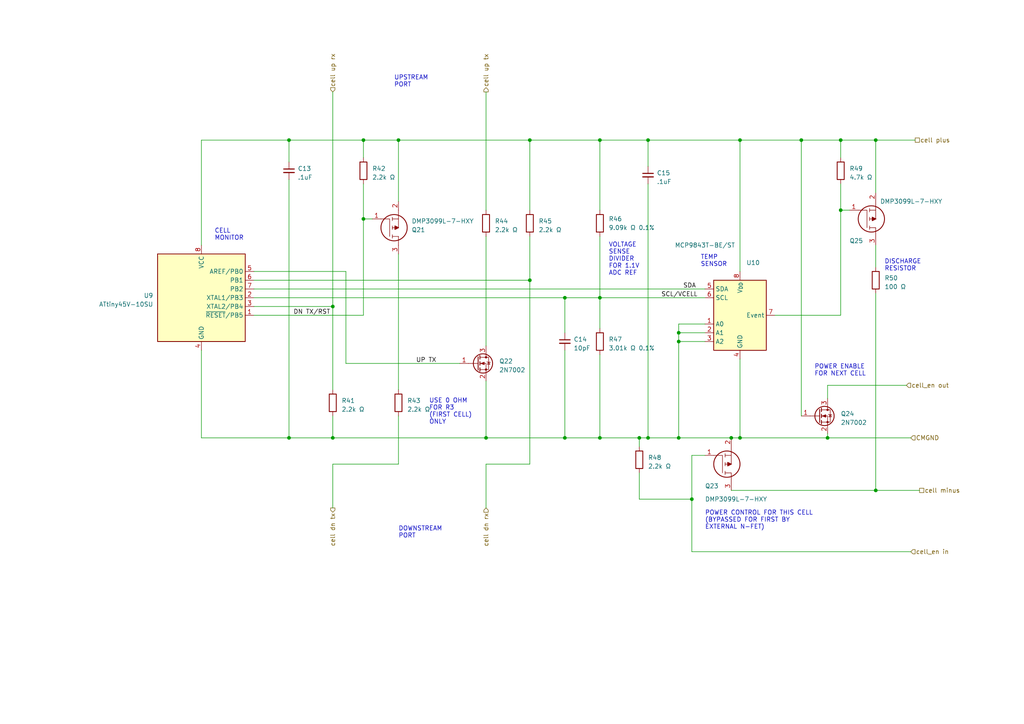
<source format=kicad_sch>
(kicad_sch (version 20250114) (generator "eeschema") (generator_version "9.0")
  (paper "A4")
  (title_block (title "94-CELL BOARD") (rev "A") (company "MODULAR BATTERY TECHNOLOGIES INC"))
  (text "TEMP\nSENSOR" (at 203.2 77.47 0) (effects (font (size 1.27 1.27)) (justify left bottom)))
  (text "DISCHARGE\nRESISTOR" (at 256.54 78.74 0) (effects (font (size 1.27 1.27)) (justify left bottom)))
  (text "USE 0 OHM \nFOR R3 \n(FIRST CELL) \nONLY" (at 124.46 123.19 0) (effects (font (size 1.27 1.27)) (justify left bottom)))
  (text "VOLTAGE\nSENSE\nDIVIDER\nFOR 1.1V\nADC REF" (at 176.53 80.01 0) (effects (font (size 1.27 1.27)) (justify left bottom)))
  (text "DOWNSTREAM\nPORT" (at 115.57 156.21 0) (effects (font (size 1.27 1.27)) (justify left bottom)))
  (text "POWER CONTROL FOR THIS CELL\n(BYPASSED FOR FIRST BY\nEXTERNAL N-FET)" (at 204.47 153.67 0) (effects (font (size 1.27 1.27)) (justify left bottom)))
  (text "POWER ENABLE\nFOR NEXT CELL" (at 236.22 109.22 0) (effects (font (size 1.27 1.27)) (justify left bottom)))
  (text "UPSTREAM\nPORT" (at 114.3 25.4 0) (effects (font (size 1.27 1.27)) (justify left bottom)))
  (text "CELL\nMONITOR" (at 62.23 69.85 0) (effects (font (size 1.27 1.27)) (justify left bottom)))
  (junction (at 173.99 86.36))
  (junction (at 187.96 40.64))
  (junction (at 196.85 96.52))
  (junction (at 243.84 40.64))
  (junction (at 212.09 127))
  (junction (at 105.41 40.64))
  (junction (at 173.99 40.64))
  (junction (at 83.82 127))
  (junction (at 196.85 99.06))
  (junction (at 254 142.24))
  (junction (at 214.63 127))
  (junction (at 96.52 127))
  (junction (at 196.85 127))
  (junction (at 240.03 127))
  (junction (at 153.67 40.64))
  (junction (at 187.96 127))
  (junction (at 185.42 127))
  (junction (at 243.84 60.96))
  (junction (at 163.83 86.36))
  (junction (at 140.97 127))
  (junction (at 153.67 81.28))
  (junction (at 105.41 63.5))
  (junction (at 115.57 40.64))
  (junction (at 173.99 127))
  (junction (at 83.82 40.64))
  (junction (at 200.66 144.78))
  (junction (at 254 40.64))
  (junction (at 214.63 40.64))
  (junction (at 96.52 88.9))
  (junction (at 163.83 127))
  (junction (at 232.41 40.64))
  (wire (pts (xy 185.42 127) (xy 185.42 129.54)))
  (wire (pts (xy 214.63 40.64) (xy 232.41 40.64)))
  (wire (pts (xy 115.57 134.62) (xy 96.52 134.62)))
  (wire (pts (xy 115.57 40.64) (xy 153.67 40.64)))
  (wire (pts (xy 196.85 99.06) (xy 204.47 99.06)))
  (wire (pts (xy 187.96 40.64) (xy 187.96 48.26)))
  (wire (pts (xy 214.63 127) (xy 240.03 127)))
  (wire (pts (xy 200.66 160.02) (xy 264.16 160.02)))
  (wire (pts (xy 204.47 93.98) (xy 196.85 93.98)))
  (wire (pts (xy 140.97 127) (xy 163.83 127)))
  (wire (pts (xy 96.52 127) (xy 140.97 127)))
  (wire (pts (xy 105.41 53.34) (xy 105.41 63.5)))
  (wire (pts (xy 58.42 127) (xy 83.82 127)))
  (wire (pts (xy 187.96 127) (xy 196.85 127)))
  (wire (pts (xy 254 142.24) (xy 266.7 142.24)))
  (wire (pts (xy 243.84 60.96) (xy 243.84 53.34)))
  (wire (pts (xy 163.83 127) (xy 173.99 127)))
  (wire (pts (xy 153.67 81.28) (xy 153.67 68.58)))
  (wire (pts (xy 173.99 102.87) (xy 173.99 127)))
  (wire (pts (xy 254 40.64) (xy 254 55.88)))
  (wire (pts (xy 173.99 127) (xy 185.42 127)))
  (wire (pts (xy 58.42 101.6) (xy 58.42 127)))
  (wire (pts (xy 105.41 40.64) (xy 105.41 45.72)))
  (wire (pts (xy 73.66 91.44) (xy 105.41 91.44)))
  (wire (pts (xy 140.97 68.58) (xy 140.97 100.33)))
  (wire (pts (xy 196.85 93.98) (xy 196.85 96.52)))
  (wire (pts (xy 96.52 134.62) (xy 96.52 147.32)))
  (wire (pts (xy 173.99 68.58) (xy 173.99 86.36)))
  (wire (pts (xy 185.42 144.78) (xy 200.66 144.78)))
  (wire (pts (xy 254 85.09) (xy 254 142.24)))
  (wire (pts (xy 153.67 40.64) (xy 153.67 60.96)))
  (wire (pts (xy 140.97 134.62) (xy 140.97 147.32)))
  (wire (pts (xy 140.97 26.67) (xy 140.97 60.96)))
  (wire (pts (xy 153.67 134.62) (xy 140.97 134.62)))
  (wire (pts (xy 173.99 40.64) (xy 173.99 60.96)))
  (wire (pts (xy 96.52 120.65) (xy 96.52 127)))
  (wire (pts (xy 196.85 96.52) (xy 196.85 99.06)))
  (wire (pts (xy 243.84 40.64) (xy 243.84 45.72)))
  (wire (pts (xy 200.66 144.78) (xy 200.66 160.02)))
  (wire (pts (xy 254 40.64) (xy 265.43 40.64)))
  (wire (pts (xy 105.41 63.5) (xy 105.41 91.44)))
  (wire (pts (xy 254 71.12) (xy 254 77.47)))
  (wire (pts (xy 196.85 96.52) (xy 204.47 96.52)))
  (wire (pts (xy 73.66 88.9) (xy 96.52 88.9)))
  (wire (pts (xy 173.99 40.64) (xy 187.96 40.64)))
  (wire (pts (xy 240.03 127) (xy 240.03 125.73)))
  (wire (pts (xy 83.82 40.64) (xy 105.41 40.64)))
  (wire (pts (xy 187.96 40.64) (xy 214.63 40.64)))
  (wire (pts (xy 212.09 127) (xy 214.63 127)))
  (wire (pts (xy 243.84 91.44) (xy 243.84 60.96)))
  (wire (pts (xy 200.66 132.08) (xy 204.47 132.08)))
  (wire (pts (xy 115.57 73.66) (xy 115.57 113.03)))
  (wire (pts (xy 185.42 137.16) (xy 185.42 144.78)))
  (wire (pts (xy 163.83 86.36) (xy 163.83 96.52)))
  (wire (pts (xy 96.52 26.67) (xy 96.52 88.9)))
  (wire (pts (xy 83.82 52.07) (xy 83.82 127)))
  (wire (pts (xy 240.03 111.76) (xy 262.89 111.76)))
  (wire (pts (xy 214.63 40.64) (xy 214.63 78.74)))
  (wire (pts (xy 105.41 40.64) (xy 115.57 40.64)))
  (wire (pts (xy 96.52 88.9) (xy 96.52 113.03)))
  (wire (pts (xy 115.57 120.65) (xy 115.57 134.62)))
  (wire (pts (xy 200.66 144.78) (xy 200.66 132.08)))
  (wire (pts (xy 153.67 81.28) (xy 153.67 134.62)))
  (wire (pts (xy 83.82 127) (xy 96.52 127)))
  (wire (pts (xy 173.99 86.36) (xy 204.47 86.36)))
  (wire (pts (xy 83.82 40.64) (xy 83.82 46.99)))
  (wire (pts (xy 105.41 63.5) (xy 107.95 63.5)))
  (wire (pts (xy 73.66 86.36) (xy 163.83 86.36)))
  (wire (pts (xy 224.79 91.44) (xy 243.84 91.44)))
  (wire (pts (xy 115.57 40.64) (xy 115.57 58.42)))
  (wire (pts (xy 100.33 78.74) (xy 100.33 105.41)))
  (wire (pts (xy 100.33 105.41) (xy 133.35 105.41)))
  (wire (pts (xy 153.67 40.64) (xy 173.99 40.64)))
  (wire (pts (xy 163.83 101.6) (xy 163.83 127)))
  (wire (pts (xy 73.66 78.74) (xy 100.33 78.74)))
  (wire (pts (xy 243.84 40.64) (xy 254 40.64)))
  (wire (pts (xy 196.85 127) (xy 212.09 127)))
  (wire (pts (xy 163.83 86.36) (xy 173.99 86.36)))
  (wire (pts (xy 185.42 127) (xy 187.96 127)))
  (wire (pts (xy 58.42 40.64) (xy 58.42 71.12)))
  (wire (pts (xy 73.66 83.82) (xy 204.47 83.82)))
  (wire (pts (xy 58.42 40.64) (xy 83.82 40.64)))
  (wire (pts (xy 187.96 53.34) (xy 187.96 127)))
  (wire (pts (xy 240.03 115.57) (xy 240.03 111.76)))
  (wire (pts (xy 243.84 60.96) (xy 246.38 60.96)))
  (wire (pts (xy 214.63 127) (xy 214.63 104.14)))
  (wire (pts (xy 232.41 40.64) (xy 243.84 40.64)))
  (wire (pts (xy 73.66 81.28) (xy 153.67 81.28)))
  (wire (pts (xy 212.09 142.24) (xy 254 142.24)))
  (wire (pts (xy 173.99 86.36) (xy 173.99 95.25)))
  (wire (pts (xy 264.16 127) (xy 240.03 127)))
  (wire (pts (xy 232.41 40.64) (xy 232.41 120.65)))
  (wire (pts (xy 140.97 110.49) (xy 140.97 127)))
  (wire (pts (xy 196.85 99.06) (xy 196.85 127)))
  (label "SCL{slash}VCELL" (at 191.77 86.36 0))
  (label "DN TX{slash}RST" (at 85.09 91.44 0))
  (label "UP TX" (at 120.65 105.41 0))
  (label "SDA" (at 198.12 83.82 0))
  (hierarchical_label "cell up rx" (shape input) (at 96.52 26.67 90))
  (hierarchical_label "CMGND" (shape input) (at 264.16 127 0))
  (hierarchical_label "cell plus" (shape passive) (at 265.43 40.64 0))
  (hierarchical_label "cell dn tx" (shape output) (at 96.52 147.32 270))
  (hierarchical_label "cell up tx" (shape output) (at 140.97 26.67 90))
  (hierarchical_label "cell_en in" (shape input) (at 264.16 160.02 0))
  (hierarchical_label "cell_en out" (shape input) (at 262.89 111.76 0))
  (hierarchical_label "cell dn rx" (shape input) (at 140.97 147.32 270))
  (hierarchical_label "cell minus" (shape passive) (at 266.7 142.24 0))
  (symbol (lib_id "Modbatt_Extracted:R") (at 185.42 133.35 0) (unit 1)
    (property "Reference" "R8" (at 187.96 132.715 0) (effects (justify left)))
    (property "Value" "2.2k Ω" (at 187.96 135.255 0) (effects (justify left)))
    (property "Footprint" "modbatt footprints:R_0402_1005Metric_Pad0.72x0.64mm_HandSolder" (effects (hide yes)))
    (property "Description" "RES 2.2k OHM 1/16W 1% 0402" (effects (hide yes)))
    (property "MB p/n" "9042107" (effects (hide yes)))
    (property "Manufacturer_Name" "TT Electronics" (effects (hide yes)))
    (property "Manufacturer_Part_Number" "ASC0402-2K2FT10 " (effects (hide yes)))
    (instances (project "cell string" (path "" (reference "R48") (unit 1)) (path "" (reference "R108") (unit 1)) (path "" (reference "R78") (unit 1)) (path "" (reference "R88") (unit 1)) (path "" (reference "R38") (unit 1)) (path "" (reference "R8") (unit 1)) (path "" (reference "R68") (unit 1)) (path "" (reference "R98") (unit 1)) (path "" (reference "R58") (unit 1)) (path "" (reference "R118") (unit 1)) (path "" (reference "R18") (unit 1))) (project "Cell Monitor Proto 2" (path "" (reference "R?") (unit 1)) (path "" (reference "R22") (unit 1)) (path "" (reference "R12") (unit 1)) (path "" (reference "R35") (unit 1)) (path "" (reference "R2") (unit 1)) (path "" (reference "R58") (unit 1))) (project "VEHICLE ARCHITECTURE" (path "" (reference "R238") (unit 1)) (path "" (reference "R378") (unit 1)) (path "" (reference "R177") (unit 1)) (path "" (reference "R167") (unit 1)) (path "" (reference "R729") (unit 1)) (path "" (reference "R117") (unit 1)) (path "" (reference "R839") (unit 1)) (path "" (reference "R559") (unit 1)) (path "" (reference "R147") (unit 1)) (path "" (reference "R499") (unit 1)) (path "" (reference "R569") (unit 1)) (path "" (reference "R973") (unit 1)) (path "" (reference "R589") (unit 1)) (path "" (reference "R935") (unit 1)) (path "" (reference "R18") (unit 1)) (path "" (reference "R925") (unit 1)) (path "" (reference "R829") (unit 1)) (path "" (reference "R905") (unit 1)) (path "" (reference "R429") (unit 1)) (path "" (reference "R599") (unit 1)) (path "" (reference "R659") (unit 1)) (path "" (reference "R107") (unit 1)) (path "" (reference "R1013") (unit 1)) (path "" (reference "R268") (unit 1)) (path "" (reference "R679") (unit 1)) (path "" (reference "R248") (unit 1)) (path "" (reference "R137") (unit 1)) (path "" (reference "R459") (unit 1)) (path "" (reference "R68") (unit 1)) (path "" (reference "R549") (unit 1)) (path "" (reference "R819") (unit 1)) (path "" (reference "R258") (unit 1)) (path "" (reference "R509") (unit 1)) (path "" (reference "R187") (unit 1)) (path "" (reference "R157") (unit 1)) (path "" (reference "R669") (unit 1)) (path "" (reference "R699") (unit 1)) (path "" (reference "R945") (unit 1)) (path "" (reference "R469") (unit 1)) (path "" (reference "R40") (unit 1)) (path "" (reference "R689") (unit 1)) (path "" (reference "R779") (unit 1)) (path "" (reference "R709") (unit 1)) (path "" (reference "R579") (unit 1)) (path "" (reference "R859") (unit 1)) (path "" (reference "R769") (unit 1)) (path "" (reference "R308") (unit 1)) (path "" (reference "R449") (unit 1)) (path "" (reference "R288") (unit 1)) (path "" (reference "R338") (unit 1)) (path "" (reference "R368") (unit 1)) (path "" (reference "R895") (unit 1)) (path "" (reference "R885") (unit 1)) (path "" (reference "R529") (unit 1)) (path "" (reference "R278") (unit 1)) (path "" (reference "R983") (unit 1)) (path "" (reference "R619") (unit 1)) (path "" (reference "R348") (unit 1)) (path "" (reference "R749") (unit 1)) (path "" (reference "R78") (unit 1)) (path "" (reference "R328") (unit 1)) (path "" (reference "R915") (unit 1)) (path "" (reference "R809") (unit 1)) (path "" (reference "R739") (unit 1)) (path "" (reference "R408") (unit 1)) (path "" (reference "R789") (unit 1)) (path "" (reference "R318") (unit 1)) (path "" (reference "R439") (unit 1)) (path "" (reference "R418") (unit 1)) (path "" (reference "R1023") (unit 1)) (path "" (reference "R519") (unit 1)) (path "" (reference "R609") (unit 1)) (path "" (reference "R629") (unit 1)) (path "" (reference "R799") (unit 1)) (path "" (reference "R207") (unit 1)) (path "" (reference "R849") (unit 1)) (path "" (reference "R388") (unit 1)) (path "" (reference "R298") (unit 1)) (path "" (reference "R218") (unit 1)) (path "" (reference "R759") (unit 1)) (path "" (reference "R649") (unit 1)) (path "" (reference "R489") (unit 1)) (path "" (reference "R127") (unit 1)) (path "" (reference "R479") (unit 1)) (path "" (reference "R869") (unit 1)) (path "" (reference "R1003") (unit 1)) (path "" (reference "R358") (unit 1)) (path "" (reference "R719") (unit 1)) (path "" (reference "R398") (unit 1)) (path "" (reference "R639") (unit 1)) (path "" (reference "R993") (unit 1)) (path "" (reference "R539") (unit 1)) (path "" (reference "R228") (unit 1)) (path "" (reference "R197") (unit 1)) (path "" (reference "R8") (unit 1)) (path "" (reference "R8") (unit 1)) (path "" (reference "R8") (unit 1)) (path "" (reference "R8") (unit 1)) (path "" (reference "R8") (unit 1)) (path "" (reference "R8") (unit 1)) (path "" (reference "R8") (unit 1)) (path "" (reference "R8") (unit 1)) (path "" (reference "R8") (unit 1)) (path "" (reference "R8") (unit 1)) (path "" (reference "R8") (unit 1)) (path "" (reference "R8") (unit 1)) (path "" (reference "R8") (unit 1)) (path "" (reference "R8") (unit 1)) (path "" (reference "R8") (unit 1)) (path "" (reference "R8") (unit 1)) (path "" (reference "R8") (unit 1)) (path "" (reference "R8") (unit 1)) (path "" (reference "R8") (unit 1)) (path "" (reference "R8") (unit 1)) (path "" (reference "R8") (unit 1)) (path "" (reference "R8") (unit 1)) (path "" (reference "R8") (unit 1)) (path "" (reference "R8") (unit 1)) (path "" (reference "R8") (unit 1)) (path "" (reference "R8") (unit 1)) (path "" (reference "R8") (unit 1)) (path "" (reference "R8") (unit 1)) (path "" (reference "R8") (unit 1)) (path "" (reference "R8") (unit 1)) (path "" (reference "R8") (unit 1)) (path "" (reference "R8") (unit 1)) (path "" (reference "R8") (unit 1)) (path "" (reference "R8") (unit 1)) (path "" (reference "R8") (unit 1)) (path "" (reference "R8") (unit 1)) (path "" (reference "R8") (unit 1)) (path "" (reference "R8") (unit 1)) (path "" (reference "R8") (unit 1)) (path "" (reference "R8") (unit 1)) (path "" (reference "R8") (unit 1)) (path "" (reference "R8") (unit 1)) (path "" (reference "R8") (unit 1)) (path "" (reference "R8") (unit 1)) (path "" (reference "R8") (unit 1)) (path "" (reference "R8") (unit 1)) (path "" (reference "R8") (unit 1)) (path "" (reference "R8") (unit 1)) (path "" (reference "R8") (unit 1)) (path "" (reference "R8") (unit 1)) (path "" (reference "R8") (unit 1)) (path "" (reference "R8") (unit 1)) (path "" (reference "R8") (unit 1)) (path "" (reference "R8") (unit 1)) (path "" (reference "R8") (unit 1)) (path "" (reference "R8") (unit 1)) (path "" (reference "R8") (unit 1)) (path "" (reference "R8") (unit 1)) (path "" (reference "R8") (unit 1)) (path "" (reference "R8") (unit 1)) (path "" (reference "R8") (unit 1)) (path "" (reference "R8") (unit 1)) (path "" (reference "R8") (unit 1)) (path "" (reference "R8") (unit 1)) (path "" (reference "R8") (unit 1)) (path "" (reference "R8") (unit 1)) (path "" (reference "R8") (unit 1)) (path "" (reference "R8") (unit 1)) (path "" (reference "R8") (unit 1)) (path "" (reference "R8") (unit 1)) (path "" (reference "R8") (unit 1)) (path "" (reference "R8") (unit 1)) (path "" (reference "R8") (unit 1)) (path "" (reference "R8") (unit 1)) (path "" (reference "R8") (unit 1)) (path "" (reference "R8") (unit 1)) (path "" (reference "R8") (unit 1)) (path "" (reference "R8") (unit 1)) (path "" (reference "R8") (unit 1)) (path "" (reference "R8") (unit 1)) (path "" (reference "R8") (unit 1)) (path "" (reference "R8") (unit 1)) (path "" (reference "R8") (unit 1)) (path "" (reference "R8") (unit 1)) (path "" (reference "R8") (unit 1)) (path "" (reference "R8") (unit 1)) (path "" (reference "R8") (unit 1)) (path "" (reference "R8") (unit 1)) (path "" (reference "R8") (unit 1)) (path "" (reference "R8") (unit 1)) (path "" (reference "R8") (unit 1)) (path "" (reference "R8") (unit 1)) (path "" (reference "R8") (unit 1)) (path "" (reference "R8") (unit 1)) (path "" (reference "R1422") (unit 1)) (path "" (reference "R1143") (unit 1)) (path "" (reference "R1893") (unit 1)) (path "" (reference "R1843") (unit 1)) (path "" (reference "R1332") (unit 1)) (path "" (reference "R1582") (unit 1)) (path "" (reference "R1043") (unit 1)) (path "" (reference "R1244") (unit 1)) (path "" (reference "R1033") (unit 1)) (path "" (reference "R1873") (unit 1)) (path "" (reference "R1923") (unit 1)) (path "" (reference "R1173") (unit 1)) (path "" (reference "R1362") (unit 1)) (path "" (reference "R1883") (unit 1)) (path "" (reference "R1093") (unit 1)) (path "" (reference "R1712") (unit 1)) (path "" (reference "R1722") (unit 1)) (path "" (reference "R1312") (unit 1)) (path "" (reference "R1979") (unit 1)) (path "" (reference "R1372") (unit 1)) (path "" (reference "R1392") (unit 1)) (path "" (reference "R1462") (unit 1)) (path "" (reference "R1234") (unit 1)) (path "" (reference "R1063") (unit 1)) (path "" (reference "R1732") (unit 1)) (path "" (reference "R1989") (unit 1)) (path "" (reference "R1692") (unit 1)) (path "" (reference "R1959") (unit 1)) (path "" (reference "R1752") (unit 1)) (path "" (reference "R1943") (unit 1)) (path "" (reference "R1502") (unit 1)) (path "" (reference "R1512") (unit 1)) (path "" (reference "R1442") (unit 1)) (path "" (reference "R1193") (unit 1)) (path "" (reference "R1163") (unit 1)) (path "" (reference "R1672") (unit 1)) (path "" (reference "R1452") (unit 1)) (path "" (reference "R1322") (unit 1)) (path "" (reference "R1302") (unit 1)) (path "" (reference "R1264") (unit 1)) (path "" (reference "R1642") (unit 1)) (path "" (reference "R1492") (unit 1)) (path "" (reference "R1572") (unit 1)) (path "" (reference "R1472") (unit 1)) (path "" (reference "R1382") (unit 1)) (path "" (reference "R1532") (unit 1)) (path "" (reference "R1762") (unit 1)) (path "" (reference "R1602") (unit 1)) (path "" (reference "R1254") (unit 1)) (path "" (reference "R1823") (unit 1)) (path "" (reference "R1622") (unit 1)) (path "" (reference "R1662") (unit 1)) (path "" (reference "R1592") (unit 1)) (path "" (reference "R1782") (unit 1)) (path "" (reference "R1083") (unit 1)) (path "" (reference "R1482") (unit 1)) (path "" (reference "R1214") (unit 1)) (path "" (reference "R1153") (unit 1)) (path "" (reference "R1552") (unit 1)) (path "" (reference "R1073") (unit 1)) (path "" (reference "R1612") (unit 1)) (path "" (reference "R1342") (unit 1)) (path "" (reference "R1802") (unit 1)) (path "" (reference "R1542") (unit 1)) (path "" (reference "R1432") (unit 1)) (path "" (reference "R1133") (unit 1)) (path "" (reference "R1913") (unit 1)) (path "" (reference "R1682") (unit 1)) (path "" (reference "R1204") (unit 1)) (path "" (reference "R1903") (unit 1)) (path "" (reference "R1053") (unit 1)) (path "" (reference "R1853") (unit 1)) (path "" (reference "R1863") (unit 1)) (path "" (reference "R1772") (unit 1)) (path "" (reference "R1402") (unit 1)) (path "" (reference "R1813") (unit 1)) (path "" (reference "R1969") (unit 1)) (path "" (reference "R1183") (unit 1)) (path "" (reference "R1352") (unit 1)) (path "" (reference "R1792") (unit 1)) (path "" (reference "R1742") (unit 1)) (path "" (reference "R1412") (unit 1)) (path "" (reference "R1123") (unit 1)) (path "" (reference "R1702") (unit 1)) (path "" (reference "R1652") (unit 1)) (path "" (reference "R1522") (unit 1)) (path "" (reference "R1113") (unit 1)) (path "" (reference "R1632") (unit 1)) (path "" (reference "R1292") (unit 1)) (path "" (reference "R1562") (unit 1)) (path "" (reference "R1933") (unit 1)) (path "" (reference "R1103") (unit 1)) (path "" (reference "R1224") (unit 1)) (path "" (reference "R1833") (unit 1)) (path "" (reference "R8") (unit 1)) (path "" (reference "R8") (unit 1)) (path "" (reference "R8") (unit 1)) (path "" (reference "R8") (unit 1)) (path "" (reference "R8") (unit 1)) (path "" (reference "R8") (unit 1)) (path "" (reference "R8") (unit 1)) (path "" (reference "R8") (unit 1)) (path "" (reference "R8") (unit 1)) (path "" (reference "R8") (unit 1)) (path "" (reference "R8") (unit 1)) (path "" (reference "R8") (unit 1)) (path "" (reference "R8") (unit 1)) (path "" (reference "R8") (unit 1)) (path "" (reference "R8") (unit 1)) (path "" (reference "R8") (unit 1)) (path "" (reference "R8") (unit 1)) (path "" (reference "R8") (unit 1)) (path "" (reference "R8") (unit 1)) (path "" (reference "R8") (unit 1)) (path "" (reference "R8") (unit 1)) (path "" (reference "R8") (unit 1)) (path "" (reference "R8") (unit 1)) (path "" (reference "R8") (unit 1)) (path "" (reference "R8") (unit 1)) (path "" (reference "R8") (unit 1)) (path "" (reference "R8") (unit 1)) (path "" (reference "R8") (unit 1)) (path "" (reference "R8") (unit 1)) (path "" (reference "R8") (unit 1)) (path "" (reference "R8") (unit 1)) (path "" (reference "R8") (unit 1)) (path "" (reference "R8") (unit 1)) (path "" (reference "R8") (unit 1)) (path "" (reference "R8") (unit 1)) (path "" (reference "R8") (unit 1)) (path "" (reference "R8") (unit 1)) (path "" (reference "R8") (unit 1)) (path "" (reference "R8") (unit 1)) (path "" (reference "R8") (unit 1)) (path "" (reference "R8") (unit 1)) (path "" (reference "R8") (unit 1)) (path "" (reference "R8") (unit 1)) (path "" (reference "R8") (unit 1)) (path "" (reference "R8") (unit 1)) (path "" (reference "R8") (unit 1)) (path "" (reference "R8") (unit 1)) (path "" (reference "R8") (unit 1)) (path "" (reference "R8") (unit 1)) (path "" (reference "R8") (unit 1)) (path "" (reference "R8") (unit 1)) (path "" (reference "R8") (unit 1)) (path "" (reference "R8") (unit 1)) (path "" (reference "R8") (unit 1)) (path "" (reference "R8") (unit 1)) (path "" (reference "R8") (unit 1)) (path "" (reference "R8") (unit 1)) (path "" (reference "R8") (unit 1)) (path "" (reference "R8") (unit 1)) (path "" (reference "R8") (unit 1)) (path "" (reference "R8") (unit 1)) (path "" (reference "R8") (unit 1)) (path "" (reference "R8") (unit 1)) (path "" (reference "R8") (unit 1)) (path "" (reference "R8") (unit 1)) (path "" (reference "R8") (unit 1)) (path "" (reference "R8") (unit 1)) (path "" (reference "R8") (unit 1)) (path "" (reference "R8") (unit 1)) (path "" (reference "R8") (unit 1)) (path "" (reference "R8") (unit 1)) (path "" (reference "R8") (unit 1)) (path "" (reference "R8") (unit 1)) (path "" (reference "R8") (unit 1)) (path "" (reference "R8") (unit 1)) (path "" (reference "R8") (unit 1)) (path "" (reference "R8") (unit 1)) (path "" (reference "R8") (unit 1)) (path "" (reference "R8") (unit 1)) (path "" (reference "R8") (unit 1)) (path "" (reference "R8") (unit 1)) (path "" (reference "R8") (unit 1)) (path "" (reference "R8") (unit 1)) (path "" (reference "R8") (unit 1)) (path "" (reference "R8") (unit 1)) (path "" (reference "R8") (unit 1)) (path "" (reference "R8") (unit 1)) (path "" (reference "R8") (unit 1)) (path "" (reference "R8") (unit 1)) (path "" (reference "R8") (unit 1)) (path "" (reference "R8") (unit 1)) (path "" (reference "R8") (unit 1)) (path "" (reference "R8") (unit 1)) (path "" (reference "R8") (unit 1))))
  )
  (symbol (lib_id "Modbatt_Extracted:2N7002") (at 138.43 105.41 0) (unit 1)
    (property "Reference" "Q2" (at 144.78 104.775 0) (effects (justify left)))
    (property "Value" "2N7002" (at 144.78 107.315 0) (effects (justify left)))
    (property "Footprint" "modbatt footprints:SOT-323_SC-70" (effects (hide yes)))
    (property "Datasheet" "https://www.onsemi.com/pub/Collateral/NDS7002A-D.PDF" (effects (hide yes)))
    (property "Description" "MOSFET SOT23 N 60V 5OHM 150C" (effects (hide yes)))
    (property "MB p/n" "9042001" (effects (hide yes)))
    (property "Manufacturer_Name" "onsemi" (effects (hide yes)))
    (property "Manufacturer_Part_Number" "2N7002KW-AU_R1_000A1" (effects (hide yes)))
    (instances (project "cell string" (path "" (reference "Q22") (unit 1)) (path "" (reference "Q52") (unit 1)) (path "" (reference "Q37") (unit 1)) (path "" (reference "Q42") (unit 1)) (path "" (reference "Q17") (unit 1)) (path "" (reference "Q2") (unit 1)) (path "" (reference "Q32") (unit 1)) (path "" (reference "Q47") (unit 1)) (path "" (reference "Q27") (unit 1)) (path "" (reference "Q57") (unit 1)) (path "" (reference "Q7") (unit 1))) (project "Cell Monitor Proto 2" (path "" (reference "Q?") (unit 1)) (path "" (reference "Q8") (unit 1)) (path "" (reference "Q5") (unit 1)) (path "" (reference "Q11") (unit 1)) (path "" (reference "Q2") (unit 1)) (path "" (reference "Q17") (unit 1))) (project "VEHICLE ARCHITECTURE" (path "" (reference "Q84") (unit 1)) (path "" (reference "Q140") (unit 1)) (path "" (reference "Q57") (unit 1)) (path "" (reference "Q53") (unit 1)) (path "" (reference "Q281") (unit 1)) (path "" (reference "Q33") (unit 1)) (path "" (reference "Q325") (unit 1)) (path "" (reference "Q213") (unit 1)) (path "" (reference "Q45") (unit 1)) (path "" (reference "Q189") (unit 1)) (path "" (reference "Q217") (unit 1)) (path "" (reference "Q370") (unit 1)) (path "" (reference "Q225") (unit 1)) (path "" (reference "Q362") (unit 1)) (path "" (reference "Q9") (unit 1)) (path "" (reference "Q358") (unit 1)) (path "" (reference "Q321") (unit 1)) (path "" (reference "Q350") (unit 1)) (path "" (reference "Q161") (unit 1)) (path "" (reference "Q229") (unit 1)) (path "" (reference "Q253") (unit 1)) (path "" (reference "Q29") (unit 1)) (path "" (reference "Q386") (unit 1)) (path "" (reference "Q96") (unit 1)) (path "" (reference "Q261") (unit 1)) (path "" (reference "Q88") (unit 1)) (path "" (reference "Q41") (unit 1)) (path "" (reference "Q173") (unit 1)) (path "" (reference "Q20") (unit 1)) (path "" (reference "Q209") (unit 1)) (path "" (reference "Q317") (unit 1)) (path "" (reference "Q92") (unit 1)) (path "" (reference "Q193") (unit 1)) (path "" (reference "Q61") (unit 1)) (path "" (reference "Q49") (unit 1)) (path "" (reference "Q257") (unit 1)) (path "" (reference "Q269") (unit 1)) (path "" (reference "Q366") (unit 1)) (path "" (reference "Q177") (unit 1)) (path "" (reference "Q16") (unit 1)) (path "" (reference "Q265") (unit 1)) (path "" (reference "Q301") (unit 1)) (path "" (reference "Q273") (unit 1)) (path "" (reference "Q221") (unit 1)) (path "" (reference "Q333") (unit 1)) (path "" (reference "Q297") (unit 1)) (path "" (reference "Q112") (unit 1)) (path "" (reference "Q169") (unit 1)) (path "" (reference "Q104") (unit 1)) (path "" (reference "Q124") (unit 1)) (path "" (reference "Q136") (unit 1)) (path "" (reference "Q346") (unit 1)) (path "" (reference "Q342") (unit 1)) (path "" (reference "Q201") (unit 1)) (path "" (reference "Q100") (unit 1)) (path "" (reference "Q374") (unit 1)) (path "" (reference "Q237") (unit 1)) (path "" (reference "Q128") (unit 1)) (path "" (reference "Q289") (unit 1)) (path "" (reference "Q25") (unit 1)) (path "" (reference "Q120") (unit 1)) (path "" (reference "Q354") (unit 1)) (path "" (reference "Q313") (unit 1)) (path "" (reference "Q285") (unit 1)) (path "" (reference "Q152") (unit 1)) (path "" (reference "Q305") (unit 1)) (path "" (reference "Q116") (unit 1)) (path "" (reference "Q165") (unit 1)) (path "" (reference "Q156") (unit 1)) (path "" (reference "Q390") (unit 1)) (path "" (reference "Q197") (unit 1)) (path "" (reference "Q233") (unit 1)) (path "" (reference "Q241") (unit 1)) (path "" (reference "Q309") (unit 1)) (path "" (reference "Q69") (unit 1)) (path "" (reference "Q329") (unit 1)) (path "" (reference "Q144") (unit 1)) (path "" (reference "Q108") (unit 1)) (path "" (reference "Q76") (unit 1)) (path "" (reference "Q293") (unit 1)) (path "" (reference "Q249") (unit 1)) (path "" (reference "Q185") (unit 1)) (path "" (reference "Q37") (unit 1)) (path "" (reference "Q181") (unit 1)) (path "" (reference "Q337") (unit 1)) (path "" (reference "Q382") (unit 1)) (path "" (reference "Q132") (unit 1)) (path "" (reference "Q277") (unit 1)) (path "" (reference "Q148") (unit 1)) (path "" (reference "Q245") (unit 1)) (path "" (reference "Q378") (unit 1)) (path "" (reference "Q205") (unit 1)) (path "" (reference "Q80") (unit 1)) (path "" (reference "Q65") (unit 1)) (path "" (reference "Q2") (unit 1)) (path "" (reference "Q2") (unit 1)) (path "" (reference "Q2") (unit 1)) (path "" (reference "Q2") (unit 1)) (path "" (reference "Q2") (unit 1)) (path "" (reference "Q2") (unit 1)) (path "" (reference "Q2") (unit 1)) (path "" (reference "Q2") (unit 1)) (path "" (reference "Q2") (unit 1)) (path "" (reference "Q2") (unit 1)) (path "" (reference "Q2") (unit 1)) (path "" (reference "Q2") (unit 1)) (path "" (reference "Q2") (unit 1)) (path "" (reference "Q2") (unit 1)) (path "" (reference "Q2") (unit 1)) (path "" (reference "Q2") (unit 1)) (path "" (reference "Q2") (unit 1)) (path "" (reference "Q2") (unit 1)) (path "" (reference "Q2") (unit 1)) (path "" (reference "Q2") (unit 1)) (path "" (reference "Q2") (unit 1)) (path "" (reference "Q2") (unit 1)) (path "" (reference "Q2") (unit 1)) (path "" (reference "Q2") (unit 1)) (path "" (reference "Q2") (unit 1)) (path "" (reference "Q2") (unit 1)) (path "" (reference "Q2") (unit 1)) (path "" (reference "Q2") (unit 1)) (path "" (reference "Q2") (unit 1)) (path "" (reference "Q2") (unit 1)) (path "" (reference "Q2") (unit 1)) (path "" (reference "Q2") (unit 1)) (path "" (reference "Q2") (unit 1)) (path "" (reference "Q2") (unit 1)) (path "" (reference "Q2") (unit 1)) (path "" (reference "Q2") (unit 1)) (path "" (reference "Q2") (unit 1)) (path "" (reference "Q2") (unit 1)) (path "" (reference "Q2") (unit 1)) (path "" (reference "Q2") (unit 1)) (path "" (reference "Q2") (unit 1)) (path "" (reference "Q2") (unit 1)) (path "" (reference "Q2") (unit 1)) (path "" (reference "Q2") (unit 1)) (path "" (reference "Q2") (unit 1)) (path "" (reference "Q2") (unit 1)) (path "" (reference "Q2") (unit 1)) (path "" (reference "Q2") (unit 1)) (path "" (reference "Q2") (unit 1)) (path "" (reference "Q2") (unit 1)) (path "" (reference "Q2") (unit 1)) (path "" (reference "Q2") (unit 1)) (path "" (reference "Q2") (unit 1)) (path "" (reference "Q2") (unit 1)) (path "" (reference "Q2") (unit 1)) (path "" (reference "Q2") (unit 1)) (path "" (reference "Q2") (unit 1)) (path "" (reference "Q2") (unit 1)) (path "" (reference "Q2") (unit 1)) (path "" (reference "Q2") (unit 1)) (path "" (reference "Q2") (unit 1)) (path "" (reference "Q2") (unit 1)) (path "" (reference "Q2") (unit 1)) (path "" (reference "Q2") (unit 1)) (path "" (reference "Q2") (unit 1)) (path "" (reference "Q2") (unit 1)) (path "" (reference "Q2") (unit 1)) (path "" (reference "Q2") (unit 1)) (path "" (reference "Q2") (unit 1)) (path "" (reference "Q2") (unit 1)) (path "" (reference "Q2") (unit 1)) (path "" (reference "Q2") (unit 1)) (path "" (reference "Q2") (unit 1)) (path "" (reference "Q2") (unit 1)) (path "" (reference "Q2") (unit 1)) (path "" (reference "Q2") (unit 1)) (path "" (reference "Q2") (unit 1)) (path "" (reference "Q2") (unit 1)) (path "" (reference "Q2") (unit 1)) (path "" (reference "Q2") (unit 1)) (path "" (reference "Q2") (unit 1)) (path "" (reference "Q2") (unit 1)) (path "" (reference "Q2") (unit 1)) (path "" (reference "Q2") (unit 1)) (path "" (reference "Q2") (unit 1)) (path "" (reference "Q2") (unit 1)) (path "" (reference "Q2") (unit 1)) (path "" (reference "Q2") (unit 1)) (path "" (reference "Q2") (unit 1)) (path "" (reference "Q2") (unit 1)) (path "" (reference "Q2") (unit 1)) (path "" (reference "Q2") (unit 1)) (path "" (reference "Q2") (unit 1)) (path "" (reference "Q2") (unit 1)) (path "" (reference "Q543") (unit 1)) (path "" (reference "Q438") (unit 1)) (path "" (reference "Q734") (unit 1)) (path "" (reference "Q714") (unit 1)) (path "" (reference "Q507") (unit 1)) (path "" (reference "Q607") (unit 1)) (path "" (reference "Q398") (unit 1)) (path "" (reference "Q479") (unit 1)) (path "" (reference "Q394") (unit 1)) (path "" (reference "Q726") (unit 1)) (path "" (reference "Q746") (unit 1)) (path "" (reference "Q450") (unit 1)) (path "" (reference "Q519") (unit 1)) (path "" (reference "Q730") (unit 1)) (path "" (reference "Q418") (unit 1)) (path "" (reference "Q659") (unit 1)) (path "" (reference "Q663") (unit 1)) (path "" (reference "Q499") (unit 1)) (path "" (reference "Q767") (unit 1)) (path "" (reference "Q523") (unit 1)) (path "" (reference "Q531") (unit 1)) (path "" (reference "Q559") (unit 1)) (path "" (reference "Q475") (unit 1)) (path "" (reference "Q406") (unit 1)) (path "" (reference "Q667") (unit 1)) (path "" (reference "Q771") (unit 1)) (path "" (reference "Q651") (unit 1)) (path "" (reference "Q759") (unit 1)) (path "" (reference "Q675") (unit 1)) (path "" (reference "Q754") (unit 1)) (path "" (reference "Q575") (unit 1)) (path "" (reference "Q579") (unit 1)) (path "" (reference "Q551") (unit 1)) (path "" (reference "Q458") (unit 1)) (path "" (reference "Q446") (unit 1)) (path "" (reference "Q643") (unit 1)) (path "" (reference "Q555") (unit 1)) (path "" (reference "Q503") (unit 1)) (path "" (reference "Q495") (unit 1)) (path "" (reference "Q487") (unit 1)) (path "" (reference "Q631") (unit 1)) (path "" (reference "Q571") (unit 1)) (path "" (reference "Q603") (unit 1)) (path "" (reference "Q563") (unit 1)) (path "" (reference "Q527") (unit 1)) (path "" (reference "Q587") (unit 1)) (path "" (reference "Q679") (unit 1)) (path "" (reference "Q615") (unit 1)) (path "" (reference "Q483") (unit 1)) (path "" (reference "Q706") (unit 1)) (path "" (reference "Q623") (unit 1)) (path "" (reference "Q639") (unit 1)) (path "" (reference "Q611") (unit 1)) (path "" (reference "Q687") (unit 1)) (path "" (reference "Q414") (unit 1)) (path "" (reference "Q567") (unit 1)) (path "" (reference "Q467") (unit 1)) (path "" (reference "Q442") (unit 1)) (path "" (reference "Q595") (unit 1)) (path "" (reference "Q410") (unit 1)) (path "" (reference "Q619") (unit 1)) (path "" (reference "Q511") (unit 1)) (path "" (reference "Q695") (unit 1)) (path "" (reference "Q591") (unit 1)) (path "" (reference "Q547") (unit 1)) (path "" (reference "Q434") (unit 1)) (path "" (reference "Q742") (unit 1)) (path "" (reference "Q647") (unit 1)) (path "" (reference "Q463") (unit 1)) (path "" (reference "Q738") (unit 1)) (path "" (reference "Q402") (unit 1)) (path "" (reference "Q718") (unit 1)) (path "" (reference "Q722") (unit 1)) (path "" (reference "Q683") (unit 1)) (path "" (reference "Q535") (unit 1)) (path "" (reference "Q702") (unit 1)) (path "" (reference "Q763") (unit 1)) (path "" (reference "Q454") (unit 1)) (path "" (reference "Q515") (unit 1)) (path "" (reference "Q691") (unit 1)) (path "" (reference "Q671") (unit 1)) (path "" (reference "Q539") (unit 1)) (path "" (reference "Q430") (unit 1)) (path "" (reference "Q655") (unit 1)) (path "" (reference "Q635") (unit 1)) (path "" (reference "Q583") (unit 1)) (path "" (reference "Q426") (unit 1)) (path "" (reference "Q627") (unit 1)) (path "" (reference "Q491") (unit 1)) (path "" (reference "Q599") (unit 1)) (path "" (reference "Q750") (unit 1)) (path "" (reference "Q422") (unit 1)) (path "" (reference "Q471") (unit 1)) (path "" (reference "Q710") (unit 1)) (path "" (reference "Q2") (unit 1)) (path "" (reference "Q2") (unit 1)) (path "" (reference "Q2") (unit 1)) (path "" (reference "Q2") (unit 1)) (path "" (reference "Q2") (unit 1)) (path "" (reference "Q2") (unit 1)) (path "" (reference "Q2") (unit 1)) (path "" (reference "Q2") (unit 1)) (path "" (reference "Q2") (unit 1)) (path "" (reference "Q2") (unit 1)) (path "" (reference "Q2") (unit 1)) (path "" (reference "Q2") (unit 1)) (path "" (reference "Q2") (unit 1)) (path "" (reference "Q2") (unit 1)) (path "" (reference "Q2") (unit 1)) (path "" (reference "Q2") (unit 1)) (path "" (reference "Q2") (unit 1)) (path "" (reference "Q2") (unit 1)) (path "" (reference "Q2") (unit 1)) (path "" (reference "Q2") (unit 1)) (path "" (reference "Q2") (unit 1)) (path "" (reference "Q2") (unit 1)) (path "" (reference "Q2") (unit 1)) (path "" (reference "Q2") (unit 1)) (path "" (reference "Q2") (unit 1)) (path "" (reference "Q2") (unit 1)) (path "" (reference "Q2") (unit 1)) (path "" (reference "Q2") (unit 1)) (path "" (reference "Q2") (unit 1)) (path "" (reference "Q2") (unit 1)) (path "" (reference "Q2") (unit 1)) (path "" (reference "Q2") (unit 1)) (path "" (reference "Q2") (unit 1)) (path "" (reference "Q2") (unit 1)) (path "" (reference "Q2") (unit 1)) (path "" (reference "Q2") (unit 1)) (path "" (reference "Q2") (unit 1)) (path "" (reference "Q2") (unit 1)) (path "" (reference "Q2") (unit 1)) (path "" (reference "Q2") (unit 1)) (path "" (reference "Q2") (unit 1)) (path "" (reference "Q2") (unit 1)) (path "" (reference "Q2") (unit 1)) (path "" (reference "Q2") (unit 1)) (path "" (reference "Q2") (unit 1)) (path "" (reference "Q2") (unit 1)) (path "" (reference "Q2") (unit 1)) (path "" (reference "Q2") (unit 1)) (path "" (reference "Q2") (unit 1)) (path "" (reference "Q2") (unit 1)) (path "" (reference "Q2") (unit 1)) (path "" (reference "Q2") (unit 1)) (path "" (reference "Q2") (unit 1)) (path "" (reference "Q2") (unit 1)) (path "" (reference "Q2") (unit 1)) (path "" (reference "Q2") (unit 1)) (path "" (reference "Q2") (unit 1)) (path "" (reference "Q2") (unit 1)) (path "" (reference "Q2") (unit 1)) (path "" (reference "Q2") (unit 1)) (path "" (reference "Q2") (unit 1)) (path "" (reference "Q2") (unit 1)) (path "" (reference "Q2") (unit 1)) (path "" (reference "Q2") (unit 1)) (path "" (reference "Q2") (unit 1)) (path "" (reference "Q2") (unit 1)) (path "" (reference "Q2") (unit 1)) (path "" (reference "Q2") (unit 1)) (path "" (reference "Q2") (unit 1)) (path "" (reference "Q2") (unit 1)) (path "" (reference "Q2") (unit 1)) (path "" (reference "Q2") (unit 1)) (path "" (reference "Q2") (unit 1)) (path "" (reference "Q2") (unit 1)) (path "" (reference "Q2") (unit 1)) (path "" (reference "Q2") (unit 1)) (path "" (reference "Q2") (unit 1)) (path "" (reference "Q2") (unit 1)) (path "" (reference "Q2") (unit 1)) (path "" (reference "Q2") (unit 1)) (path "" (reference "Q2") (unit 1)) (path "" (reference "Q2") (unit 1)) (path "" (reference "Q2") (unit 1)) (path "" (reference "Q2") (unit 1)) (path "" (reference "Q2") (unit 1)) (path "" (reference "Q2") (unit 1)) (path "" (reference "Q2") (unit 1)) (path "" (reference "Q2") (unit 1)) (path "" (reference "Q2") (unit 1)) (path "" (reference "Q2") (unit 1)) (path "" (reference "Q2") (unit 1)) (path "" (reference "Q2") (unit 1)) (path "" (reference "Q2") (unit 1)) (path "" (reference "Q2") (unit 1))))
  )
  (symbol (lib_id "Modbatt_Common:DMP3099L-7") (at 246.38 60.96 0) (mirror x) (unit 1)
    (property "Reference" "Q5" (at 246.38 69.85 0) (effects (justify left)))
    (property "Value" "DMP3099L-7-HXY" (at 255.27 58.42 0) (effects (justify left)))
    (property "Footprint" "modbatt footprints:SOT-23" (effects (hide yes)))
    (property "Datasheet" "https://www.mouser.com/datasheet/3/175/1/DMP3099L.pdf" (effects (hide yes)))
    (property "Description" "P-Ch ENH FET -30V 65" (effects (hide yes)))
    (property "Height" "0.55" (effects (hide yes)))
    (property "Mouser Part Number" "621-DMP3099L-7 " (effects (hide yes)))
    (property "Mouser Price/Stock" "https://www.mouser.com/ProductDetail/Diodes-Incorporated/DMP3099L-7?qs=L1DZKBg7t5HhdiZT7qYxFw%3D%3D" (effects (hide yes)))
    (property "Manufacturer_Name" "Diodes Inc" (effects (hide yes)))
    (property "Manufacturer_Part_Number" "DMP3099L-7" (effects (hide yes)))
    (property "MB p/n" "9042164" (effects (hide yes)))
    (instances (project "cell string" (path "" (reference "Q25") (unit 1)) (path "" (reference "Q55") (unit 1)) (path "" (reference "Q40") (unit 1)) (path "" (reference "Q45") (unit 1)) (path "" (reference "Q20") (unit 1)) (path "" (reference "Q5") (unit 1)) (path "" (reference "Q35") (unit 1)) (path "" (reference "Q50") (unit 1)) (path "" (reference "Q30") (unit 1)) (path "" (reference "Q60") (unit 1)) (path "" (reference "Q10") (unit 1))) (project "Cell Monitor Proto 2" (path "" (reference "Q?") (unit 1)) (path "" (reference "Q7") (unit 1)) (path "" (reference "Q4") (unit 1)) (path "" (reference "Q10") (unit 1)) (path "" (reference "Q1") (unit 1)) (path "" (reference "Q16") (unit 1))) (project "VEHICLE ARCHITECTURE" (path "" (reference "Q85") (unit 1)) (path "" (reference "Q141") (unit 1)) (path "" (reference "Q58") (unit 1)) (path "" (reference "Q54") (unit 1)) (path "" (reference "Q282") (unit 1)) (path "" (reference "Q34") (unit 1)) (path "" (reference "Q326") (unit 1)) (path "" (reference "Q214") (unit 1)) (path "" (reference "Q46") (unit 1)) (path "" (reference "Q190") (unit 1)) (path "" (reference "Q218") (unit 1)) (path "" (reference "Q371") (unit 1)) (path "" (reference "Q226") (unit 1)) (path "" (reference "Q363") (unit 1)) (path "" (reference "Q10") (unit 1)) (path "" (reference "Q359") (unit 1)) (path "" (reference "Q322") (unit 1)) (path "" (reference "Q351") (unit 1)) (path "" (reference "Q162") (unit 1)) (path "" (reference "Q230") (unit 1)) (path "" (reference "Q254") (unit 1)) (path "" (reference "Q30") (unit 1)) (path "" (reference "Q387") (unit 1)) (path "" (reference "Q97") (unit 1)) (path "" (reference "Q262") (unit 1)) (path "" (reference "Q89") (unit 1)) (path "" (reference "Q42") (unit 1)) (path "" (reference "Q174") (unit 1)) (path "" (reference "Q21") (unit 1)) (path "" (reference "Q210") (unit 1)) (path "" (reference "Q318") (unit 1)) (path "" (reference "Q93") (unit 1)) (path "" (reference "Q194") (unit 1)) (path "" (reference "Q62") (unit 1)) (path "" (reference "Q50") (unit 1)) (path "" (reference "Q258") (unit 1)) (path "" (reference "Q270") (unit 1)) (path "" (reference "Q367") (unit 1)) (path "" (reference "Q178") (unit 1)) (path "" (reference "Q17") (unit 1)) (path "" (reference "Q266") (unit 1)) (path "" (reference "Q302") (unit 1)) (path "" (reference "Q274") (unit 1)) (path "" (reference "Q222") (unit 1)) (path "" (reference "Q334") (unit 1)) (path "" (reference "Q298") (unit 1)) (path "" (reference "Q113") (unit 1)) (path "" (reference "Q170") (unit 1)) (path "" (reference "Q105") (unit 1)) (path "" (reference "Q125") (unit 1)) (path "" (reference "Q137") (unit 1)) (path "" (reference "Q347") (unit 1)) (path "" (reference "Q343") (unit 1)) (path "" (reference "Q202") (unit 1)) (path "" (reference "Q101") (unit 1)) (path "" (reference "Q375") (unit 1)) (path "" (reference "Q238") (unit 1)) (path "" (reference "Q129") (unit 1)) (path "" (reference "Q290") (unit 1)) (path "" (reference "Q26") (unit 1)) (path "" (reference "Q121") (unit 1)) (path "" (reference "Q355") (unit 1)) (path "" (reference "Q314") (unit 1)) (path "" (reference "Q286") (unit 1)) (path "" (reference "Q153") (unit 1)) (path "" (reference "Q306") (unit 1)) (path "" (reference "Q117") (unit 1)) (path "" (reference "Q166") (unit 1)) (path "" (reference "Q157") (unit 1)) (path "" (reference "Q391") (unit 1)) (path "" (reference "Q198") (unit 1)) (path "" (reference "Q234") (unit 1)) (path "" (reference "Q242") (unit 1)) (path "" (reference "Q310") (unit 1)) (path "" (reference "Q70") (unit 1)) (path "" (reference "Q330") (unit 1)) (path "" (reference "Q145") (unit 1)) (path "" (reference "Q109") (unit 1)) (path "" (reference "Q77") (unit 1)) (path "" (reference "Q294") (unit 1)) (path "" (reference "Q250") (unit 1)) (path "" (reference "Q186") (unit 1)) (path "" (reference "Q38") (unit 1)) (path "" (reference "Q182") (unit 1)) (path "" (reference "Q338") (unit 1)) (path "" (reference "Q383") (unit 1)) (path "" (reference "Q133") (unit 1)) (path "" (reference "Q278") (unit 1)) (path "" (reference "Q149") (unit 1)) (path "" (reference "Q246") (unit 1)) (path "" (reference "Q379") (unit 1)) (path "" (reference "Q206") (unit 1)) (path "" (reference "Q81") (unit 1)) (path "" (reference "Q66") (unit 1)) (path "" (reference "Q24") (unit 1)) (path "" (reference "Q24") (unit 1)) (path "" (reference "Q24") (unit 1)) (path "" (reference "Q24") (unit 1)) (path "" (reference "Q24") (unit 1)) (path "" (reference "Q24") (unit 1)) (path "" (reference "Q24") (unit 1)) (path "" (reference "Q24") (unit 1)) (path "" (reference "Q24") (unit 1)) (path "" (reference "Q24") (unit 1)) (path "" (reference "Q24") (unit 1)) (path "" (reference "Q24") (unit 1)) (path "" (reference "Q24") (unit 1)) (path "" (reference "Q24") (unit 1)) (path "" (reference "Q24") (unit 1)) (path "" (reference "Q24") (unit 1)) (path "" (reference "Q24") (unit 1)) (path "" (reference "Q24") (unit 1)) (path "" (reference "Q24") (unit 1)) (path "" (reference "Q24") (unit 1)) (path "" (reference "Q24") (unit 1)) (path "" (reference "Q24") (unit 1)) (path "" (reference "Q24") (unit 1)) (path "" (reference "Q24") (unit 1)) (path "" (reference "Q24") (unit 1)) (path "" (reference "Q24") (unit 1)) (path "" (reference "Q24") (unit 1)) (path "" (reference "Q24") (unit 1)) (path "" (reference "Q24") (unit 1)) (path "" (reference "Q24") (unit 1)) (path "" (reference "Q24") (unit 1)) (path "" (reference "Q24") (unit 1)) (path "" (reference "Q24") (unit 1)) (path "" (reference "Q24") (unit 1)) (path "" (reference "Q24") (unit 1)) (path "" (reference "Q24") (unit 1)) (path "" (reference "Q24") (unit 1)) (path "" (reference "Q24") (unit 1)) (path "" (reference "Q24") (unit 1)) (path "" (reference "Q24") (unit 1)) (path "" (reference "Q24") (unit 1)) (path "" (reference "Q24") (unit 1)) (path "" (reference "Q24") (unit 1)) (path "" (reference "Q24") (unit 1)) (path "" (reference "Q24") (unit 1)) (path "" (reference "Q24") (unit 1)) (path "" (reference "Q24") (unit 1)) (path "" (reference "Q24") (unit 1)) (path "" (reference "Q24") (unit 1)) (path "" (reference "Q24") (unit 1)) (path "" (reference "Q24") (unit 1)) (path "" (reference "Q24") (unit 1)) (path "" (reference "Q24") (unit 1)) (path "" (reference "Q24") (unit 1)) (path "" (reference "Q24") (unit 1)) (path "" (reference "Q24") (unit 1)) (path "" (reference "Q24") (unit 1)) (path "" (reference "Q24") (unit 1)) (path "" (reference "Q24") (unit 1)) (path "" (reference "Q24") (unit 1)) (path "" (reference "Q24") (unit 1)) (path "" (reference "Q24") (unit 1)) (path "" (reference "Q24") (unit 1)) (path "" (reference "Q24") (unit 1)) (path "" (reference "Q24") (unit 1)) (path "" (reference "Q24") (unit 1)) (path "" (reference "Q24") (unit 1)) (path "" (reference "Q24") (unit 1)) (path "" (reference "Q24") (unit 1)) (path "" (reference "Q24") (unit 1)) (path "" (reference "Q24") (unit 1)) (path "" (reference "Q24") (unit 1)) (path "" (reference "Q24") (unit 1)) (path "" (reference "Q24") (unit 1)) (path "" (reference "Q24") (unit 1)) (path "" (reference "Q24") (unit 1)) (path "" (reference "Q24") (unit 1)) (path "" (reference "Q24") (unit 1)) (path "" (reference "Q24") (unit 1)) (path "" (reference "Q24") (unit 1)) (path "" (reference "Q24") (unit 1)) (path "" (reference "Q24") (unit 1)) (path "" (reference "Q24") (unit 1)) (path "" (reference "Q24") (unit 1)) (path "" (reference "Q24") (unit 1)) (path "" (reference "Q24") (unit 1)) (path "" (reference "Q24") (unit 1)) (path "" (reference "Q24") (unit 1)) (path "" (reference "Q24") (unit 1)) (path "" (reference "Q24") (unit 1)) (path "" (reference "Q24") (unit 1)) (path "" (reference "Q24") (unit 1)) (path "" (reference "Q24") (unit 1)) (path "" (reference "Q24") (unit 1)) (path "" (reference "Q544") (unit 1)) (path "" (reference "Q439") (unit 1)) (path "" (reference "Q735") (unit 1)) (path "" (reference "Q715") (unit 1)) (path "" (reference "Q508") (unit 1)) (path "" (reference "Q608") (unit 1)) (path "" (reference "Q399") (unit 1)) (path "" (reference "Q480") (unit 1)) (path "" (reference "Q395") (unit 1)) (path "" (reference "Q727") (unit 1)) (path "" (reference "Q747") (unit 1)) (path "" (reference "Q451") (unit 1)) (path "" (reference "Q520") (unit 1)) (path "" (reference "Q731") (unit 1)) (path "" (reference "Q419") (unit 1)) (path "" (reference "Q660") (unit 1)) (path "" (reference "Q664") (unit 1)) (path "" (reference "Q500") (unit 1)) (path "" (reference "Q768") (unit 1)) (path "" (reference "Q524") (unit 1)) (path "" (reference "Q532") (unit 1)) (path "" (reference "Q560") (unit 1)) (path "" (reference "Q476") (unit 1)) (path "" (reference "Q407") (unit 1)) (path "" (reference "Q668") (unit 1)) (path "" (reference "Q772") (unit 1)) (path "" (reference "Q652") (unit 1)) (path "" (reference "Q760") (unit 1)) (path "" (reference "Q676") (unit 1)) (path "" (reference "Q755") (unit 1)) (path "" (reference "Q576") (unit 1)) (path "" (reference "Q580") (unit 1)) (path "" (reference "Q552") (unit 1)) (path "" (reference "Q459") (unit 1)) (path "" (reference "Q447") (unit 1)) (path "" (reference "Q644") (unit 1)) (path "" (reference "Q556") (unit 1)) (path "" (reference "Q504") (unit 1)) (path "" (reference "Q496") (unit 1)) (path "" (reference "Q488") (unit 1)) (path "" (reference "Q632") (unit 1)) (path "" (reference "Q572") (unit 1)) (path "" (reference "Q604") (unit 1)) (path "" (reference "Q564") (unit 1)) (path "" (reference "Q528") (unit 1)) (path "" (reference "Q588") (unit 1)) (path "" (reference "Q680") (unit 1)) (path "" (reference "Q616") (unit 1)) (path "" (reference "Q484") (unit 1)) (path "" (reference "Q707") (unit 1)) (path "" (reference "Q624") (unit 1)) (path "" (reference "Q640") (unit 1)) (path "" (reference "Q612") (unit 1)) (path "" (reference "Q688") (unit 1)) (path "" (reference "Q415") (unit 1)) (path "" (reference "Q568") (unit 1)) (path "" (reference "Q468") (unit 1)) (path "" (reference "Q443") (unit 1)) (path "" (reference "Q596") (unit 1)) (path "" (reference "Q411") (unit 1)) (path "" (reference "Q620") (unit 1)) (path "" (reference "Q512") (unit 1)) (path "" (reference "Q696") (unit 1)) (path "" (reference "Q592") (unit 1)) (path "" (reference "Q548") (unit 1)) (path "" (reference "Q435") (unit 1)) (path "" (reference "Q743") (unit 1)) (path "" (reference "Q648") (unit 1)) (path "" (reference "Q464") (unit 1)) (path "" (reference "Q739") (unit 1)) (path "" (reference "Q403") (unit 1)) (path "" (reference "Q719") (unit 1)) (path "" (reference "Q723") (unit 1)) (path "" (reference "Q684") (unit 1)) (path "" (reference "Q536") (unit 1)) (path "" (reference "Q703") (unit 1)) (path "" (reference "Q764") (unit 1)) (path "" (reference "Q455") (unit 1)) (path "" (reference "Q516") (unit 1)) (path "" (reference "Q692") (unit 1)) (path "" (reference "Q672") (unit 1)) (path "" (reference "Q540") (unit 1)) (path "" (reference "Q431") (unit 1)) (path "" (reference "Q656") (unit 1)) (path "" (reference "Q636") (unit 1)) (path "" (reference "Q584") (unit 1)) (path "" (reference "Q427") (unit 1)) (path "" (reference "Q628") (unit 1)) (path "" (reference "Q492") (unit 1)) (path "" (reference "Q600") (unit 1)) (path "" (reference "Q751") (unit 1)) (path "" (reference "Q423") (unit 1)) (path "" (reference "Q472") (unit 1)) (path "" (reference "Q711") (unit 1)) (path "" (reference "Q24") (unit 1)) (path "" (reference "Q24") (unit 1)) (path "" (reference "Q24") (unit 1)) (path "" (reference "Q24") (unit 1)) (path "" (reference "Q24") (unit 1)) (path "" (reference "Q24") (unit 1)) (path "" (reference "Q24") (unit 1)) (path "" (reference "Q24") (unit 1)) (path "" (reference "Q24") (unit 1)) (path "" (reference "Q24") (unit 1)) (path "" (reference "Q24") (unit 1)) (path "" (reference "Q24") (unit 1)) (path "" (reference "Q24") (unit 1)) (path "" (reference "Q24") (unit 1)) (path "" (reference "Q24") (unit 1)) (path "" (reference "Q24") (unit 1)) (path "" (reference "Q24") (unit 1)) (path "" (reference "Q24") (unit 1)) (path "" (reference "Q24") (unit 1)) (path "" (reference "Q24") (unit 1)) (path "" (reference "Q24") (unit 1)) (path "" (reference "Q24") (unit 1)) (path "" (reference "Q24") (unit 1)) (path "" (reference "Q24") (unit 1)) (path "" (reference "Q24") (unit 1)) (path "" (reference "Q24") (unit 1)) (path "" (reference "Q24") (unit 1)) (path "" (reference "Q24") (unit 1)) (path "" (reference "Q24") (unit 1)) (path "" (reference "Q24") (unit 1)) (path "" (reference "Q24") (unit 1)) (path "" (reference "Q24") (unit 1)) (path "" (reference "Q24") (unit 1)) (path "" (reference "Q24") (unit 1)) (path "" (reference "Q24") (unit 1)) (path "" (reference "Q24") (unit 1)) (path "" (reference "Q24") (unit 1)) (path "" (reference "Q24") (unit 1)) (path "" (reference "Q24") (unit 1)) (path "" (reference "Q24") (unit 1)) (path "" (reference "Q24") (unit 1)) (path "" (reference "Q24") (unit 1)) (path "" (reference "Q24") (unit 1)) (path "" (reference "Q24") (unit 1)) (path "" (reference "Q24") (unit 1)) (path "" (reference "Q24") (unit 1)) (path "" (reference "Q24") (unit 1)) (path "" (reference "Q24") (unit 1)) (path "" (reference "Q24") (unit 1)) (path "" (reference "Q24") (unit 1)) (path "" (reference "Q24") (unit 1)) (path "" (reference "Q24") (unit 1)) (path "" (reference "Q24") (unit 1)) (path "" (reference "Q24") (unit 1)) (path "" (reference "Q24") (unit 1)) (path "" (reference "Q24") (unit 1)) (path "" (reference "Q24") (unit 1)) (path "" (reference "Q24") (unit 1)) (path "" (reference "Q24") (unit 1)) (path "" (reference "Q24") (unit 1)) (path "" (reference "Q24") (unit 1)) (path "" (reference "Q24") (unit 1)) (path "" (reference "Q24") (unit 1)) (path "" (reference "Q24") (unit 1)) (path "" (reference "Q24") (unit 1)) (path "" (reference "Q24") (unit 1)) (path "" (reference "Q24") (unit 1)) (path "" (reference "Q24") (unit 1)) (path "" (reference "Q24") (unit 1)) (path "" (reference "Q24") (unit 1)) (path "" (reference "Q24") (unit 1)) (path "" (reference "Q24") (unit 1)) (path "" (reference "Q24") (unit 1)) (path "" (reference "Q24") (unit 1)) (path "" (reference "Q24") (unit 1)) (path "" (reference "Q24") (unit 1)) (path "" (reference "Q24") (unit 1)) (path "" (reference "Q24") (unit 1)) (path "" (reference "Q24") (unit 1)) (path "" (reference "Q24") (unit 1)) (path "" (reference "Q24") (unit 1)) (path "" (reference "Q24") (unit 1)) (path "" (reference "Q24") (unit 1)) (path "" (reference "Q24") (unit 1)) (path "" (reference "Q24") (unit 1)) (path "" (reference "Q24") (unit 1)) (path "" (reference "Q24") (unit 1)) (path "" (reference "Q24") (unit 1)) (path "" (reference "Q24") (unit 1)) (path "" (reference "Q24") (unit 1)) (path "" (reference "Q24") (unit 1)) (path "" (reference "Q24") (unit 1)) (path "" (reference "Q24") (unit 1)) (path "" (reference "Q24") (unit 1))))
  )
  (symbol (lib_id "Modbatt_Extracted:R") (at 153.67 64.77 0) (unit 1)
    (property "Reference" "R5" (at 156.21 64.135 0) (effects (justify left)))
    (property "Value" "2.2k Ω" (at 156.21 66.675 0) (effects (justify left)))
    (property "Footprint" "modbatt footprints:R_0402_1005Metric_Pad0.72x0.64mm_HandSolder" (effects (hide yes)))
    (property "Description" "RES 2.2k OHM 1/16W 1% 0402" (effects (hide yes)))
    (property "MB p/n" "9042107" (effects (hide yes)))
    (property "Manufacturer_Name" "TT Electronics" (effects (hide yes)))
    (property "Manufacturer_Part_Number" "ASC0402-2K2FT10 " (effects (hide yes)))
    (instances (project "cell string" (path "" (reference "R45") (unit 1)) (path "" (reference "R105") (unit 1)) (path "" (reference "R75") (unit 1)) (path "" (reference "R85") (unit 1)) (path "" (reference "R35") (unit 1)) (path "" (reference "R5") (unit 1)) (path "" (reference "R65") (unit 1)) (path "" (reference "R95") (unit 1)) (path "" (reference "R55") (unit 1)) (path "" (reference "R115") (unit 1)) (path "" (reference "R15") (unit 1))) (project "Cell Monitor Proto 2" (path "" (reference "R?") (unit 1)) (path "" (reference "R25") (unit 1)) (path "" (reference "R15") (unit 1)) (path "" (reference "R38") (unit 1)) (path "" (reference "R5") (unit 1)) (path "" (reference "R61") (unit 1))) (project "VEHICLE ARCHITECTURE" (path "" (reference "R235") (unit 1)) (path "" (reference "R375") (unit 1)) (path "" (reference "R174") (unit 1)) (path "" (reference "R164") (unit 1)) (path "" (reference "R726") (unit 1)) (path "" (reference "R114") (unit 1)) (path "" (reference "R836") (unit 1)) (path "" (reference "R556") (unit 1)) (path "" (reference "R144") (unit 1)) (path "" (reference "R496") (unit 1)) (path "" (reference "R566") (unit 1)) (path "" (reference "R970") (unit 1)) (path "" (reference "R586") (unit 1)) (path "" (reference "R932") (unit 1)) (path "" (reference "R15") (unit 1)) (path "" (reference "R922") (unit 1)) (path "" (reference "R826") (unit 1)) (path "" (reference "R902") (unit 1)) (path "" (reference "R426") (unit 1)) (path "" (reference "R596") (unit 1)) (path "" (reference "R656") (unit 1)) (path "" (reference "R85") (unit 1)) (path "" (reference "R1010") (unit 1)) (path "" (reference "R265") (unit 1)) (path "" (reference "R676") (unit 1)) (path "" (reference "R245") (unit 1)) (path "" (reference "R134") (unit 1)) (path "" (reference "R456") (unit 1)) (path "" (reference "R65") (unit 1)) (path "" (reference "R546") (unit 1)) (path "" (reference "R816") (unit 1)) (path "" (reference "R255") (unit 1)) (path "" (reference "R506") (unit 1)) (path "" (reference "R184") (unit 1)) (path "" (reference "R154") (unit 1)) (path "" (reference "R666") (unit 1)) (path "" (reference "R696") (unit 1)) (path "" (reference "R942") (unit 1)) (path "" (reference "R466") (unit 1)) (path "" (reference "R37") (unit 1)) (path "" (reference "R686") (unit 1)) (path "" (reference "R776") (unit 1)) (path "" (reference "R706") (unit 1)) (path "" (reference "R576") (unit 1)) (path "" (reference "R856") (unit 1)) (path "" (reference "R766") (unit 1)) (path "" (reference "R305") (unit 1)) (path "" (reference "R446") (unit 1)) (path "" (reference "R285") (unit 1)) (path "" (reference "R335") (unit 1)) (path "" (reference "R365") (unit 1)) (path "" (reference "R892") (unit 1)) (path "" (reference "R882") (unit 1)) (path "" (reference "R526") (unit 1)) (path "" (reference "R275") (unit 1)) (path "" (reference "R980") (unit 1)) (path "" (reference "R616") (unit 1)) (path "" (reference "R345") (unit 1)) (path "" (reference "R746") (unit 1)) (path "" (reference "R75") (unit 1)) (path "" (reference "R325") (unit 1)) (path "" (reference "R912") (unit 1)) (path "" (reference "R806") (unit 1)) (path "" (reference "R736") (unit 1)) (path "" (reference "R405") (unit 1)) (path "" (reference "R786") (unit 1)) (path "" (reference "R315") (unit 1)) (path "" (reference "R436") (unit 1)) (path "" (reference "R415") (unit 1)) (path "" (reference "R1020") (unit 1)) (path "" (reference "R516") (unit 1)) (path "" (reference "R606") (unit 1)) (path "" (reference "R626") (unit 1)) (path "" (reference "R796") (unit 1)) (path "" (reference "R204") (unit 1)) (path "" (reference "R846") (unit 1)) (path "" (reference "R385") (unit 1)) (path "" (reference "R295") (unit 1)) (path "" (reference "R215") (unit 1)) (path "" (reference "R756") (unit 1)) (path "" (reference "R646") (unit 1)) (path "" (reference "R486") (unit 1)) (path "" (reference "R124") (unit 1)) (path "" (reference "R476") (unit 1)) (path "" (reference "R866") (unit 1)) (path "" (reference "R1000") (unit 1)) (path "" (reference "R355") (unit 1)) (path "" (reference "R716") (unit 1)) (path "" (reference "R395") (unit 1)) (path "" (reference "R636") (unit 1)) (path "" (reference "R990") (unit 1)) (path "" (reference "R536") (unit 1)) (path "" (reference "R225") (unit 1)) (path "" (reference "R194") (unit 1)) (path "" (reference "R5") (unit 1)) (path "" (reference "R5") (unit 1)) (path "" (reference "R5") (unit 1)) (path "" (reference "R5") (unit 1)) (path "" (reference "R5") (unit 1)) (path "" (reference "R5") (unit 1)) (path "" (reference "R5") (unit 1)) (path "" (reference "R5") (unit 1)) (path "" (reference "R5") (unit 1)) (path "" (reference "R5") (unit 1)) (path "" (reference "R5") (unit 1)) (path "" (reference "R5") (unit 1)) (path "" (reference "R5") (unit 1)) (path "" (reference "R5") (unit 1)) (path "" (reference "R5") (unit 1)) (path "" (reference "R5") (unit 1)) (path "" (reference "R5") (unit 1)) (path "" (reference "R5") (unit 1)) (path "" (reference "R5") (unit 1)) (path "" (reference "R5") (unit 1)) (path "" (reference "R5") (unit 1)) (path "" (reference "R5") (unit 1)) (path "" (reference "R5") (unit 1)) (path "" (reference "R5") (unit 1)) (path "" (reference "R5") (unit 1)) (path "" (reference "R5") (unit 1)) (path "" (reference "R5") (unit 1)) (path "" (reference "R5") (unit 1)) (path "" (reference "R5") (unit 1)) (path "" (reference "R5") (unit 1)) (path "" (reference "R5") (unit 1)) (path "" (reference "R5") (unit 1)) (path "" (reference "R5") (unit 1)) (path "" (reference "R5") (unit 1)) (path "" (reference "R5") (unit 1)) (path "" (reference "R5") (unit 1)) (path "" (reference "R5") (unit 1)) (path "" (reference "R5") (unit 1)) (path "" (reference "R5") (unit 1)) (path "" (reference "R5") (unit 1)) (path "" (reference "R5") (unit 1)) (path "" (reference "R5") (unit 1)) (path "" (reference "R5") (unit 1)) (path "" (reference "R5") (unit 1)) (path "" (reference "R5") (unit 1)) (path "" (reference "R5") (unit 1)) (path "" (reference "R5") (unit 1)) (path "" (reference "R5") (unit 1)) (path "" (reference "R5") (unit 1)) (path "" (reference "R5") (unit 1)) (path "" (reference "R5") (unit 1)) (path "" (reference "R5") (unit 1)) (path "" (reference "R5") (unit 1)) (path "" (reference "R5") (unit 1)) (path "" (reference "R5") (unit 1)) (path "" (reference "R5") (unit 1)) (path "" (reference "R5") (unit 1)) (path "" (reference "R5") (unit 1)) (path "" (reference "R5") (unit 1)) (path "" (reference "R5") (unit 1)) (path "" (reference "R5") (unit 1)) (path "" (reference "R5") (unit 1)) (path "" (reference "R5") (unit 1)) (path "" (reference "R5") (unit 1)) (path "" (reference "R5") (unit 1)) (path "" (reference "R5") (unit 1)) (path "" (reference "R5") (unit 1)) (path "" (reference "R5") (unit 1)) (path "" (reference "R5") (unit 1)) (path "" (reference "R5") (unit 1)) (path "" (reference "R5") (unit 1)) (path "" (reference "R5") (unit 1)) (path "" (reference "R5") (unit 1)) (path "" (reference "R5") (unit 1)) (path "" (reference "R5") (unit 1)) (path "" (reference "R5") (unit 1)) (path "" (reference "R5") (unit 1)) (path "" (reference "R5") (unit 1)) (path "" (reference "R5") (unit 1)) (path "" (reference "R5") (unit 1)) (path "" (reference "R5") (unit 1)) (path "" (reference "R5") (unit 1)) (path "" (reference "R5") (unit 1)) (path "" (reference "R5") (unit 1)) (path "" (reference "R5") (unit 1)) (path "" (reference "R5") (unit 1)) (path "" (reference "R5") (unit 1)) (path "" (reference "R5") (unit 1)) (path "" (reference "R5") (unit 1)) (path "" (reference "R5") (unit 1)) (path "" (reference "R5") (unit 1)) (path "" (reference "R5") (unit 1)) (path "" (reference "R5") (unit 1)) (path "" (reference "R5") (unit 1)) (path "" (reference "R1419") (unit 1)) (path "" (reference "R1140") (unit 1)) (path "" (reference "R1890") (unit 1)) (path "" (reference "R1840") (unit 1)) (path "" (reference "R1329") (unit 1)) (path "" (reference "R1579") (unit 1)) (path "" (reference "R1040") (unit 1)) (path "" (reference "R1241") (unit 1)) (path "" (reference "R1030") (unit 1)) (path "" (reference "R1870") (unit 1)) (path "" (reference "R1920") (unit 1)) (path "" (reference "R1170") (unit 1)) (path "" (reference "R1359") (unit 1)) (path "" (reference "R1880") (unit 1)) (path "" (reference "R1090") (unit 1)) (path "" (reference "R1709") (unit 1)) (path "" (reference "R1719") (unit 1)) (path "" (reference "R1309") (unit 1)) (path "" (reference "R1976") (unit 1)) (path "" (reference "R1369") (unit 1)) (path "" (reference "R1389") (unit 1)) (path "" (reference "R1459") (unit 1)) (path "" (reference "R1231") (unit 1)) (path "" (reference "R1060") (unit 1)) (path "" (reference "R1729") (unit 1)) (path "" (reference "R1986") (unit 1)) (path "" (reference "R1689") (unit 1)) (path "" (reference "R1956") (unit 1)) (path "" (reference "R1749") (unit 1)) (path "" (reference "R1940") (unit 1)) (path "" (reference "R1499") (unit 1)) (path "" (reference "R1509") (unit 1)) (path "" (reference "R1439") (unit 1)) (path "" (reference "R1190") (unit 1)) (path "" (reference "R1160") (unit 1)) (path "" (reference "R1669") (unit 1)) (path "" (reference "R1449") (unit 1)) (path "" (reference "R1319") (unit 1)) (path "" (reference "R1299") (unit 1)) (path "" (reference "R1261") (unit 1)) (path "" (reference "R1639") (unit 1)) (path "" (reference "R1489") (unit 1)) (path "" (reference "R1569") (unit 1)) (path "" (reference "R1469") (unit 1)) (path "" (reference "R1379") (unit 1)) (path "" (reference "R1529") (unit 1)) (path "" (reference "R1759") (unit 1)) (path "" (reference "R1599") (unit 1)) (path "" (reference "R1251") (unit 1)) (path "" (reference "R1820") (unit 1)) (path "" (reference "R1619") (unit 1)) (path "" (reference "R1659") (unit 1)) (path "" (reference "R1589") (unit 1)) (path "" (reference "R1779") (unit 1)) (path "" (reference "R1080") (unit 1)) (path "" (reference "R1479") (unit 1)) (path "" (reference "R1211") (unit 1)) (path "" (reference "R1150") (unit 1)) (path "" (reference "R1549") (unit 1)) (path "" (reference "R1070") (unit 1)) (path "" (reference "R1609") (unit 1)) (path "" (reference "R1339") (unit 1)) (path "" (reference "R1799") (unit 1)) (path "" (reference "R1539") (unit 1)) (path "" (reference "R1429") (unit 1)) (path "" (reference "R1130") (unit 1)) (path "" (reference "R1910") (unit 1)) (path "" (reference "R1679") (unit 1)) (path "" (reference "R1201") (unit 1)) (path "" (reference "R1900") (unit 1)) (path "" (reference "R1050") (unit 1)) (path "" (reference "R1850") (unit 1)) (path "" (reference "R1860") (unit 1)) (path "" (reference "R1769") (unit 1)) (path "" (reference "R1399") (unit 1)) (path "" (reference "R1810") (unit 1)) (path "" (reference "R1966") (unit 1)) (path "" (reference "R1180") (unit 1)) (path "" (reference "R1349") (unit 1)) (path "" (reference "R1789") (unit 1)) (path "" (reference "R1739") (unit 1)) (path "" (reference "R1409") (unit 1)) (path "" (reference "R1120") (unit 1)) (path "" (reference "R1699") (unit 1)) (path "" (reference "R1649") (unit 1)) (path "" (reference "R1519") (unit 1)) (path "" (reference "R1110") (unit 1)) (path "" (reference "R1629") (unit 1)) (path "" (reference "R1289") (unit 1)) (path "" (reference "R1559") (unit 1)) (path "" (reference "R1930") (unit 1)) (path "" (reference "R1100") (unit 1)) (path "" (reference "R1221") (unit 1)) (path "" (reference "R1830") (unit 1)) (path "" (reference "R5") (unit 1)) (path "" (reference "R5") (unit 1)) (path "" (reference "R5") (unit 1)) (path "" (reference "R5") (unit 1)) (path "" (reference "R5") (unit 1)) (path "" (reference "R5") (unit 1)) (path "" (reference "R5") (unit 1)) (path "" (reference "R5") (unit 1)) (path "" (reference "R5") (unit 1)) (path "" (reference "R5") (unit 1)) (path "" (reference "R5") (unit 1)) (path "" (reference "R5") (unit 1)) (path "" (reference "R5") (unit 1)) (path "" (reference "R5") (unit 1)) (path "" (reference "R5") (unit 1)) (path "" (reference "R5") (unit 1)) (path "" (reference "R5") (unit 1)) (path "" (reference "R5") (unit 1)) (path "" (reference "R5") (unit 1)) (path "" (reference "R5") (unit 1)) (path "" (reference "R5") (unit 1)) (path "" (reference "R5") (unit 1)) (path "" (reference "R5") (unit 1)) (path "" (reference "R5") (unit 1)) (path "" (reference "R5") (unit 1)) (path "" (reference "R5") (unit 1)) (path "" (reference "R5") (unit 1)) (path "" (reference "R5") (unit 1)) (path "" (reference "R5") (unit 1)) (path "" (reference "R5") (unit 1)) (path "" (reference "R5") (unit 1)) (path "" (reference "R5") (unit 1)) (path "" (reference "R5") (unit 1)) (path "" (reference "R5") (unit 1)) (path "" (reference "R5") (unit 1)) (path "" (reference "R5") (unit 1)) (path "" (reference "R5") (unit 1)) (path "" (reference "R5") (unit 1)) (path "" (reference "R5") (unit 1)) (path "" (reference "R5") (unit 1)) (path "" (reference "R5") (unit 1)) (path "" (reference "R5") (unit 1)) (path "" (reference "R5") (unit 1)) (path "" (reference "R5") (unit 1)) (path "" (reference "R5") (unit 1)) (path "" (reference "R5") (unit 1)) (path "" (reference "R5") (unit 1)) (path "" (reference "R5") (unit 1)) (path "" (reference "R5") (unit 1)) (path "" (reference "R5") (unit 1)) (path "" (reference "R5") (unit 1)) (path "" (reference "R5") (unit 1)) (path "" (reference "R5") (unit 1)) (path "" (reference "R5") (unit 1)) (path "" (reference "R5") (unit 1)) (path "" (reference "R5") (unit 1)) (path "" (reference "R5") (unit 1)) (path "" (reference "R5") (unit 1)) (path "" (reference "R5") (unit 1)) (path "" (reference "R5") (unit 1)) (path "" (reference "R5") (unit 1)) (path "" (reference "R5") (unit 1)) (path "" (reference "R5") (unit 1)) (path "" (reference "R5") (unit 1)) (path "" (reference "R5") (unit 1)) (path "" (reference "R5") (unit 1)) (path "" (reference "R5") (unit 1)) (path "" (reference "R5") (unit 1)) (path "" (reference "R5") (unit 1)) (path "" (reference "R5") (unit 1)) (path "" (reference "R5") (unit 1)) (path "" (reference "R5") (unit 1)) (path "" (reference "R5") (unit 1)) (path "" (reference "R5") (unit 1)) (path "" (reference "R5") (unit 1)) (path "" (reference "R5") (unit 1)) (path "" (reference "R5") (unit 1)) (path "" (reference "R5") (unit 1)) (path "" (reference "R5") (unit 1)) (path "" (reference "R5") (unit 1)) (path "" (reference "R5") (unit 1)) (path "" (reference "R5") (unit 1)) (path "" (reference "R5") (unit 1)) (path "" (reference "R5") (unit 1)) (path "" (reference "R5") (unit 1)) (path "" (reference "R5") (unit 1)) (path "" (reference "R5") (unit 1)) (path "" (reference "R5") (unit 1)) (path "" (reference "R5") (unit 1)) (path "" (reference "R5") (unit 1)) (path "" (reference "R5") (unit 1)) (path "" (reference "R5") (unit 1)) (path "" (reference "R5") (unit 1)) (path "" (reference "R5") (unit 1))))
  )
  (symbol (lib_id "Modbatt_Extracted:2N7002") (at 237.49 120.65 0) (unit 1)
    (property "Reference" "Q4" (at 243.84 120.015 0) (effects (justify left)))
    (property "Value" "2N7002" (at 243.84 122.555 0) (effects (justify left)))
    (property "Footprint" "modbatt footprints:SOT-323_SC-70" (effects (hide yes)))
    (property "Datasheet" "https://www.onsemi.com/pub/Collateral/NDS7002A-D.PDF" (effects (hide yes)))
    (property "Description" "MOSFET SOT23 N 60V 5OHM 150C" (effects (hide yes)))
    (property "MB p/n" "9042001" (effects (hide yes)))
    (property "Manufacturer_Name" "onsemi" (effects (hide yes)))
    (property "Manufacturer_Part_Number" "2N7002KW-AU_R1_000A1" (effects (hide yes)))
    (instances (project "cell string" (path "" (reference "Q24") (unit 1)) (path "" (reference "Q54") (unit 1)) (path "" (reference "Q39") (unit 1)) (path "" (reference "Q44") (unit 1)) (path "" (reference "Q19") (unit 1)) (path "" (reference "Q4") (unit 1)) (path "" (reference "Q34") (unit 1)) (path "" (reference "Q49") (unit 1)) (path "" (reference "Q29") (unit 1)) (path "" (reference "Q59") (unit 1)) (path "" (reference "Q9") (unit 1))) (project "Cell Monitor Proto 2" (path "" (reference "Q?") (unit 1)) (path "" (reference "Q8") (unit 1)) (path "" (reference "Q5") (unit 1)) (path "" (reference "Q11") (unit 1)) (path "" (reference "Q2") (unit 1)) (path "" (reference "Q17") (unit 1))) (project "VEHICLE ARCHITECTURE" (path "" (reference "Q84") (unit 1)) (path "" (reference "Q140") (unit 1)) (path "" (reference "Q57") (unit 1)) (path "" (reference "Q53") (unit 1)) (path "" (reference "Q281") (unit 1)) (path "" (reference "Q33") (unit 1)) (path "" (reference "Q325") (unit 1)) (path "" (reference "Q213") (unit 1)) (path "" (reference "Q45") (unit 1)) (path "" (reference "Q189") (unit 1)) (path "" (reference "Q217") (unit 1)) (path "" (reference "Q370") (unit 1)) (path "" (reference "Q225") (unit 1)) (path "" (reference "Q362") (unit 1)) (path "" (reference "Q9") (unit 1)) (path "" (reference "Q358") (unit 1)) (path "" (reference "Q321") (unit 1)) (path "" (reference "Q350") (unit 1)) (path "" (reference "Q161") (unit 1)) (path "" (reference "Q229") (unit 1)) (path "" (reference "Q253") (unit 1)) (path "" (reference "Q29") (unit 1)) (path "" (reference "Q386") (unit 1)) (path "" (reference "Q96") (unit 1)) (path "" (reference "Q261") (unit 1)) (path "" (reference "Q88") (unit 1)) (path "" (reference "Q41") (unit 1)) (path "" (reference "Q173") (unit 1)) (path "" (reference "Q20") (unit 1)) (path "" (reference "Q209") (unit 1)) (path "" (reference "Q317") (unit 1)) (path "" (reference "Q92") (unit 1)) (path "" (reference "Q193") (unit 1)) (path "" (reference "Q61") (unit 1)) (path "" (reference "Q49") (unit 1)) (path "" (reference "Q257") (unit 1)) (path "" (reference "Q269") (unit 1)) (path "" (reference "Q366") (unit 1)) (path "" (reference "Q177") (unit 1)) (path "" (reference "Q16") (unit 1)) (path "" (reference "Q265") (unit 1)) (path "" (reference "Q301") (unit 1)) (path "" (reference "Q273") (unit 1)) (path "" (reference "Q221") (unit 1)) (path "" (reference "Q333") (unit 1)) (path "" (reference "Q297") (unit 1)) (path "" (reference "Q112") (unit 1)) (path "" (reference "Q169") (unit 1)) (path "" (reference "Q104") (unit 1)) (path "" (reference "Q124") (unit 1)) (path "" (reference "Q136") (unit 1)) (path "" (reference "Q346") (unit 1)) (path "" (reference "Q342") (unit 1)) (path "" (reference "Q201") (unit 1)) (path "" (reference "Q100") (unit 1)) (path "" (reference "Q374") (unit 1)) (path "" (reference "Q237") (unit 1)) (path "" (reference "Q128") (unit 1)) (path "" (reference "Q289") (unit 1)) (path "" (reference "Q25") (unit 1)) (path "" (reference "Q120") (unit 1)) (path "" (reference "Q354") (unit 1)) (path "" (reference "Q313") (unit 1)) (path "" (reference "Q285") (unit 1)) (path "" (reference "Q152") (unit 1)) (path "" (reference "Q305") (unit 1)) (path "" (reference "Q116") (unit 1)) (path "" (reference "Q165") (unit 1)) (path "" (reference "Q156") (unit 1)) (path "" (reference "Q390") (unit 1)) (path "" (reference "Q197") (unit 1)) (path "" (reference "Q233") (unit 1)) (path "" (reference "Q241") (unit 1)) (path "" (reference "Q309") (unit 1)) (path "" (reference "Q69") (unit 1)) (path "" (reference "Q329") (unit 1)) (path "" (reference "Q144") (unit 1)) (path "" (reference "Q108") (unit 1)) (path "" (reference "Q76") (unit 1)) (path "" (reference "Q293") (unit 1)) (path "" (reference "Q249") (unit 1)) (path "" (reference "Q185") (unit 1)) (path "" (reference "Q37") (unit 1)) (path "" (reference "Q181") (unit 1)) (path "" (reference "Q337") (unit 1)) (path "" (reference "Q382") (unit 1)) (path "" (reference "Q132") (unit 1)) (path "" (reference "Q277") (unit 1)) (path "" (reference "Q148") (unit 1)) (path "" (reference "Q245") (unit 1)) (path "" (reference "Q378") (unit 1)) (path "" (reference "Q205") (unit 1)) (path "" (reference "Q80") (unit 1)) (path "" (reference "Q65") (unit 1)) (path "" (reference "Q2") (unit 1)) (path "" (reference "Q2") (unit 1)) (path "" (reference "Q2") (unit 1)) (path "" (reference "Q2") (unit 1)) (path "" (reference "Q2") (unit 1)) (path "" (reference "Q2") (unit 1)) (path "" (reference "Q2") (unit 1)) (path "" (reference "Q2") (unit 1)) (path "" (reference "Q2") (unit 1)) (path "" (reference "Q2") (unit 1)) (path "" (reference "Q2") (unit 1)) (path "" (reference "Q2") (unit 1)) (path "" (reference "Q2") (unit 1)) (path "" (reference "Q2") (unit 1)) (path "" (reference "Q2") (unit 1)) (path "" (reference "Q2") (unit 1)) (path "" (reference "Q2") (unit 1)) (path "" (reference "Q2") (unit 1)) (path "" (reference "Q2") (unit 1)) (path "" (reference "Q2") (unit 1)) (path "" (reference "Q2") (unit 1)) (path "" (reference "Q2") (unit 1)) (path "" (reference "Q2") (unit 1)) (path "" (reference "Q2") (unit 1)) (path "" (reference "Q2") (unit 1)) (path "" (reference "Q2") (unit 1)) (path "" (reference "Q2") (unit 1)) (path "" (reference "Q2") (unit 1)) (path "" (reference "Q2") (unit 1)) (path "" (reference "Q2") (unit 1)) (path "" (reference "Q2") (unit 1)) (path "" (reference "Q2") (unit 1)) (path "" (reference "Q2") (unit 1)) (path "" (reference "Q2") (unit 1)) (path "" (reference "Q2") (unit 1)) (path "" (reference "Q2") (unit 1)) (path "" (reference "Q2") (unit 1)) (path "" (reference "Q2") (unit 1)) (path "" (reference "Q2") (unit 1)) (path "" (reference "Q2") (unit 1)) (path "" (reference "Q2") (unit 1)) (path "" (reference "Q2") (unit 1)) (path "" (reference "Q2") (unit 1)) (path "" (reference "Q2") (unit 1)) (path "" (reference "Q2") (unit 1)) (path "" (reference "Q2") (unit 1)) (path "" (reference "Q2") (unit 1)) (path "" (reference "Q2") (unit 1)) (path "" (reference "Q2") (unit 1)) (path "" (reference "Q2") (unit 1)) (path "" (reference "Q2") (unit 1)) (path "" (reference "Q2") (unit 1)) (path "" (reference "Q2") (unit 1)) (path "" (reference "Q2") (unit 1)) (path "" (reference "Q2") (unit 1)) (path "" (reference "Q2") (unit 1)) (path "" (reference "Q2") (unit 1)) (path "" (reference "Q2") (unit 1)) (path "" (reference "Q2") (unit 1)) (path "" (reference "Q2") (unit 1)) (path "" (reference "Q2") (unit 1)) (path "" (reference "Q2") (unit 1)) (path "" (reference "Q2") (unit 1)) (path "" (reference "Q2") (unit 1)) (path "" (reference "Q2") (unit 1)) (path "" (reference "Q2") (unit 1)) (path "" (reference "Q2") (unit 1)) (path "" (reference "Q2") (unit 1)) (path "" (reference "Q2") (unit 1)) (path "" (reference "Q2") (unit 1)) (path "" (reference "Q2") (unit 1)) (path "" (reference "Q2") (unit 1)) (path "" (reference "Q2") (unit 1)) (path "" (reference "Q2") (unit 1)) (path "" (reference "Q2") (unit 1)) (path "" (reference "Q2") (unit 1)) (path "" (reference "Q2") (unit 1)) (path "" (reference "Q2") (unit 1)) (path "" (reference "Q2") (unit 1)) (path "" (reference "Q2") (unit 1)) (path "" (reference "Q2") (unit 1)) (path "" (reference "Q2") (unit 1)) (path "" (reference "Q2") (unit 1)) (path "" (reference "Q2") (unit 1)) (path "" (reference "Q2") (unit 1)) (path "" (reference "Q2") (unit 1)) (path "" (reference "Q2") (unit 1)) (path "" (reference "Q2") (unit 1)) (path "" (reference "Q2") (unit 1)) (path "" (reference "Q2") (unit 1)) (path "" (reference "Q2") (unit 1)) (path "" (reference "Q2") (unit 1)) (path "" (reference "Q2") (unit 1)) (path "" (reference "Q2") (unit 1)) (path "" (reference "Q543") (unit 1)) (path "" (reference "Q438") (unit 1)) (path "" (reference "Q734") (unit 1)) (path "" (reference "Q714") (unit 1)) (path "" (reference "Q507") (unit 1)) (path "" (reference "Q607") (unit 1)) (path "" (reference "Q398") (unit 1)) (path "" (reference "Q479") (unit 1)) (path "" (reference "Q394") (unit 1)) (path "" (reference "Q726") (unit 1)) (path "" (reference "Q746") (unit 1)) (path "" (reference "Q450") (unit 1)) (path "" (reference "Q519") (unit 1)) (path "" (reference "Q730") (unit 1)) (path "" (reference "Q418") (unit 1)) (path "" (reference "Q659") (unit 1)) (path "" (reference "Q663") (unit 1)) (path "" (reference "Q499") (unit 1)) (path "" (reference "Q767") (unit 1)) (path "" (reference "Q523") (unit 1)) (path "" (reference "Q531") (unit 1)) (path "" (reference "Q559") (unit 1)) (path "" (reference "Q475") (unit 1)) (path "" (reference "Q406") (unit 1)) (path "" (reference "Q667") (unit 1)) (path "" (reference "Q771") (unit 1)) (path "" (reference "Q651") (unit 1)) (path "" (reference "Q759") (unit 1)) (path "" (reference "Q675") (unit 1)) (path "" (reference "Q754") (unit 1)) (path "" (reference "Q575") (unit 1)) (path "" (reference "Q579") (unit 1)) (path "" (reference "Q551") (unit 1)) (path "" (reference "Q458") (unit 1)) (path "" (reference "Q446") (unit 1)) (path "" (reference "Q643") (unit 1)) (path "" (reference "Q555") (unit 1)) (path "" (reference "Q503") (unit 1)) (path "" (reference "Q495") (unit 1)) (path "" (reference "Q487") (unit 1)) (path "" (reference "Q631") (unit 1)) (path "" (reference "Q571") (unit 1)) (path "" (reference "Q603") (unit 1)) (path "" (reference "Q563") (unit 1)) (path "" (reference "Q527") (unit 1)) (path "" (reference "Q587") (unit 1)) (path "" (reference "Q679") (unit 1)) (path "" (reference "Q615") (unit 1)) (path "" (reference "Q483") (unit 1)) (path "" (reference "Q706") (unit 1)) (path "" (reference "Q623") (unit 1)) (path "" (reference "Q639") (unit 1)) (path "" (reference "Q611") (unit 1)) (path "" (reference "Q687") (unit 1)) (path "" (reference "Q414") (unit 1)) (path "" (reference "Q567") (unit 1)) (path "" (reference "Q467") (unit 1)) (path "" (reference "Q442") (unit 1)) (path "" (reference "Q595") (unit 1)) (path "" (reference "Q410") (unit 1)) (path "" (reference "Q619") (unit 1)) (path "" (reference "Q511") (unit 1)) (path "" (reference "Q695") (unit 1)) (path "" (reference "Q591") (unit 1)) (path "" (reference "Q547") (unit 1)) (path "" (reference "Q434") (unit 1)) (path "" (reference "Q742") (unit 1)) (path "" (reference "Q647") (unit 1)) (path "" (reference "Q463") (unit 1)) (path "" (reference "Q738") (unit 1)) (path "" (reference "Q402") (unit 1)) (path "" (reference "Q718") (unit 1)) (path "" (reference "Q722") (unit 1)) (path "" (reference "Q683") (unit 1)) (path "" (reference "Q535") (unit 1)) (path "" (reference "Q702") (unit 1)) (path "" (reference "Q763") (unit 1)) (path "" (reference "Q454") (unit 1)) (path "" (reference "Q515") (unit 1)) (path "" (reference "Q691") (unit 1)) (path "" (reference "Q671") (unit 1)) (path "" (reference "Q539") (unit 1)) (path "" (reference "Q430") (unit 1)) (path "" (reference "Q655") (unit 1)) (path "" (reference "Q635") (unit 1)) (path "" (reference "Q583") (unit 1)) (path "" (reference "Q426") (unit 1)) (path "" (reference "Q627") (unit 1)) (path "" (reference "Q491") (unit 1)) (path "" (reference "Q599") (unit 1)) (path "" (reference "Q750") (unit 1)) (path "" (reference "Q422") (unit 1)) (path "" (reference "Q471") (unit 1)) (path "" (reference "Q710") (unit 1)) (path "" (reference "Q2") (unit 1)) (path "" (reference "Q2") (unit 1)) (path "" (reference "Q2") (unit 1)) (path "" (reference "Q2") (unit 1)) (path "" (reference "Q2") (unit 1)) (path "" (reference "Q2") (unit 1)) (path "" (reference "Q2") (unit 1)) (path "" (reference "Q2") (unit 1)) (path "" (reference "Q2") (unit 1)) (path "" (reference "Q2") (unit 1)) (path "" (reference "Q2") (unit 1)) (path "" (reference "Q2") (unit 1)) (path "" (reference "Q2") (unit 1)) (path "" (reference "Q2") (unit 1)) (path "" (reference "Q2") (unit 1)) (path "" (reference "Q2") (unit 1)) (path "" (reference "Q2") (unit 1)) (path "" (reference "Q2") (unit 1)) (path "" (reference "Q2") (unit 1)) (path "" (reference "Q2") (unit 1)) (path "" (reference "Q2") (unit 1)) (path "" (reference "Q2") (unit 1)) (path "" (reference "Q2") (unit 1)) (path "" (reference "Q2") (unit 1)) (path "" (reference "Q2") (unit 1)) (path "" (reference "Q2") (unit 1)) (path "" (reference "Q2") (unit 1)) (path "" (reference "Q2") (unit 1)) (path "" (reference "Q2") (unit 1)) (path "" (reference "Q2") (unit 1)) (path "" (reference "Q2") (unit 1)) (path "" (reference "Q2") (unit 1)) (path "" (reference "Q2") (unit 1)) (path "" (reference "Q2") (unit 1)) (path "" (reference "Q2") (unit 1)) (path "" (reference "Q2") (unit 1)) (path "" (reference "Q2") (unit 1)) (path "" (reference "Q2") (unit 1)) (path "" (reference "Q2") (unit 1)) (path "" (reference "Q2") (unit 1)) (path "" (reference "Q2") (unit 1)) (path "" (reference "Q2") (unit 1)) (path "" (reference "Q2") (unit 1)) (path "" (reference "Q2") (unit 1)) (path "" (reference "Q2") (unit 1)) (path "" (reference "Q2") (unit 1)) (path "" (reference "Q2") (unit 1)) (path "" (reference "Q2") (unit 1)) (path "" (reference "Q2") (unit 1)) (path "" (reference "Q2") (unit 1)) (path "" (reference "Q2") (unit 1)) (path "" (reference "Q2") (unit 1)) (path "" (reference "Q2") (unit 1)) (path "" (reference "Q2") (unit 1)) (path "" (reference "Q2") (unit 1)) (path "" (reference "Q2") (unit 1)) (path "" (reference "Q2") (unit 1)) (path "" (reference "Q2") (unit 1)) (path "" (reference "Q2") (unit 1)) (path "" (reference "Q2") (unit 1)) (path "" (reference "Q2") (unit 1)) (path "" (reference "Q2") (unit 1)) (path "" (reference "Q2") (unit 1)) (path "" (reference "Q2") (unit 1)) (path "" (reference "Q2") (unit 1)) (path "" (reference "Q2") (unit 1)) (path "" (reference "Q2") (unit 1)) (path "" (reference "Q2") (unit 1)) (path "" (reference "Q2") (unit 1)) (path "" (reference "Q2") (unit 1)) (path "" (reference "Q2") (unit 1)) (path "" (reference "Q2") (unit 1)) (path "" (reference "Q2") (unit 1)) (path "" (reference "Q2") (unit 1)) (path "" (reference "Q2") (unit 1)) (path "" (reference "Q2") (unit 1)) (path "" (reference "Q2") (unit 1)) (path "" (reference "Q2") (unit 1)) (path "" (reference "Q2") (unit 1)) (path "" (reference "Q2") (unit 1)) (path "" (reference "Q2") (unit 1)) (path "" (reference "Q2") (unit 1)) (path "" (reference "Q2") (unit 1)) (path "" (reference "Q2") (unit 1)) (path "" (reference "Q2") (unit 1)) (path "" (reference "Q2") (unit 1)) (path "" (reference "Q2") (unit 1)) (path "" (reference "Q2") (unit 1)) (path "" (reference "Q2") (unit 1)) (path "" (reference "Q2") (unit 1)) (path "" (reference "Q2") (unit 1)) (path "" (reference "Q2") (unit 1)) (path "" (reference "Q2") (unit 1)) (path "" (reference "Q2") (unit 1))))
  )
  (symbol (lib_name "R_1") (lib_id "Modbatt_Extracted:R") (at 173.99 64.77 0) (unit 1)
    (property "Reference" "R6" (at 176.53 63.4999 0) (effects (justify left)))
    (property "Value" "9.09k Ω 0.1%" (at 176.53 66.0399 0) (effects (justify left)))
    (property "Footprint" "modbatt footprints:R_0402_1005Metric_Pad0.72x0.64mm_HandSolder" (effects (hide yes)))
    (property "Description" "RES 9.09K OHM 1/16W 0.1% 0402" (effects (hide yes)))
    (property "MB p/n" "9042179" (effects (hide yes)))
    (property "Manufacturer_Name" "YAGEO" (effects (hide yes)))
    (property "Manufacturer_Part_Number" "RT0402BRD079K09L" (effects (hide yes)))
    (instances (project "cell string" (path "" (reference "R46") (unit 1)) (path "" (reference "R106") (unit 1)) (path "" (reference "R76") (unit 1)) (path "" (reference "R86") (unit 1)) (path "" (reference "R36") (unit 1)) (path "" (reference "R6") (unit 1)) (path "" (reference "R66") (unit 1)) (path "" (reference "R96") (unit 1)) (path "" (reference "R56") (unit 1)) (path "" (reference "R116") (unit 1)) (path "" (reference "R16") (unit 1))) (project "Cell Monitor Proto 2" (path "" (reference "R?") (unit 1)) (path "" (reference "R26") (unit 1)) (path "" (reference "R16") (unit 1)) (path "" (reference "R39") (unit 1)) (path "" (reference "R6") (unit 1)) (path "" (reference "R63") (unit 1))) (project "VEHICLE ARCHITECTURE" (path "" (reference "R236") (unit 1)) (path "" (reference "R376") (unit 1)) (path "" (reference "R175") (unit 1)) (path "" (reference "R165") (unit 1)) (path "" (reference "R727") (unit 1)) (path "" (reference "R115") (unit 1)) (path "" (reference "R837") (unit 1)) (path "" (reference "R557") (unit 1)) (path "" (reference "R145") (unit 1)) (path "" (reference "R497") (unit 1)) (path "" (reference "R567") (unit 1)) (path "" (reference "R971") (unit 1)) (path "" (reference "R587") (unit 1)) (path "" (reference "R933") (unit 1)) (path "" (reference "R16") (unit 1)) (path "" (reference "R923") (unit 1)) (path "" (reference "R827") (unit 1)) (path "" (reference "R903") (unit 1)) (path "" (reference "R427") (unit 1)) (path "" (reference "R597") (unit 1)) (path "" (reference "R657") (unit 1)) (path "" (reference "R105") (unit 1)) (path "" (reference "R1011") (unit 1)) (path "" (reference "R266") (unit 1)) (path "" (reference "R677") (unit 1)) (path "" (reference "R246") (unit 1)) (path "" (reference "R135") (unit 1)) (path "" (reference "R457") (unit 1)) (path "" (reference "R66") (unit 1)) (path "" (reference "R547") (unit 1)) (path "" (reference "R817") (unit 1)) (path "" (reference "R256") (unit 1)) (path "" (reference "R507") (unit 1)) (path "" (reference "R185") (unit 1)) (path "" (reference "R155") (unit 1)) (path "" (reference "R667") (unit 1)) (path "" (reference "R697") (unit 1)) (path "" (reference "R943") (unit 1)) (path "" (reference "R467") (unit 1)) (path "" (reference "R38") (unit 1)) (path "" (reference "R687") (unit 1)) (path "" (reference "R777") (unit 1)) (path "" (reference "R707") (unit 1)) (path "" (reference "R577") (unit 1)) (path "" (reference "R857") (unit 1)) (path "" (reference "R767") (unit 1)) (path "" (reference "R306") (unit 1)) (path "" (reference "R447") (unit 1)) (path "" (reference "R286") (unit 1)) (path "" (reference "R336") (unit 1)) (path "" (reference "R366") (unit 1)) (path "" (reference "R893") (unit 1)) (path "" (reference "R883") (unit 1)) (path "" (reference "R527") (unit 1)) (path "" (reference "R276") (unit 1)) (path "" (reference "R981") (unit 1)) (path "" (reference "R617") (unit 1)) (path "" (reference "R346") (unit 1)) (path "" (reference "R747") (unit 1)) (path "" (reference "R76") (unit 1)) (path "" (reference "R326") (unit 1)) (path "" (reference "R913") (unit 1)) (path "" (reference "R807") (unit 1)) (path "" (reference "R737") (unit 1)) (path "" (reference "R406") (unit 1)) (path "" (reference "R787") (unit 1)) (path "" (reference "R316") (unit 1)) (path "" (reference "R437") (unit 1)) (path "" (reference "R416") (unit 1)) (path "" (reference "R1021") (unit 1)) (path "" (reference "R517") (unit 1)) (path "" (reference "R607") (unit 1)) (path "" (reference "R627") (unit 1)) (path "" (reference "R797") (unit 1)) (path "" (reference "R205") (unit 1)) (path "" (reference "R847") (unit 1)) (path "" (reference "R386") (unit 1)) (path "" (reference "R296") (unit 1)) (path "" (reference "R216") (unit 1)) (path "" (reference "R757") (unit 1)) (path "" (reference "R647") (unit 1)) (path "" (reference "R487") (unit 1)) (path "" (reference "R125") (unit 1)) (path "" (reference "R477") (unit 1)) (path "" (reference "R867") (unit 1)) (path "" (reference "R1001") (unit 1)) (path "" (reference "R356") (unit 1)) (path "" (reference "R717") (unit 1)) (path "" (reference "R396") (unit 1)) (path "" (reference "R637") (unit 1)) (path "" (reference "R991") (unit 1)) (path "" (reference "R537") (unit 1)) (path "" (reference "R226") (unit 1)) (path "" (reference "R195") (unit 1)) (path "" (reference "R6") (unit 1)) (path "" (reference "R6") (unit 1)) (path "" (reference "R6") (unit 1)) (path "" (reference "R6") (unit 1)) (path "" (reference "R6") (unit 1)) (path "" (reference "R6") (unit 1)) (path "" (reference "R6") (unit 1)) (path "" (reference "R6") (unit 1)) (path "" (reference "R6") (unit 1)) (path "" (reference "R6") (unit 1)) (path "" (reference "R6") (unit 1)) (path "" (reference "R6") (unit 1)) (path "" (reference "R6") (unit 1)) (path "" (reference "R6") (unit 1)) (path "" (reference "R6") (unit 1)) (path "" (reference "R6") (unit 1)) (path "" (reference "R6") (unit 1)) (path "" (reference "R6") (unit 1)) (path "" (reference "R6") (unit 1)) (path "" (reference "R6") (unit 1)) (path "" (reference "R6") (unit 1)) (path "" (reference "R6") (unit 1)) (path "" (reference "R6") (unit 1)) (path "" (reference "R6") (unit 1)) (path "" (reference "R6") (unit 1)) (path "" (reference "R6") (unit 1)) (path "" (reference "R6") (unit 1)) (path "" (reference "R6") (unit 1)) (path "" (reference "R6") (unit 1)) (path "" (reference "R6") (unit 1)) (path "" (reference "R6") (unit 1)) (path "" (reference "R6") (unit 1)) (path "" (reference "R6") (unit 1)) (path "" (reference "R6") (unit 1)) (path "" (reference "R6") (unit 1)) (path "" (reference "R6") (unit 1)) (path "" (reference "R6") (unit 1)) (path "" (reference "R6") (unit 1)) (path "" (reference "R6") (unit 1)) (path "" (reference "R6") (unit 1)) (path "" (reference "R6") (unit 1)) (path "" (reference "R6") (unit 1)) (path "" (reference "R6") (unit 1)) (path "" (reference "R6") (unit 1)) (path "" (reference "R6") (unit 1)) (path "" (reference "R6") (unit 1)) (path "" (reference "R6") (unit 1)) (path "" (reference "R6") (unit 1)) (path "" (reference "R6") (unit 1)) (path "" (reference "R6") (unit 1)) (path "" (reference "R6") (unit 1)) (path "" (reference "R6") (unit 1)) (path "" (reference "R6") (unit 1)) (path "" (reference "R6") (unit 1)) (path "" (reference "R6") (unit 1)) (path "" (reference "R6") (unit 1)) (path "" (reference "R6") (unit 1)) (path "" (reference "R6") (unit 1)) (path "" (reference "R6") (unit 1)) (path "" (reference "R6") (unit 1)) (path "" (reference "R6") (unit 1)) (path "" (reference "R6") (unit 1)) (path "" (reference "R6") (unit 1)) (path "" (reference "R6") (unit 1)) (path "" (reference "R6") (unit 1)) (path "" (reference "R6") (unit 1)) (path "" (reference "R6") (unit 1)) (path "" (reference "R6") (unit 1)) (path "" (reference "R6") (unit 1)) (path "" (reference "R6") (unit 1)) (path "" (reference "R6") (unit 1)) (path "" (reference "R6") (unit 1)) (path "" (reference "R6") (unit 1)) (path "" (reference "R6") (unit 1)) (path "" (reference "R6") (unit 1)) (path "" (reference "R6") (unit 1)) (path "" (reference "R6") (unit 1)) (path "" (reference "R6") (unit 1)) (path "" (reference "R6") (unit 1)) (path "" (reference "R6") (unit 1)) (path "" (reference "R6") (unit 1)) (path "" (reference "R6") (unit 1)) (path "" (reference "R6") (unit 1)) (path "" (reference "R6") (unit 1)) (path "" (reference "R6") (unit 1)) (path "" (reference "R6") (unit 1)) (path "" (reference "R6") (unit 1)) (path "" (reference "R6") (unit 1)) (path "" (reference "R6") (unit 1)) (path "" (reference "R6") (unit 1)) (path "" (reference "R6") (unit 1)) (path "" (reference "R6") (unit 1)) (path "" (reference "R6") (unit 1)) (path "" (reference "R6") (unit 1)) (path "" (reference "R1420") (unit 1)) (path "" (reference "R1141") (unit 1)) (path "" (reference "R1891") (unit 1)) (path "" (reference "R1841") (unit 1)) (path "" (reference "R1330") (unit 1)) (path "" (reference "R1580") (unit 1)) (path "" (reference "R1041") (unit 1)) (path "" (reference "R1242") (unit 1)) (path "" (reference "R1031") (unit 1)) (path "" (reference "R1871") (unit 1)) (path "" (reference "R1921") (unit 1)) (path "" (reference "R1171") (unit 1)) (path "" (reference "R1360") (unit 1)) (path "" (reference "R1881") (unit 1)) (path "" (reference "R1091") (unit 1)) (path "" (reference "R1710") (unit 1)) (path "" (reference "R1720") (unit 1)) (path "" (reference "R1310") (unit 1)) (path "" (reference "R1977") (unit 1)) (path "" (reference "R1370") (unit 1)) (path "" (reference "R1390") (unit 1)) (path "" (reference "R1460") (unit 1)) (path "" (reference "R1232") (unit 1)) (path "" (reference "R1061") (unit 1)) (path "" (reference "R1730") (unit 1)) (path "" (reference "R1987") (unit 1)) (path "" (reference "R1690") (unit 1)) (path "" (reference "R1957") (unit 1)) (path "" (reference "R1750") (unit 1)) (path "" (reference "R1941") (unit 1)) (path "" (reference "R1500") (unit 1)) (path "" (reference "R1510") (unit 1)) (path "" (reference "R1440") (unit 1)) (path "" (reference "R1191") (unit 1)) (path "" (reference "R1161") (unit 1)) (path "" (reference "R1670") (unit 1)) (path "" (reference "R1450") (unit 1)) (path "" (reference "R1320") (unit 1)) (path "" (reference "R1300") (unit 1)) (path "" (reference "R1262") (unit 1)) (path "" (reference "R1640") (unit 1)) (path "" (reference "R1490") (unit 1)) (path "" (reference "R1570") (unit 1)) (path "" (reference "R1470") (unit 1)) (path "" (reference "R1380") (unit 1)) (path "" (reference "R1530") (unit 1)) (path "" (reference "R1760") (unit 1)) (path "" (reference "R1600") (unit 1)) (path "" (reference "R1252") (unit 1)) (path "" (reference "R1821") (unit 1)) (path "" (reference "R1620") (unit 1)) (path "" (reference "R1660") (unit 1)) (path "" (reference "R1590") (unit 1)) (path "" (reference "R1780") (unit 1)) (path "" (reference "R1081") (unit 1)) (path "" (reference "R1480") (unit 1)) (path "" (reference "R1212") (unit 1)) (path "" (reference "R1151") (unit 1)) (path "" (reference "R1550") (unit 1)) (path "" (reference "R1071") (unit 1)) (path "" (reference "R1610") (unit 1)) (path "" (reference "R1340") (unit 1)) (path "" (reference "R1800") (unit 1)) (path "" (reference "R1540") (unit 1)) (path "" (reference "R1430") (unit 1)) (path "" (reference "R1131") (unit 1)) (path "" (reference "R1911") (unit 1)) (path "" (reference "R1680") (unit 1)) (path "" (reference "R1202") (unit 1)) (path "" (reference "R1901") (unit 1)) (path "" (reference "R1051") (unit 1)) (path "" (reference "R1851") (unit 1)) (path "" (reference "R1861") (unit 1)) (path "" (reference "R1770") (unit 1)) (path "" (reference "R1400") (unit 1)) (path "" (reference "R1811") (unit 1)) (path "" (reference "R1967") (unit 1)) (path "" (reference "R1181") (unit 1)) (path "" (reference "R1350") (unit 1)) (path "" (reference "R1790") (unit 1)) (path "" (reference "R1740") (unit 1)) (path "" (reference "R1410") (unit 1)) (path "" (reference "R1121") (unit 1)) (path "" (reference "R1700") (unit 1)) (path "" (reference "R1650") (unit 1)) (path "" (reference "R1520") (unit 1)) (path "" (reference "R1111") (unit 1)) (path "" (reference "R1630") (unit 1)) (path "" (reference "R1290") (unit 1)) (path "" (reference "R1560") (unit 1)) (path "" (reference "R1931") (unit 1)) (path "" (reference "R1101") (unit 1)) (path "" (reference "R1222") (unit 1)) (path "" (reference "R1831") (unit 1)) (path "" (reference "R6") (unit 1)) (path "" (reference "R6") (unit 1)) (path "" (reference "R6") (unit 1)) (path "" (reference "R6") (unit 1)) (path "" (reference "R6") (unit 1)) (path "" (reference "R6") (unit 1)) (path "" (reference "R6") (unit 1)) (path "" (reference "R6") (unit 1)) (path "" (reference "R6") (unit 1)) (path "" (reference "R6") (unit 1)) (path "" (reference "R6") (unit 1)) (path "" (reference "R6") (unit 1)) (path "" (reference "R6") (unit 1)) (path "" (reference "R6") (unit 1)) (path "" (reference "R6") (unit 1)) (path "" (reference "R6") (unit 1)) (path "" (reference "R6") (unit 1)) (path "" (reference "R6") (unit 1)) (path "" (reference "R6") (unit 1)) (path "" (reference "R6") (unit 1)) (path "" (reference "R6") (unit 1)) (path "" (reference "R6") (unit 1)) (path "" (reference "R6") (unit 1)) (path "" (reference "R6") (unit 1)) (path "" (reference "R6") (unit 1)) (path "" (reference "R6") (unit 1)) (path "" (reference "R6") (unit 1)) (path "" (reference "R6") (unit 1)) (path "" (reference "R6") (unit 1)) (path "" (reference "R6") (unit 1)) (path "" (reference "R6") (unit 1)) (path "" (reference "R6") (unit 1)) (path "" (reference "R6") (unit 1)) (path "" (reference "R6") (unit 1)) (path "" (reference "R6") (unit 1)) (path "" (reference "R6") (unit 1)) (path "" (reference "R6") (unit 1)) (path "" (reference "R6") (unit 1)) (path "" (reference "R6") (unit 1)) (path "" (reference "R6") (unit 1)) (path "" (reference "R6") (unit 1)) (path "" (reference "R6") (unit 1)) (path "" (reference "R6") (unit 1)) (path "" (reference "R6") (unit 1)) (path "" (reference "R6") (unit 1)) (path "" (reference "R6") (unit 1)) (path "" (reference "R6") (unit 1)) (path "" (reference "R6") (unit 1)) (path "" (reference "R6") (unit 1)) (path "" (reference "R6") (unit 1)) (path "" (reference "R6") (unit 1)) (path "" (reference "R6") (unit 1)) (path "" (reference "R6") (unit 1)) (path "" (reference "R6") (unit 1)) (path "" (reference "R6") (unit 1)) (path "" (reference "R6") (unit 1)) (path "" (reference "R6") (unit 1)) (path "" (reference "R6") (unit 1)) (path "" (reference "R6") (unit 1)) (path "" (reference "R6") (unit 1)) (path "" (reference "R6") (unit 1)) (path "" (reference "R6") (unit 1)) (path "" (reference "R6") (unit 1)) (path "" (reference "R6") (unit 1)) (path "" (reference "R6") (unit 1)) (path "" (reference "R6") (unit 1)) (path "" (reference "R6") (unit 1)) (path "" (reference "R6") (unit 1)) (path "" (reference "R6") (unit 1)) (path "" (reference "R6") (unit 1)) (path "" (reference "R6") (unit 1)) (path "" (reference "R6") (unit 1)) (path "" (reference "R6") (unit 1)) (path "" (reference "R6") (unit 1)) (path "" (reference "R6") (unit 1)) (path "" (reference "R6") (unit 1)) (path "" (reference "R6") (unit 1)) (path "" (reference "R6") (unit 1)) (path "" (reference "R6") (unit 1)) (path "" (reference "R6") (unit 1)) (path "" (reference "R6") (unit 1)) (path "" (reference "R6") (unit 1)) (path "" (reference "R6") (unit 1)) (path "" (reference "R6") (unit 1)) (path "" (reference "R6") (unit 1)) (path "" (reference "R6") (unit 1)) (path "" (reference "R6") (unit 1)) (path "" (reference "R6") (unit 1)) (path "" (reference "R6") (unit 1)) (path "" (reference "R6") (unit 1)) (path "" (reference "R6") (unit 1)) (path "" (reference "R6") (unit 1)) (path "" (reference "R6") (unit 1)) (path "" (reference "R6") (unit 1))))
  )
  (symbol (lib_id "Modbatt_Extracted:R") (at 96.52 116.84 0) (unit 1)
    (property "Reference" "R1" (at 99.06 116.205 0) (effects (justify left)))
    (property "Value" "2.2k Ω" (at 99.06 118.745 0) (effects (justify left)))
    (property "Footprint" "modbatt footprints:R_0402_1005Metric_Pad0.72x0.64mm_HandSolder" (effects (hide yes)))
    (property "Description" "RES 2.2k OHM 1/16W 1% 0402" (effects (hide yes)))
    (property "MB p/n" "9042107" (effects (hide yes)))
    (property "Manufacturer_Name" "TT Electronics" (effects (hide yes)))
    (property "Manufacturer_Part_Number" "ASC0402-2K2FT10 " (effects (hide yes)))
    (instances (project "cell string" (path "" (reference "R41") (unit 1)) (path "" (reference "R101") (unit 1)) (path "" (reference "R71") (unit 1)) (path "" (reference "R81") (unit 1)) (path "" (reference "R31") (unit 1)) (path "" (reference "R1") (unit 1)) (path "" (reference "R61") (unit 1)) (path "" (reference "R91") (unit 1)) (path "" (reference "R51") (unit 1)) (path "" (reference "R111") (unit 1)) (path "" (reference "R11") (unit 1))) (project "Cell Monitor Proto 2" (path "" (reference "R?") (unit 1)) (path "" (reference "R21") (unit 1)) (path "" (reference "R11") (unit 1)) (path "" (reference "R34") (unit 1)) (path "" (reference "R1") (unit 1)) (path "" (reference "R57") (unit 1))) (project "VEHICLE ARCHITECTURE" (path "" (reference "R231") (unit 1)) (path "" (reference "R371") (unit 1)) (path "" (reference "R170") (unit 1)) (path "" (reference "R160") (unit 1)) (path "" (reference "R722") (unit 1)) (path "" (reference "R110") (unit 1)) (path "" (reference "R832") (unit 1)) (path "" (reference "R552") (unit 1)) (path "" (reference "R140") (unit 1)) (path "" (reference "R492") (unit 1)) (path "" (reference "R562") (unit 1)) (path "" (reference "R966") (unit 1)) (path "" (reference "R582") (unit 1)) (path "" (reference "R928") (unit 1)) (path "" (reference "R11") (unit 1)) (path "" (reference "R918") (unit 1)) (path "" (reference "R822") (unit 1)) (path "" (reference "R898") (unit 1)) (path "" (reference "R422") (unit 1)) (path "" (reference "R592") (unit 1)) (path "" (reference "R652") (unit 1)) (path "" (reference "R81") (unit 1)) (path "" (reference "R1006") (unit 1)) (path "" (reference "R261") (unit 1)) (path "" (reference "R672") (unit 1)) (path "" (reference "R241") (unit 1)) (path "" (reference "R130") (unit 1)) (path "" (reference "R452") (unit 1)) (path "" (reference "R43") (unit 1)) (path "" (reference "R542") (unit 1)) (path "" (reference "R812") (unit 1)) (path "" (reference "R251") (unit 1)) (path "" (reference "R502") (unit 1)) (path "" (reference "R180") (unit 1)) (path "" (reference "R150") (unit 1)) (path "" (reference "R662") (unit 1)) (path "" (reference "R692") (unit 1)) (path "" (reference "R938") (unit 1)) (path "" (reference "R462") (unit 1)) (path "" (reference "R26") (unit 1)) (path "" (reference "R682") (unit 1)) (path "" (reference "R772") (unit 1)) (path "" (reference "R702") (unit 1)) (path "" (reference "R572") (unit 1)) (path "" (reference "R852") (unit 1)) (path "" (reference "R762") (unit 1)) (path "" (reference "R301") (unit 1)) (path "" (reference "R442") (unit 1)) (path "" (reference "R281") (unit 1)) (path "" (reference "R331") (unit 1)) (path "" (reference "R361") (unit 1)) (path "" (reference "R888") (unit 1)) (path "" (reference "R878") (unit 1)) (path "" (reference "R522") (unit 1)) (path "" (reference "R271") (unit 1)) (path "" (reference "R976") (unit 1)) (path "" (reference "R612") (unit 1)) (path "" (reference "R341") (unit 1)) (path "" (reference "R742") (unit 1)) (path "" (reference "R71") (unit 1)) (path "" (reference "R321") (unit 1)) (path "" (reference "R908") (unit 1)) (path "" (reference "R802") (unit 1)) (path "" (reference "R732") (unit 1)) (path "" (reference "R401") (unit 1)) (path "" (reference "R782") (unit 1)) (path "" (reference "R311") (unit 1)) (path "" (reference "R432") (unit 1)) (path "" (reference "R411") (unit 1)) (path "" (reference "R1016") (unit 1)) (path "" (reference "R512") (unit 1)) (path "" (reference "R602") (unit 1)) (path "" (reference "R622") (unit 1)) (path "" (reference "R792") (unit 1)) (path "" (reference "R200") (unit 1)) (path "" (reference "R842") (unit 1)) (path "" (reference "R381") (unit 1)) (path "" (reference "R291") (unit 1)) (path "" (reference "R211") (unit 1)) (path "" (reference "R752") (unit 1)) (path "" (reference "R642") (unit 1)) (path "" (reference "R482") (unit 1)) (path "" (reference "R120") (unit 1)) (path "" (reference "R472") (unit 1)) (path "" (reference "R862") (unit 1)) (path "" (reference "R996") (unit 1)) (path "" (reference "R351") (unit 1)) (path "" (reference "R712") (unit 1)) (path "" (reference "R391") (unit 1)) (path "" (reference "R632") (unit 1)) (path "" (reference "R986") (unit 1)) (path "" (reference "R532") (unit 1)) (path "" (reference "R221") (unit 1)) (path "" (reference "R190") (unit 1)) (path "" (reference "R1") (unit 1)) (path "" (reference "R1") (unit 1)) (path "" (reference "R1") (unit 1)) (path "" (reference "R1") (unit 1)) (path "" (reference "R1") (unit 1)) (path "" (reference "R1") (unit 1)) (path "" (reference "R1") (unit 1)) (path "" (reference "R1") (unit 1)) (path "" (reference "R1") (unit 1)) (path "" (reference "R1") (unit 1)) (path "" (reference "R1") (unit 1)) (path "" (reference "R1") (unit 1)) (path "" (reference "R1") (unit 1)) (path "" (reference "R1") (unit 1)) (path "" (reference "R1") (unit 1)) (path "" (reference "R1") (unit 1)) (path "" (reference "R1") (unit 1)) (path "" (reference "R1") (unit 1)) (path "" (reference "R1") (unit 1)) (path "" (reference "R1") (unit 1)) (path "" (reference "R1") (unit 1)) (path "" (reference "R1") (unit 1)) (path "" (reference "R1") (unit 1)) (path "" (reference "R1") (unit 1)) (path "" (reference "R1") (unit 1)) (path "" (reference "R1") (unit 1)) (path "" (reference "R1") (unit 1)) (path "" (reference "R1") (unit 1)) (path "" (reference "R1") (unit 1)) (path "" (reference "R1") (unit 1)) (path "" (reference "R1") (unit 1)) (path "" (reference "R1") (unit 1)) (path "" (reference "R1") (unit 1)) (path "" (reference "R1") (unit 1)) (path "" (reference "R1") (unit 1)) (path "" (reference "R1") (unit 1)) (path "" (reference "R1") (unit 1)) (path "" (reference "R1") (unit 1)) (path "" (reference "R1") (unit 1)) (path "" (reference "R1") (unit 1)) (path "" (reference "R1") (unit 1)) (path "" (reference "R1") (unit 1)) (path "" (reference "R1") (unit 1)) (path "" (reference "R1") (unit 1)) (path "" (reference "R1") (unit 1)) (path "" (reference "R1") (unit 1)) (path "" (reference "R1") (unit 1)) (path "" (reference "R1") (unit 1)) (path "" (reference "R1") (unit 1)) (path "" (reference "R1") (unit 1)) (path "" (reference "R1") (unit 1)) (path "" (reference "R1") (unit 1)) (path "" (reference "R1") (unit 1)) (path "" (reference "R1") (unit 1)) (path "" (reference "R1") (unit 1)) (path "" (reference "R1") (unit 1)) (path "" (reference "R1") (unit 1)) (path "" (reference "R1") (unit 1)) (path "" (reference "R1") (unit 1)) (path "" (reference "R1") (unit 1)) (path "" (reference "R1") (unit 1)) (path "" (reference "R1") (unit 1)) (path "" (reference "R1") (unit 1)) (path "" (reference "R1") (unit 1)) (path "" (reference "R1") (unit 1)) (path "" (reference "R1") (unit 1)) (path "" (reference "R1") (unit 1)) (path "" (reference "R1") (unit 1)) (path "" (reference "R1") (unit 1)) (path "" (reference "R1") (unit 1)) (path "" (reference "R1") (unit 1)) (path "" (reference "R1") (unit 1)) (path "" (reference "R1") (unit 1)) (path "" (reference "R1") (unit 1)) (path "" (reference "R1") (unit 1)) (path "" (reference "R1") (unit 1)) (path "" (reference "R1") (unit 1)) (path "" (reference "R1") (unit 1)) (path "" (reference "R1") (unit 1)) (path "" (reference "R1") (unit 1)) (path "" (reference "R1") (unit 1)) (path "" (reference "R1") (unit 1)) (path "" (reference "R1") (unit 1)) (path "" (reference "R1") (unit 1)) (path "" (reference "R1") (unit 1)) (path "" (reference "R1") (unit 1)) (path "" (reference "R1") (unit 1)) (path "" (reference "R1") (unit 1)) (path "" (reference "R1") (unit 1)) (path "" (reference "R1") (unit 1)) (path "" (reference "R1") (unit 1)) (path "" (reference "R1") (unit 1)) (path "" (reference "R1") (unit 1)) (path "" (reference "R1") (unit 1)) (path "" (reference "R1415") (unit 1)) (path "" (reference "R1136") (unit 1)) (path "" (reference "R1886") (unit 1)) (path "" (reference "R1836") (unit 1)) (path "" (reference "R1325") (unit 1)) (path "" (reference "R1575") (unit 1)) (path "" (reference "R1036") (unit 1)) (path "" (reference "R1237") (unit 1)) (path "" (reference "R1026") (unit 1)) (path "" (reference "R1866") (unit 1)) (path "" (reference "R1916") (unit 1)) (path "" (reference "R1166") (unit 1)) (path "" (reference "R1355") (unit 1)) (path "" (reference "R1876") (unit 1)) (path "" (reference "R1086") (unit 1)) (path "" (reference "R1705") (unit 1)) (path "" (reference "R1715") (unit 1)) (path "" (reference "R1305") (unit 1)) (path "" (reference "R1972") (unit 1)) (path "" (reference "R1365") (unit 1)) (path "" (reference "R1385") (unit 1)) (path "" (reference "R1455") (unit 1)) (path "" (reference "R1227") (unit 1)) (path "" (reference "R1056") (unit 1)) (path "" (reference "R1725") (unit 1)) (path "" (reference "R1982") (unit 1)) (path "" (reference "R1685") (unit 1)) (path "" (reference "R1952") (unit 1)) (path "" (reference "R1745") (unit 1)) (path "" (reference "R1936") (unit 1)) (path "" (reference "R1495") (unit 1)) (path "" (reference "R1505") (unit 1)) (path "" (reference "R1435") (unit 1)) (path "" (reference "R1186") (unit 1)) (path "" (reference "R1156") (unit 1)) (path "" (reference "R1665") (unit 1)) (path "" (reference "R1445") (unit 1)) (path "" (reference "R1315") (unit 1)) (path "" (reference "R1295") (unit 1)) (path "" (reference "R1257") (unit 1)) (path "" (reference "R1635") (unit 1)) (path "" (reference "R1485") (unit 1)) (path "" (reference "R1565") (unit 1)) (path "" (reference "R1465") (unit 1)) (path "" (reference "R1375") (unit 1)) (path "" (reference "R1525") (unit 1)) (path "" (reference "R1755") (unit 1)) (path "" (reference "R1595") (unit 1)) (path "" (reference "R1247") (unit 1)) (path "" (reference "R1816") (unit 1)) (path "" (reference "R1615") (unit 1)) (path "" (reference "R1655") (unit 1)) (path "" (reference "R1585") (unit 1)) (path "" (reference "R1775") (unit 1)) (path "" (reference "R1076") (unit 1)) (path "" (reference "R1475") (unit 1)) (path "" (reference "R1207") (unit 1)) (path "" (reference "R1146") (unit 1)) (path "" (reference "R1545") (unit 1)) (path "" (reference "R1066") (unit 1)) (path "" (reference "R1605") (unit 1)) (path "" (reference "R1335") (unit 1)) (path "" (reference "R1795") (unit 1)) (path "" (reference "R1535") (unit 1)) (path "" (reference "R1425") (unit 1)) (path "" (reference "R1126") (unit 1)) (path "" (reference "R1906") (unit 1)) (path "" (reference "R1675") (unit 1)) (path "" (reference "R1197") (unit 1)) (path "" (reference "R1896") (unit 1)) (path "" (reference "R1046") (unit 1)) (path "" (reference "R1846") (unit 1)) (path "" (reference "R1856") (unit 1)) (path "" (reference "R1765") (unit 1)) (path "" (reference "R1395") (unit 1)) (path "" (reference "R1806") (unit 1)) (path "" (reference "R1962") (unit 1)) (path "" (reference "R1176") (unit 1)) (path "" (reference "R1345") (unit 1)) (path "" (reference "R1785") (unit 1)) (path "" (reference "R1735") (unit 1)) (path "" (reference "R1405") (unit 1)) (path "" (reference "R1116") (unit 1)) (path "" (reference "R1695") (unit 1)) (path "" (reference "R1645") (unit 1)) (path "" (reference "R1515") (unit 1)) (path "" (reference "R1106") (unit 1)) (path "" (reference "R1625") (unit 1)) (path "" (reference "R1285") (unit 1)) (path "" (reference "R1555") (unit 1)) (path "" (reference "R1926") (unit 1)) (path "" (reference "R1096") (unit 1)) (path "" (reference "R1217") (unit 1)) (path "" (reference "R1826") (unit 1)) (path "" (reference "R1") (unit 1)) (path "" (reference "R1") (unit 1)) (path "" (reference "R1") (unit 1)) (path "" (reference "R1") (unit 1)) (path "" (reference "R1") (unit 1)) (path "" (reference "R1") (unit 1)) (path "" (reference "R1") (unit 1)) (path "" (reference "R1") (unit 1)) (path "" (reference "R1") (unit 1)) (path "" (reference "R1") (unit 1)) (path "" (reference "R1") (unit 1)) (path "" (reference "R1") (unit 1)) (path "" (reference "R1") (unit 1)) (path "" (reference "R1") (unit 1)) (path "" (reference "R1") (unit 1)) (path "" (reference "R1") (unit 1)) (path "" (reference "R1") (unit 1)) (path "" (reference "R1") (unit 1)) (path "" (reference "R1") (unit 1)) (path "" (reference "R1") (unit 1)) (path "" (reference "R1") (unit 1)) (path "" (reference "R1") (unit 1)) (path "" (reference "R1") (unit 1)) (path "" (reference "R1") (unit 1)) (path "" (reference "R1") (unit 1)) (path "" (reference "R1") (unit 1)) (path "" (reference "R1") (unit 1)) (path "" (reference "R1") (unit 1)) (path "" (reference "R1") (unit 1)) (path "" (reference "R1") (unit 1)) (path "" (reference "R1") (unit 1)) (path "" (reference "R1") (unit 1)) (path "" (reference "R1") (unit 1)) (path "" (reference "R1") (unit 1)) (path "" (reference "R1") (unit 1)) (path "" (reference "R1") (unit 1)) (path "" (reference "R1") (unit 1)) (path "" (reference "R1") (unit 1)) (path "" (reference "R1") (unit 1)) (path "" (reference "R1") (unit 1)) (path "" (reference "R1") (unit 1)) (path "" (reference "R1") (unit 1)) (path "" (reference "R1") (unit 1)) (path "" (reference "R1") (unit 1)) (path "" (reference "R1") (unit 1)) (path "" (reference "R1") (unit 1)) (path "" (reference "R1") (unit 1)) (path "" (reference "R1") (unit 1)) (path "" (reference "R1") (unit 1)) (path "" (reference "R1") (unit 1)) (path "" (reference "R1") (unit 1)) (path "" (reference "R1") (unit 1)) (path "" (reference "R1") (unit 1)) (path "" (reference "R1") (unit 1)) (path "" (reference "R1") (unit 1)) (path "" (reference "R1") (unit 1)) (path "" (reference "R1") (unit 1)) (path "" (reference "R1") (unit 1)) (path "" (reference "R1") (unit 1)) (path "" (reference "R1") (unit 1)) (path "" (reference "R1") (unit 1)) (path "" (reference "R1") (unit 1)) (path "" (reference "R1") (unit 1)) (path "" (reference "R1") (unit 1)) (path "" (reference "R1") (unit 1)) (path "" (reference "R1") (unit 1)) (path "" (reference "R1") (unit 1)) (path "" (reference "R1") (unit 1)) (path "" (reference "R1") (unit 1)) (path "" (reference "R1") (unit 1)) (path "" (reference "R1") (unit 1)) (path "" (reference "R1") (unit 1)) (path "" (reference "R1") (unit 1)) (path "" (reference "R1") (unit 1)) (path "" (reference "R1") (unit 1)) (path "" (reference "R1") (unit 1)) (path "" (reference "R1") (unit 1)) (path "" (reference "R1") (unit 1)) (path "" (reference "R1") (unit 1)) (path "" (reference "R1") (unit 1)) (path "" (reference "R1") (unit 1)) (path "" (reference "R1") (unit 1)) (path "" (reference "R1") (unit 1)) (path "" (reference "R1") (unit 1)) (path "" (reference "R1") (unit 1)) (path "" (reference "R1") (unit 1)) (path "" (reference "R1") (unit 1)) (path "" (reference "R1") (unit 1)) (path "" (reference "R1") (unit 1)) (path "" (reference "R1") (unit 1)) (path "" (reference "R1") (unit 1)) (path "" (reference "R1") (unit 1)) (path "" (reference "R1") (unit 1)) (path "" (reference "R1") (unit 1))))
  )
  (symbol (lib_id "Modbatt_Extracted:C_Small") (at 83.82 49.53 0) (unit 1)
    (property "Reference" "C1" (at 86.36 48.9013 0) (effects (justify left)))
    (property "Value" ".1uF" (at 86.36 51.4413 0) (effects (justify left)))
    (property "Footprint" "modbatt footprints:C_0402_1005Metric_Pad0.74x0.62mm_HandSolder" (effects (hide yes)))
    (property "Description" "CAP CER .1UF 50V 5% 0402" (effects (hide yes)))
    (property "MB p/n" "9042102" (effects (hide yes)))
    (property "Manufacturer_Name" "MURATA" (effects (hide yes)))
    (property "Manufacturer_Part_Number" "GRM155R61H104JE14D" (effects (hide yes)))
    (instances (project "cell string" (path "" (reference "C13") (unit 1)) (path "" (reference "C31") (unit 1)) (path "" (reference "C22") (unit 1)) (path "" (reference "C25") (unit 1)) (path "" (reference "C10") (unit 1)) (path "" (reference "C1") (unit 1)) (path "" (reference "C19") (unit 1)) (path "" (reference "C28") (unit 1)) (path "" (reference "C16") (unit 1)) (path "" (reference "C34") (unit 1)) (path "" (reference "C4") (unit 1))) (project "Cell Monitor Proto 2" (path "" (reference "C13") (unit 1)) (path "" (reference "C6") (unit 1)) (path "" (reference "C24") (unit 1)) (path "" (reference "C2") (unit 1)) (path "" (reference "C36") (unit 1))) (project "VEHICLE ARCHITECTURE" (path "" (reference "C95") (unit 1)) (path "" (reference "C137") (unit 1)) (path "" (reference "C76") (unit 1)) (path "" (reference "C73") (unit 1)) (path "" (reference "C242") (unit 1)) (path "" (reference "C58") (unit 1)) (path "" (reference "C275") (unit 1)) (path "" (reference "C191") (unit 1)) (path "" (reference "C67") (unit 1)) (path "" (reference "C173") (unit 1)) (path "" (reference "C194") (unit 1)) (path "" (reference "C328") (unit 1)) (path "" (reference "C200") (unit 1)) (path "" (reference "C310") (unit 1)) (path "" (reference "C9") (unit 1)) (path "" (reference "C307") (unit 1)) (path "" (reference "C272") (unit 1)) (path "" (reference "C301") (unit 1)) (path "" (reference "C152") (unit 1)) (path "" (reference "C203") (unit 1)) (path "" (reference "C221") (unit 1)) (path "" (reference "C55") (unit 1)) (path "" (reference "C340") (unit 1)) (path "" (reference "C104") (unit 1)) (path "" (reference "C227") (unit 1)) (path "" (reference "C98") (unit 1)) (path "" (reference "C64") (unit 1)) (path "" (reference "C161") (unit 1)) (path "" (reference "C49") (unit 1)) (path "" (reference "C188") (unit 1)) (path "" (reference "C269") (unit 1)) (path "" (reference "C101") (unit 1)) (path "" (reference "C176") (unit 1)) (path "" (reference "C79") (unit 1)) (path "" (reference "C70") (unit 1)) (path "" (reference "C224") (unit 1)) (path "" (reference "C233") (unit 1)) (path "" (reference "C313") (unit 1)) (path "" (reference "C164") (unit 1)) (path "" (reference "C21") (unit 1)) (path "" (reference "C230") (unit 1)) (path "" (reference "C257") (unit 1)) (path "" (reference "C236") (unit 1)) (path "" (reference "C197") (unit 1)) (path "" (reference "C281") (unit 1)) (path "" (reference "C254") (unit 1)) (path "" (reference "C116") (unit 1)) (path "" (reference "C158") (unit 1)) (path "" (reference "C110") (unit 1)) (path "" (reference "C125") (unit 1)) (path "" (reference "C134") (unit 1)) (path "" (reference "C298") (unit 1)) (path "" (reference "C295") (unit 1)) (path "" (reference "C182") (unit 1)) (path "" (reference "C107") (unit 1)) (path "" (reference "C331") (unit 1)) (path "" (reference "C209") (unit 1)) (path "" (reference "C128") (unit 1)) (path "" (reference "C248") (unit 1)) (path "" (reference "C52") (unit 1)) (path "" (reference "C122") (unit 1)) (path "" (reference "C304") (unit 1)) (path "" (reference "C266") (unit 1)) (path "" (reference "C245") (unit 1)) (path "" (reference "C146") (unit 1)) (path "" (reference "C260") (unit 1)) (path "" (reference "C119") (unit 1)) (path "" (reference "C155") (unit 1)) (path "" (reference "C149") (unit 1)) (path "" (reference "C343") (unit 1)) (path "" (reference "C179") (unit 1)) (path "" (reference "C206") (unit 1)) (path "" (reference "C212") (unit 1)) (path "" (reference "C263") (unit 1)) (path "" (reference "C85") (unit 1)) (path "" (reference "C278") (unit 1)) (path "" (reference "C140") (unit 1)) (path "" (reference "C113") (unit 1)) (path "" (reference "C89") (unit 1)) (path "" (reference "C251") (unit 1)) (path "" (reference "C218") (unit 1)) (path "" (reference "C170") (unit 1)) (path "" (reference "C61") (unit 1)) (path "" (reference "C167") (unit 1)) (path "" (reference "C284") (unit 1)) (path "" (reference "C337") (unit 1)) (path "" (reference "C131") (unit 1)) (path "" (reference "C239") (unit 1)) (path "" (reference "C143") (unit 1)) (path "" (reference "C215") (unit 1)) (path "" (reference "C334") (unit 1)) (path "" (reference "C185") (unit 1)) (path "" (reference "C92") (unit 1)) (path "" (reference "C82") (unit 1)) (path "" (reference "C1") (unit 1)) (path "" (reference "C1") (unit 1)) (path "" (reference "C1") (unit 1)) (path "" (reference "C1") (unit 1)) (path "" (reference "C1") (unit 1)) (path "" (reference "C1") (unit 1)) (path "" (reference "C1") (unit 1)) (path "" (reference "C1") (unit 1)) (path "" (reference "C1") (unit 1)) (path "" (reference "C1") (unit 1)) (path "" (reference "C1") (unit 1)) (path "" (reference "C1") (unit 1)) (path "" (reference "C1") (unit 1)) (path "" (reference "C1") (unit 1)) (path "" (reference "C1") (unit 1)) (path "" (reference "C1") (unit 1)) (path "" (reference "C1") (unit 1)) (path "" (reference "C1") (unit 1)) (path "" (reference "C1") (unit 1)) (path "" (reference "C1") (unit 1)) (path "" (reference "C1") (unit 1)) (path "" (reference "C1") (unit 1)) (path "" (reference "C1") (unit 1)) (path "" (reference "C1") (unit 1)) (path "" (reference "C1") (unit 1)) (path "" (reference "C1") (unit 1)) (path "" (reference "C1") (unit 1)) (path "" (reference "C1") (unit 1)) (path "" (reference "C1") (unit 1)) (path "" (reference "C1") (unit 1)) (path "" (reference "C1") (unit 1)) (path "" (reference "C1") (unit 1)) (path "" (reference "C1") (unit 1)) (path "" (reference "C1") (unit 1)) (path "" (reference "C1") (unit 1)) (path "" (reference "C1") (unit 1)) (path "" (reference "C1") (unit 1)) (path "" (reference "C1") (unit 1)) (path "" (reference "C1") (unit 1)) (path "" (reference "C1") (unit 1)) (path "" (reference "C1") (unit 1)) (path "" (reference "C1") (unit 1)) (path "" (reference "C1") (unit 1)) (path "" (reference "C1") (unit 1)) (path "" (reference "C1") (unit 1)) (path "" (reference "C1") (unit 1)) (path "" (reference "C1") (unit 1)) (path "" (reference "C1") (unit 1)) (path "" (reference "C1") (unit 1)) (path "" (reference "C1") (unit 1)) (path "" (reference "C1") (unit 1)) (path "" (reference "C1") (unit 1)) (path "" (reference "C1") (unit 1)) (path "" (reference "C1") (unit 1)) (path "" (reference "C1") (unit 1)) (path "" (reference "C1") (unit 1)) (path "" (reference "C1") (unit 1)) (path "" (reference "C1") (unit 1)) (path "" (reference "C1") (unit 1)) (path "" (reference "C1") (unit 1)) (path "" (reference "C1") (unit 1)) (path "" (reference "C1") (unit 1)) (path "" (reference "C1") (unit 1)) (path "" (reference "C1") (unit 1)) (path "" (reference "C1") (unit 1)) (path "" (reference "C1") (unit 1)) (path "" (reference "C1") (unit 1)) (path "" (reference "C1") (unit 1)) (path "" (reference "C1") (unit 1)) (path "" (reference "C1") (unit 1)) (path "" (reference "C1") (unit 1)) (path "" (reference "C1") (unit 1)) (path "" (reference "C1") (unit 1)) (path "" (reference "C1") (unit 1)) (path "" (reference "C1") (unit 1)) (path "" (reference "C1") (unit 1)) (path "" (reference "C1") (unit 1)) (path "" (reference "C1") (unit 1)) (path "" (reference "C1") (unit 1)) (path "" (reference "C1") (unit 1)) (path "" (reference "C1") (unit 1)) (path "" (reference "C1") (unit 1)) (path "" (reference "C1") (unit 1)) (path "" (reference "C1") (unit 1)) (path "" (reference "C1") (unit 1)) (path "" (reference "C1") (unit 1)) (path "" (reference "C1") (unit 1)) (path "" (reference "C1") (unit 1)) (path "" (reference "C1") (unit 1)) (path "" (reference "C1") (unit 1)) (path "" (reference "C1") (unit 1)) (path "" (reference "C1") (unit 1)) (path "" (reference "C1") (unit 1)) (path "" (reference "C1") (unit 1)) (path "" (reference "C469") (unit 1)) (path "" (reference "C379") (unit 1)) (path "" (reference "C611") (unit 1)) (path "" (reference "C596") (unit 1)) (path "" (reference "C442") (unit 1)) (path "" (reference "C517") (unit 1)) (path "" (reference "C349") (unit 1)) (path "" (reference "C409") (unit 1)) (path "" (reference "C346") (unit 1)) (path "" (reference "C605") (unit 1)) (path "" (reference "C620") (unit 1)) (path "" (reference "C388") (unit 1)) (path "" (reference "C451") (unit 1)) (path "" (reference "C608") (unit 1)) (path "" (reference "C364") (unit 1)) (path "" (reference "C556") (unit 1)) (path "" (reference "C559") (unit 1)) (path "" (reference "C436") (unit 1)) (path "" (reference "C643") (unit 1)) (path "" (reference "C454") (unit 1)) (path "" (reference "C460") (unit 1)) (path "" (reference "C481") (unit 1)) (path "" (reference "C406") (unit 1)) (path "" (reference "C355") (unit 1)) (path "" (reference "C562") (unit 1)) (path "" (reference "C646") (unit 1)) (path "" (reference "C550") (unit 1)) (path "" (reference "C637") (unit 1)) (path "" (reference "C568") (unit 1)) (path "" (reference "C626") (unit 1)) (path "" (reference "C493") (unit 1)) (path "" (reference "C496") (unit 1)) (path "" (reference "C475") (unit 1)) (path "" (reference "C394") (unit 1)) (path "" (reference "C385") (unit 1)) (path "" (reference "C544") (unit 1)) (path "" (reference "C478") (unit 1)) (path "" (reference "C439") (unit 1)) (path "" (reference "C433") (unit 1)) (path "" (reference "C415") (unit 1)) (path "" (reference "C535") (unit 1)) (path "" (reference "C490") (unit 1)) (path "" (reference "C514") (unit 1)) (path "" (reference "C484") (unit 1)) (path "" (reference "C457") (unit 1)) (path "" (reference "C502") (unit 1)) (path "" (reference "C571") (unit 1)) (path "" (reference "C523") (unit 1)) (path "" (reference "C412") (unit 1)) (path "" (reference "C590") (unit 1)) (path "" (reference "C529") (unit 1)) (path "" (reference "C541") (unit 1)) (path "" (reference "C520") (unit 1)) (path "" (reference "C577") (unit 1)) (path "" (reference "C361") (unit 1)) (path "" (reference "C487") (unit 1)) (path "" (reference "C400") (unit 1)) (path "" (reference "C382") (unit 1)) (path "" (reference "C508") (unit 1)) (path "" (reference "C358") (unit 1)) (path "" (reference "C526") (unit 1)) (path "" (reference "C445") (unit 1)) (path "" (reference "C583") (unit 1)) (path "" (reference "C505") (unit 1)) (path "" (reference "C472") (unit 1)) (path "" (reference "C376") (unit 1)) (path "" (reference "C617") (unit 1)) (path "" (reference "C547") (unit 1)) (path "" (reference "C397") (unit 1)) (path "" (reference "C614") (unit 1)) (path "" (reference "C352") (unit 1)) (path "" (reference "C599") (unit 1)) (path "" (reference "C602") (unit 1)) (path "" (reference "C574") (unit 1)) (path "" (reference "C463") (unit 1)) (path "" (reference "C587") (unit 1)) (path "" (reference "C640") (unit 1)) (path "" (reference "C391") (unit 1)) (path "" (reference "C448") (unit 1)) (path "" (reference "C580") (unit 1)) (path "" (reference "C565") (unit 1)) (path "" (reference "C466") (unit 1)) (path "" (reference "C373") (unit 1)) (path "" (reference "C553") (unit 1)) (path "" (reference "C538") (unit 1)) (path "" (reference "C499") (unit 1)) (path "" (reference "C370") (unit 1)) (path "" (reference "C532") (unit 1)) (path "" (reference "C430") (unit 1)) (path "" (reference "C511") (unit 1)) (path "" (reference "C623") (unit 1)) (path "" (reference "C367") (unit 1)) (path "" (reference "C403") (unit 1)) (path "" (reference "C593") (unit 1)) (path "" (reference "C1") (unit 1)) (path "" (reference "C1") (unit 1)) (path "" (reference "C1") (unit 1)) (path "" (reference "C1") (unit 1)) (path "" (reference "C1") (unit 1)) (path "" (reference "C1") (unit 1)) (path "" (reference "C1") (unit 1)) (path "" (reference "C1") (unit 1)) (path "" (reference "C1") (unit 1)) (path "" (reference "C1") (unit 1)) (path "" (reference "C1") (unit 1)) (path "" (reference "C1") (unit 1)) (path "" (reference "C1") (unit 1)) (path "" (reference "C1") (unit 1)) (path "" (reference "C1") (unit 1)) (path "" (reference "C1") (unit 1)) (path "" (reference "C1") (unit 1)) (path "" (reference "C1") (unit 1)) (path "" (reference "C1") (unit 1)) (path "" (reference "C1") (unit 1)) (path "" (reference "C1") (unit 1)) (path "" (reference "C1") (unit 1)) (path "" (reference "C1") (unit 1)) (path "" (reference "C1") (unit 1)) (path "" (reference "C1") (unit 1)) (path "" (reference "C1") (unit 1)) (path "" (reference "C1") (unit 1)) (path "" (reference "C1") (unit 1)) (path "" (reference "C1") (unit 1)) (path "" (reference "C1") (unit 1)) (path "" (reference "C1") (unit 1)) (path "" (reference "C1") (unit 1)) (path "" (reference "C1") (unit 1)) (path "" (reference "C1") (unit 1)) (path "" (reference "C1") (unit 1)) (path "" (reference "C1") (unit 1)) (path "" (reference "C1") (unit 1)) (path "" (reference "C1") (unit 1)) (path "" (reference "C1") (unit 1)) (path "" (reference "C1") (unit 1)) (path "" (reference "C1") (unit 1)) (path "" (reference "C1") (unit 1)) (path "" (reference "C1") (unit 1)) (path "" (reference "C1") (unit 1)) (path "" (reference "C1") (unit 1)) (path "" (reference "C1") (unit 1)) (path "" (reference "C1") (unit 1)) (path "" (reference "C1") (unit 1)) (path "" (reference "C1") (unit 1)) (path "" (reference "C1") (unit 1)) (path "" (reference "C1") (unit 1)) (path "" (reference "C1") (unit 1)) (path "" (reference "C1") (unit 1)) (path "" (reference "C1") (unit 1)) (path "" (reference "C1") (unit 1)) (path "" (reference "C1") (unit 1)) (path "" (reference "C1") (unit 1)) (path "" (reference "C1") (unit 1)) (path "" (reference "C1") (unit 1)) (path "" (reference "C1") (unit 1)) (path "" (reference "C1") (unit 1)) (path "" (reference "C1") (unit 1)) (path "" (reference "C1") (unit 1)) (path "" (reference "C1") (unit 1)) (path "" (reference "C1") (unit 1)) (path "" (reference "C1") (unit 1)) (path "" (reference "C1") (unit 1)) (path "" (reference "C1") (unit 1)) (path "" (reference "C1") (unit 1)) (path "" (reference "C1") (unit 1)) (path "" (reference "C1") (unit 1)) (path "" (reference "C1") (unit 1)) (path "" (reference "C1") (unit 1)) (path "" (reference "C1") (unit 1)) (path "" (reference "C1") (unit 1)) (path "" (reference "C1") (unit 1)) (path "" (reference "C1") (unit 1)) (path "" (reference "C1") (unit 1)) (path "" (reference "C1") (unit 1)) (path "" (reference "C1") (unit 1)) (path "" (reference "C1") (unit 1)) (path "" (reference "C1") (unit 1)) (path "" (reference "C1") (unit 1)) (path "" (reference "C1") (unit 1)) (path "" (reference "C1") (unit 1)) (path "" (reference "C1") (unit 1)) (path "" (reference "C1") (unit 1)) (path "" (reference "C1") (unit 1)) (path "" (reference "C1") (unit 1)) (path "" (reference "C1") (unit 1)) (path "" (reference "C1") (unit 1)) (path "" (reference "C1") (unit 1)) (path "" (reference "C1") (unit 1)) (path "" (reference "C1") (unit 1))))
  )
  (symbol (lib_id "Modbatt_Extracted:R") (at 140.97 64.77 0) (unit 1)
    (property "Reference" "R4" (at 143.51 64.135 0) (effects (justify left)))
    (property "Value" "2.2k Ω" (at 143.51 66.675 0) (effects (justify left)))
    (property "Footprint" "modbatt footprints:R_0402_1005Metric_Pad0.72x0.64mm_HandSolder" (effects (hide yes)))
    (property "Description" "RES 2.2k OHM 1/16W 1% 0402" (effects (hide yes)))
    (property "MB p/n" "9042107" (effects (hide yes)))
    (property "Manufacturer_Name" "TT Electronics" (effects (hide yes)))
    (property "Manufacturer_Part_Number" "ASC0402-2K2FT10 " (effects (hide yes)))
    (instances (project "cell string" (path "" (reference "R44") (unit 1)) (path "" (reference "R104") (unit 1)) (path "" (reference "R74") (unit 1)) (path "" (reference "R84") (unit 1)) (path "" (reference "R34") (unit 1)) (path "" (reference "R4") (unit 1)) (path "" (reference "R64") (unit 1)) (path "" (reference "R94") (unit 1)) (path "" (reference "R54") (unit 1)) (path "" (reference "R114") (unit 1)) (path "" (reference "R14") (unit 1))) (project "Cell Monitor Proto 2" (path "" (reference "R?") (unit 1)) (path "" (reference "R24") (unit 1)) (path "" (reference "R14") (unit 1)) (path "" (reference "R37") (unit 1)) (path "" (reference "R4") (unit 1)) (path "" (reference "R60") (unit 1))) (project "VEHICLE ARCHITECTURE" (path "" (reference "R234") (unit 1)) (path "" (reference "R374") (unit 1)) (path "" (reference "R173") (unit 1)) (path "" (reference "R163") (unit 1)) (path "" (reference "R725") (unit 1)) (path "" (reference "R113") (unit 1)) (path "" (reference "R835") (unit 1)) (path "" (reference "R555") (unit 1)) (path "" (reference "R143") (unit 1)) (path "" (reference "R495") (unit 1)) (path "" (reference "R565") (unit 1)) (path "" (reference "R969") (unit 1)) (path "" (reference "R585") (unit 1)) (path "" (reference "R931") (unit 1)) (path "" (reference "R14") (unit 1)) (path "" (reference "R921") (unit 1)) (path "" (reference "R825") (unit 1)) (path "" (reference "R901") (unit 1)) (path "" (reference "R425") (unit 1)) (path "" (reference "R595") (unit 1)) (path "" (reference "R655") (unit 1)) (path "" (reference "R84") (unit 1)) (path "" (reference "R1009") (unit 1)) (path "" (reference "R264") (unit 1)) (path "" (reference "R675") (unit 1)) (path "" (reference "R244") (unit 1)) (path "" (reference "R133") (unit 1)) (path "" (reference "R455") (unit 1)) (path "" (reference "R64") (unit 1)) (path "" (reference "R545") (unit 1)) (path "" (reference "R815") (unit 1)) (path "" (reference "R254") (unit 1)) (path "" (reference "R505") (unit 1)) (path "" (reference "R183") (unit 1)) (path "" (reference "R153") (unit 1)) (path "" (reference "R665") (unit 1)) (path "" (reference "R695") (unit 1)) (path "" (reference "R941") (unit 1)) (path "" (reference "R465") (unit 1)) (path "" (reference "R32") (unit 1)) (path "" (reference "R685") (unit 1)) (path "" (reference "R775") (unit 1)) (path "" (reference "R705") (unit 1)) (path "" (reference "R575") (unit 1)) (path "" (reference "R855") (unit 1)) (path "" (reference "R765") (unit 1)) (path "" (reference "R304") (unit 1)) (path "" (reference "R445") (unit 1)) (path "" (reference "R284") (unit 1)) (path "" (reference "R334") (unit 1)) (path "" (reference "R364") (unit 1)) (path "" (reference "R891") (unit 1)) (path "" (reference "R881") (unit 1)) (path "" (reference "R525") (unit 1)) (path "" (reference "R274") (unit 1)) (path "" (reference "R979") (unit 1)) (path "" (reference "R615") (unit 1)) (path "" (reference "R344") (unit 1)) (path "" (reference "R745") (unit 1)) (path "" (reference "R74") (unit 1)) (path "" (reference "R324") (unit 1)) (path "" (reference "R911") (unit 1)) (path "" (reference "R805") (unit 1)) (path "" (reference "R735") (unit 1)) (path "" (reference "R404") (unit 1)) (path "" (reference "R785") (unit 1)) (path "" (reference "R314") (unit 1)) (path "" (reference "R435") (unit 1)) (path "" (reference "R414") (unit 1)) (path "" (reference "R1019") (unit 1)) (path "" (reference "R515") (unit 1)) (path "" (reference "R605") (unit 1)) (path "" (reference "R625") (unit 1)) (path "" (reference "R795") (unit 1)) (path "" (reference "R203") (unit 1)) (path "" (reference "R845") (unit 1)) (path "" (reference "R384") (unit 1)) (path "" (reference "R294") (unit 1)) (path "" (reference "R214") (unit 1)) (path "" (reference "R755") (unit 1)) (path "" (reference "R645") (unit 1)) (path "" (reference "R485") (unit 1)) (path "" (reference "R123") (unit 1)) (path "" (reference "R475") (unit 1)) (path "" (reference "R865") (unit 1)) (path "" (reference "R999") (unit 1)) (path "" (reference "R354") (unit 1)) (path "" (reference "R715") (unit 1)) (path "" (reference "R394") (unit 1)) (path "" (reference "R635") (unit 1)) (path "" (reference "R989") (unit 1)) (path "" (reference "R535") (unit 1)) (path "" (reference "R224") (unit 1)) (path "" (reference "R193") (unit 1)) (path "" (reference "R4") (unit 1)) (path "" (reference "R4") (unit 1)) (path "" (reference "R4") (unit 1)) (path "" (reference "R4") (unit 1)) (path "" (reference "R4") (unit 1)) (path "" (reference "R4") (unit 1)) (path "" (reference "R4") (unit 1)) (path "" (reference "R4") (unit 1)) (path "" (reference "R4") (unit 1)) (path "" (reference "R4") (unit 1)) (path "" (reference "R4") (unit 1)) (path "" (reference "R4") (unit 1)) (path "" (reference "R4") (unit 1)) (path "" (reference "R4") (unit 1)) (path "" (reference "R4") (unit 1)) (path "" (reference "R4") (unit 1)) (path "" (reference "R4") (unit 1)) (path "" (reference "R4") (unit 1)) (path "" (reference "R4") (unit 1)) (path "" (reference "R4") (unit 1)) (path "" (reference "R4") (unit 1)) (path "" (reference "R4") (unit 1)) (path "" (reference "R4") (unit 1)) (path "" (reference "R4") (unit 1)) (path "" (reference "R4") (unit 1)) (path "" (reference "R4") (unit 1)) (path "" (reference "R4") (unit 1)) (path "" (reference "R4") (unit 1)) (path "" (reference "R4") (unit 1)) (path "" (reference "R4") (unit 1)) (path "" (reference "R4") (unit 1)) (path "" (reference "R4") (unit 1)) (path "" (reference "R4") (unit 1)) (path "" (reference "R4") (unit 1)) (path "" (reference "R4") (unit 1)) (path "" (reference "R4") (unit 1)) (path "" (reference "R4") (unit 1)) (path "" (reference "R4") (unit 1)) (path "" (reference "R4") (unit 1)) (path "" (reference "R4") (unit 1)) (path "" (reference "R4") (unit 1)) (path "" (reference "R4") (unit 1)) (path "" (reference "R4") (unit 1)) (path "" (reference "R4") (unit 1)) (path "" (reference "R4") (unit 1)) (path "" (reference "R4") (unit 1)) (path "" (reference "R4") (unit 1)) (path "" (reference "R4") (unit 1)) (path "" (reference "R4") (unit 1)) (path "" (reference "R4") (unit 1)) (path "" (reference "R4") (unit 1)) (path "" (reference "R4") (unit 1)) (path "" (reference "R4") (unit 1)) (path "" (reference "R4") (unit 1)) (path "" (reference "R4") (unit 1)) (path "" (reference "R4") (unit 1)) (path "" (reference "R4") (unit 1)) (path "" (reference "R4") (unit 1)) (path "" (reference "R4") (unit 1)) (path "" (reference "R4") (unit 1)) (path "" (reference "R4") (unit 1)) (path "" (reference "R4") (unit 1)) (path "" (reference "R4") (unit 1)) (path "" (reference "R4") (unit 1)) (path "" (reference "R4") (unit 1)) (path "" (reference "R4") (unit 1)) (path "" (reference "R4") (unit 1)) (path "" (reference "R4") (unit 1)) (path "" (reference "R4") (unit 1)) (path "" (reference "R4") (unit 1)) (path "" (reference "R4") (unit 1)) (path "" (reference "R4") (unit 1)) (path "" (reference "R4") (unit 1)) (path "" (reference "R4") (unit 1)) (path "" (reference "R4") (unit 1)) (path "" (reference "R4") (unit 1)) (path "" (reference "R4") (unit 1)) (path "" (reference "R4") (unit 1)) (path "" (reference "R4") (unit 1)) (path "" (reference "R4") (unit 1)) (path "" (reference "R4") (unit 1)) (path "" (reference "R4") (unit 1)) (path "" (reference "R4") (unit 1)) (path "" (reference "R4") (unit 1)) (path "" (reference "R4") (unit 1)) (path "" (reference "R4") (unit 1)) (path "" (reference "R4") (unit 1)) (path "" (reference "R4") (unit 1)) (path "" (reference "R4") (unit 1)) (path "" (reference "R4") (unit 1)) (path "" (reference "R4") (unit 1)) (path "" (reference "R4") (unit 1)) (path "" (reference "R4") (unit 1)) (path "" (reference "R4") (unit 1)) (path "" (reference "R1418") (unit 1)) (path "" (reference "R1139") (unit 1)) (path "" (reference "R1889") (unit 1)) (path "" (reference "R1839") (unit 1)) (path "" (reference "R1328") (unit 1)) (path "" (reference "R1578") (unit 1)) (path "" (reference "R1039") (unit 1)) (path "" (reference "R1240") (unit 1)) (path "" (reference "R1029") (unit 1)) (path "" (reference "R1869") (unit 1)) (path "" (reference "R1919") (unit 1)) (path "" (reference "R1169") (unit 1)) (path "" (reference "R1358") (unit 1)) (path "" (reference "R1879") (unit 1)) (path "" (reference "R1089") (unit 1)) (path "" (reference "R1708") (unit 1)) (path "" (reference "R1718") (unit 1)) (path "" (reference "R1308") (unit 1)) (path "" (reference "R1975") (unit 1)) (path "" (reference "R1368") (unit 1)) (path "" (reference "R1388") (unit 1)) (path "" (reference "R1458") (unit 1)) (path "" (reference "R1230") (unit 1)) (path "" (reference "R1059") (unit 1)) (path "" (reference "R1728") (unit 1)) (path "" (reference "R1985") (unit 1)) (path "" (reference "R1688") (unit 1)) (path "" (reference "R1955") (unit 1)) (path "" (reference "R1748") (unit 1)) (path "" (reference "R1939") (unit 1)) (path "" (reference "R1498") (unit 1)) (path "" (reference "R1508") (unit 1)) (path "" (reference "R1438") (unit 1)) (path "" (reference "R1189") (unit 1)) (path "" (reference "R1159") (unit 1)) (path "" (reference "R1668") (unit 1)) (path "" (reference "R1448") (unit 1)) (path "" (reference "R1318") (unit 1)) (path "" (reference "R1298") (unit 1)) (path "" (reference "R1260") (unit 1)) (path "" (reference "R1638") (unit 1)) (path "" (reference "R1488") (unit 1)) (path "" (reference "R1568") (unit 1)) (path "" (reference "R1468") (unit 1)) (path "" (reference "R1378") (unit 1)) (path "" (reference "R1528") (unit 1)) (path "" (reference "R1758") (unit 1)) (path "" (reference "R1598") (unit 1)) (path "" (reference "R1250") (unit 1)) (path "" (reference "R1819") (unit 1)) (path "" (reference "R1618") (unit 1)) (path "" (reference "R1658") (unit 1)) (path "" (reference "R1588") (unit 1)) (path "" (reference "R1778") (unit 1)) (path "" (reference "R1079") (unit 1)) (path "" (reference "R1478") (unit 1)) (path "" (reference "R1210") (unit 1)) (path "" (reference "R1149") (unit 1)) (path "" (reference "R1548") (unit 1)) (path "" (reference "R1069") (unit 1)) (path "" (reference "R1608") (unit 1)) (path "" (reference "R1338") (unit 1)) (path "" (reference "R1798") (unit 1)) (path "" (reference "R1538") (unit 1)) (path "" (reference "R1428") (unit 1)) (path "" (reference "R1129") (unit 1)) (path "" (reference "R1909") (unit 1)) (path "" (reference "R1678") (unit 1)) (path "" (reference "R1200") (unit 1)) (path "" (reference "R1899") (unit 1)) (path "" (reference "R1049") (unit 1)) (path "" (reference "R1849") (unit 1)) (path "" (reference "R1859") (unit 1)) (path "" (reference "R1768") (unit 1)) (path "" (reference "R1398") (unit 1)) (path "" (reference "R1809") (unit 1)) (path "" (reference "R1965") (unit 1)) (path "" (reference "R1179") (unit 1)) (path "" (reference "R1348") (unit 1)) (path "" (reference "R1788") (unit 1)) (path "" (reference "R1738") (unit 1)) (path "" (reference "R1408") (unit 1)) (path "" (reference "R1119") (unit 1)) (path "" (reference "R1698") (unit 1)) (path "" (reference "R1648") (unit 1)) (path "" (reference "R1518") (unit 1)) (path "" (reference "R1109") (unit 1)) (path "" (reference "R1628") (unit 1)) (path "" (reference "R1288") (unit 1)) (path "" (reference "R1558") (unit 1)) (path "" (reference "R1929") (unit 1)) (path "" (reference "R1099") (unit 1)) (path "" (reference "R1220") (unit 1)) (path "" (reference "R1829") (unit 1)) (path "" (reference "R4") (unit 1)) (path "" (reference "R4") (unit 1)) (path "" (reference "R4") (unit 1)) (path "" (reference "R4") (unit 1)) (path "" (reference "R4") (unit 1)) (path "" (reference "R4") (unit 1)) (path "" (reference "R4") (unit 1)) (path "" (reference "R4") (unit 1)) (path "" (reference "R4") (unit 1)) (path "" (reference "R4") (unit 1)) (path "" (reference "R4") (unit 1)) (path "" (reference "R4") (unit 1)) (path "" (reference "R4") (unit 1)) (path "" (reference "R4") (unit 1)) (path "" (reference "R4") (unit 1)) (path "" (reference "R4") (unit 1)) (path "" (reference "R4") (unit 1)) (path "" (reference "R4") (unit 1)) (path "" (reference "R4") (unit 1)) (path "" (reference "R4") (unit 1)) (path "" (reference "R4") (unit 1)) (path "" (reference "R4") (unit 1)) (path "" (reference "R4") (unit 1)) (path "" (reference "R4") (unit 1)) (path "" (reference "R4") (unit 1)) (path "" (reference "R4") (unit 1)) (path "" (reference "R4") (unit 1)) (path "" (reference "R4") (unit 1)) (path "" (reference "R4") (unit 1)) (path "" (reference "R4") (unit 1)) (path "" (reference "R4") (unit 1)) (path "" (reference "R4") (unit 1)) (path "" (reference "R4") (unit 1)) (path "" (reference "R4") (unit 1)) (path "" (reference "R4") (unit 1)) (path "" (reference "R4") (unit 1)) (path "" (reference "R4") (unit 1)) (path "" (reference "R4") (unit 1)) (path "" (reference "R4") (unit 1)) (path "" (reference "R4") (unit 1)) (path "" (reference "R4") (unit 1)) (path "" (reference "R4") (unit 1)) (path "" (reference "R4") (unit 1)) (path "" (reference "R4") (unit 1)) (path "" (reference "R4") (unit 1)) (path "" (reference "R4") (unit 1)) (path "" (reference "R4") (unit 1)) (path "" (reference "R4") (unit 1)) (path "" (reference "R4") (unit 1)) (path "" (reference "R4") (unit 1)) (path "" (reference "R4") (unit 1)) (path "" (reference "R4") (unit 1)) (path "" (reference "R4") (unit 1)) (path "" (reference "R4") (unit 1)) (path "" (reference "R4") (unit 1)) (path "" (reference "R4") (unit 1)) (path "" (reference "R4") (unit 1)) (path "" (reference "R4") (unit 1)) (path "" (reference "R4") (unit 1)) (path "" (reference "R4") (unit 1)) (path "" (reference "R4") (unit 1)) (path "" (reference "R4") (unit 1)) (path "" (reference "R4") (unit 1)) (path "" (reference "R4") (unit 1)) (path "" (reference "R4") (unit 1)) (path "" (reference "R4") (unit 1)) (path "" (reference "R4") (unit 1)) (path "" (reference "R4") (unit 1)) (path "" (reference "R4") (unit 1)) (path "" (reference "R4") (unit 1)) (path "" (reference "R4") (unit 1)) (path "" (reference "R4") (unit 1)) (path "" (reference "R4") (unit 1)) (path "" (reference "R4") (unit 1)) (path "" (reference "R4") (unit 1)) (path "" (reference "R4") (unit 1)) (path "" (reference "R4") (unit 1)) (path "" (reference "R4") (unit 1)) (path "" (reference "R4") (unit 1)) (path "" (reference "R4") (unit 1)) (path "" (reference "R4") (unit 1)) (path "" (reference "R4") (unit 1)) (path "" (reference "R4") (unit 1)) (path "" (reference "R4") (unit 1)) (path "" (reference "R4") (unit 1)) (path "" (reference "R4") (unit 1)) (path "" (reference "R4") (unit 1)) (path "" (reference "R4") (unit 1)) (path "" (reference "R4") (unit 1)) (path "" (reference "R4") (unit 1)) (path "" (reference "R4") (unit 1)) (path "" (reference "R4") (unit 1)) (path "" (reference "R4") (unit 1)) (path "" (reference "R4") (unit 1))))
  )
  (symbol (lib_id "Modbatt_Common:DMP3099L-7") (at 107.95 63.5 0) (mirror x) (unit 1)
    (property "Reference" "Q1" (at 119.38 66.675 0) (effects (justify left)))
    (property "Value" "DMP3099L-7-HXY" (at 119.38 64.135 0) (effects (justify left)))
    (property "Footprint" "modbatt footprints:SOT-23" (effects (hide yes)))
    (property "Datasheet" "https://www.mouser.com/datasheet/3/175/1/DMP3099L.pdf" (effects (hide yes)))
    (property "Description" "P-Ch ENH FET -30V 65" (effects (hide yes)))
    (property "Height" "0.55" (effects (hide yes)))
    (property "Mouser Part Number" "621-DMP3099L-7 " (effects (hide yes)))
    (property "Mouser Price/Stock" "https://www.mouser.com/ProductDetail/Diodes-Incorporated/DMP3099L-7?qs=L1DZKBg7t5HhdiZT7qYxFw%3D%3D" (effects (hide yes)))
    (property "Manufacturer_Name" "Diodes Inc" (effects (hide yes)))
    (property "Manufacturer_Part_Number" "DMP3099L-7" (effects (hide yes)))
    (property "MB p/n" "9042164" (effects (hide yes)))
    (instances (project "cell string" (path "" (reference "Q21") (unit 1)) (path "" (reference "Q51") (unit 1)) (path "" (reference "Q36") (unit 1)) (path "" (reference "Q41") (unit 1)) (path "" (reference "Q16") (unit 1)) (path "" (reference "Q1") (unit 1)) (path "" (reference "Q31") (unit 1)) (path "" (reference "Q46") (unit 1)) (path "" (reference "Q26") (unit 1)) (path "" (reference "Q56") (unit 1)) (path "" (reference "Q6") (unit 1))) (project "Cell Monitor Proto 2" (path "" (reference "Q?") (unit 1)) (path "" (reference "Q7") (unit 1)) (path "" (reference "Q4") (unit 1)) (path "" (reference "Q10") (unit 1)) (path "" (reference "Q1") (unit 1)) (path "" (reference "Q16") (unit 1))) (project "VEHICLE ARCHITECTURE" (path "" (reference "Q83") (unit 1)) (path "" (reference "Q139") (unit 1)) (path "" (reference "Q56") (unit 1)) (path "" (reference "Q52") (unit 1)) (path "" (reference "Q280") (unit 1)) (path "" (reference "Q32") (unit 1)) (path "" (reference "Q324") (unit 1)) (path "" (reference "Q212") (unit 1)) (path "" (reference "Q44") (unit 1)) (path "" (reference "Q188") (unit 1)) (path "" (reference "Q216") (unit 1)) (path "" (reference "Q369") (unit 1)) (path "" (reference "Q224") (unit 1)) (path "" (reference "Q361") (unit 1)) (path "" (reference "Q8") (unit 1)) (path "" (reference "Q357") (unit 1)) (path "" (reference "Q320") (unit 1)) (path "" (reference "Q349") (unit 1)) (path "" (reference "Q160") (unit 1)) (path "" (reference "Q228") (unit 1)) (path "" (reference "Q252") (unit 1)) (path "" (reference "Q28") (unit 1)) (path "" (reference "Q385") (unit 1)) (path "" (reference "Q95") (unit 1)) (path "" (reference "Q260") (unit 1)) (path "" (reference "Q87") (unit 1)) (path "" (reference "Q40") (unit 1)) (path "" (reference "Q172") (unit 1)) (path "" (reference "Q19") (unit 1)) (path "" (reference "Q208") (unit 1)) (path "" (reference "Q316") (unit 1)) (path "" (reference "Q91") (unit 1)) (path "" (reference "Q192") (unit 1)) (path "" (reference "Q60") (unit 1)) (path "" (reference "Q48") (unit 1)) (path "" (reference "Q256") (unit 1)) (path "" (reference "Q268") (unit 1)) (path "" (reference "Q365") (unit 1)) (path "" (reference "Q176") (unit 1)) (path "" (reference "Q15") (unit 1)) (path "" (reference "Q264") (unit 1)) (path "" (reference "Q300") (unit 1)) (path "" (reference "Q272") (unit 1)) (path "" (reference "Q220") (unit 1)) (path "" (reference "Q332") (unit 1)) (path "" (reference "Q296") (unit 1)) (path "" (reference "Q111") (unit 1)) (path "" (reference "Q168") (unit 1)) (path "" (reference "Q103") (unit 1)) (path "" (reference "Q123") (unit 1)) (path "" (reference "Q135") (unit 1)) (path "" (reference "Q345") (unit 1)) (path "" (reference "Q341") (unit 1)) (path "" (reference "Q200") (unit 1)) (path "" (reference "Q99") (unit 1)) (path "" (reference "Q373") (unit 1)) (path "" (reference "Q236") (unit 1)) (path "" (reference "Q127") (unit 1)) (path "" (reference "Q288") (unit 1)) (path "" (reference "Q23") (unit 1)) (path "" (reference "Q119") (unit 1)) (path "" (reference "Q353") (unit 1)) (path "" (reference "Q312") (unit 1)) (path "" (reference "Q284") (unit 1)) (path "" (reference "Q151") (unit 1)) (path "" (reference "Q304") (unit 1)) (path "" (reference "Q115") (unit 1)) (path "" (reference "Q164") (unit 1)) (path "" (reference "Q155") (unit 1)) (path "" (reference "Q389") (unit 1)) (path "" (reference "Q196") (unit 1)) (path "" (reference "Q232") (unit 1)) (path "" (reference "Q240") (unit 1)) (path "" (reference "Q308") (unit 1)) (path "" (reference "Q68") (unit 1)) (path "" (reference "Q328") (unit 1)) (path "" (reference "Q143") (unit 1)) (path "" (reference "Q107") (unit 1)) (path "" (reference "Q75") (unit 1)) (path "" (reference "Q292") (unit 1)) (path "" (reference "Q248") (unit 1)) (path "" (reference "Q184") (unit 1)) (path "" (reference "Q36") (unit 1)) (path "" (reference "Q180") (unit 1)) (path "" (reference "Q336") (unit 1)) (path "" (reference "Q381") (unit 1)) (path "" (reference "Q131") (unit 1)) (path "" (reference "Q276") (unit 1)) (path "" (reference "Q147") (unit 1)) (path "" (reference "Q244") (unit 1)) (path "" (reference "Q377") (unit 1)) (path "" (reference "Q204") (unit 1)) (path "" (reference "Q79") (unit 1)) (path "" (reference "Q64") (unit 1)) (path "" (reference "Q1") (unit 1)) (path "" (reference "Q1") (unit 1)) (path "" (reference "Q1") (unit 1)) (path "" (reference "Q1") (unit 1)) (path "" (reference "Q1") (unit 1)) (path "" (reference "Q1") (unit 1)) (path "" (reference "Q1") (unit 1)) (path "" (reference "Q1") (unit 1)) (path "" (reference "Q1") (unit 1)) (path "" (reference "Q1") (unit 1)) (path "" (reference "Q1") (unit 1)) (path "" (reference "Q1") (unit 1)) (path "" (reference "Q1") (unit 1)) (path "" (reference "Q1") (unit 1)) (path "" (reference "Q1") (unit 1)) (path "" (reference "Q1") (unit 1)) (path "" (reference "Q1") (unit 1)) (path "" (reference "Q1") (unit 1)) (path "" (reference "Q1") (unit 1)) (path "" (reference "Q1") (unit 1)) (path "" (reference "Q1") (unit 1)) (path "" (reference "Q1") (unit 1)) (path "" (reference "Q1") (unit 1)) (path "" (reference "Q1") (unit 1)) (path "" (reference "Q1") (unit 1)) (path "" (reference "Q1") (unit 1)) (path "" (reference "Q1") (unit 1)) (path "" (reference "Q1") (unit 1)) (path "" (reference "Q1") (unit 1)) (path "" (reference "Q1") (unit 1)) (path "" (reference "Q1") (unit 1)) (path "" (reference "Q1") (unit 1)) (path "" (reference "Q1") (unit 1)) (path "" (reference "Q1") (unit 1)) (path "" (reference "Q1") (unit 1)) (path "" (reference "Q1") (unit 1)) (path "" (reference "Q1") (unit 1)) (path "" (reference "Q1") (unit 1)) (path "" (reference "Q1") (unit 1)) (path "" (reference "Q1") (unit 1)) (path "" (reference "Q1") (unit 1)) (path "" (reference "Q1") (unit 1)) (path "" (reference "Q1") (unit 1)) (path "" (reference "Q1") (unit 1)) (path "" (reference "Q1") (unit 1)) (path "" (reference "Q1") (unit 1)) (path "" (reference "Q1") (unit 1)) (path "" (reference "Q1") (unit 1)) (path "" (reference "Q1") (unit 1)) (path "" (reference "Q1") (unit 1)) (path "" (reference "Q1") (unit 1)) (path "" (reference "Q1") (unit 1)) (path "" (reference "Q1") (unit 1)) (path "" (reference "Q1") (unit 1)) (path "" (reference "Q1") (unit 1)) (path "" (reference "Q1") (unit 1)) (path "" (reference "Q1") (unit 1)) (path "" (reference "Q1") (unit 1)) (path "" (reference "Q1") (unit 1)) (path "" (reference "Q1") (unit 1)) (path "" (reference "Q1") (unit 1)) (path "" (reference "Q1") (unit 1)) (path "" (reference "Q1") (unit 1)) (path "" (reference "Q1") (unit 1)) (path "" (reference "Q1") (unit 1)) (path "" (reference "Q1") (unit 1)) (path "" (reference "Q1") (unit 1)) (path "" (reference "Q1") (unit 1)) (path "" (reference "Q1") (unit 1)) (path "" (reference "Q1") (unit 1)) (path "" (reference "Q1") (unit 1)) (path "" (reference "Q1") (unit 1)) (path "" (reference "Q1") (unit 1)) (path "" (reference "Q1") (unit 1)) (path "" (reference "Q1") (unit 1)) (path "" (reference "Q1") (unit 1)) (path "" (reference "Q1") (unit 1)) (path "" (reference "Q1") (unit 1)) (path "" (reference "Q1") (unit 1)) (path "" (reference "Q1") (unit 1)) (path "" (reference "Q1") (unit 1)) (path "" (reference "Q1") (unit 1)) (path "" (reference "Q1") (unit 1)) (path "" (reference "Q1") (unit 1)) (path "" (reference "Q1") (unit 1)) (path "" (reference "Q1") (unit 1)) (path "" (reference "Q1") (unit 1)) (path "" (reference "Q1") (unit 1)) (path "" (reference "Q1") (unit 1)) (path "" (reference "Q1") (unit 1)) (path "" (reference "Q1") (unit 1)) (path "" (reference "Q1") (unit 1)) (path "" (reference "Q1") (unit 1)) (path "" (reference "Q1") (unit 1)) (path "" (reference "Q542") (unit 1)) (path "" (reference "Q437") (unit 1)) (path "" (reference "Q733") (unit 1)) (path "" (reference "Q713") (unit 1)) (path "" (reference "Q506") (unit 1)) (path "" (reference "Q606") (unit 1)) (path "" (reference "Q397") (unit 1)) (path "" (reference "Q478") (unit 1)) (path "" (reference "Q393") (unit 1)) (path "" (reference "Q725") (unit 1)) (path "" (reference "Q745") (unit 1)) (path "" (reference "Q449") (unit 1)) (path "" (reference "Q518") (unit 1)) (path "" (reference "Q729") (unit 1)) (path "" (reference "Q417") (unit 1)) (path "" (reference "Q658") (unit 1)) (path "" (reference "Q662") (unit 1)) (path "" (reference "Q498") (unit 1)) (path "" (reference "Q766") (unit 1)) (path "" (reference "Q522") (unit 1)) (path "" (reference "Q530") (unit 1)) (path "" (reference "Q558") (unit 1)) (path "" (reference "Q474") (unit 1)) (path "" (reference "Q405") (unit 1)) (path "" (reference "Q666") (unit 1)) (path "" (reference "Q770") (unit 1)) (path "" (reference "Q650") (unit 1)) (path "" (reference "Q758") (unit 1)) (path "" (reference "Q674") (unit 1)) (path "" (reference "Q753") (unit 1)) (path "" (reference "Q574") (unit 1)) (path "" (reference "Q578") (unit 1)) (path "" (reference "Q550") (unit 1)) (path "" (reference "Q457") (unit 1)) (path "" (reference "Q445") (unit 1)) (path "" (reference "Q642") (unit 1)) (path "" (reference "Q554") (unit 1)) (path "" (reference "Q502") (unit 1)) (path "" (reference "Q494") (unit 1)) (path "" (reference "Q486") (unit 1)) (path "" (reference "Q630") (unit 1)) (path "" (reference "Q570") (unit 1)) (path "" (reference "Q602") (unit 1)) (path "" (reference "Q562") (unit 1)) (path "" (reference "Q526") (unit 1)) (path "" (reference "Q586") (unit 1)) (path "" (reference "Q678") (unit 1)) (path "" (reference "Q614") (unit 1)) (path "" (reference "Q482") (unit 1)) (path "" (reference "Q705") (unit 1)) (path "" (reference "Q622") (unit 1)) (path "" (reference "Q638") (unit 1)) (path "" (reference "Q610") (unit 1)) (path "" (reference "Q686") (unit 1)) (path "" (reference "Q413") (unit 1)) (path "" (reference "Q566") (unit 1)) (path "" (reference "Q466") (unit 1)) (path "" (reference "Q441") (unit 1)) (path "" (reference "Q594") (unit 1)) (path "" (reference "Q409") (unit 1)) (path "" (reference "Q618") (unit 1)) (path "" (reference "Q510") (unit 1)) (path "" (reference "Q694") (unit 1)) (path "" (reference "Q590") (unit 1)) (path "" (reference "Q546") (unit 1)) (path "" (reference "Q433") (unit 1)) (path "" (reference "Q741") (unit 1)) (path "" (reference "Q646") (unit 1)) (path "" (reference "Q462") (unit 1)) (path "" (reference "Q737") (unit 1)) (path "" (reference "Q401") (unit 1)) (path "" (reference "Q717") (unit 1)) (path "" (reference "Q721") (unit 1)) (path "" (reference "Q682") (unit 1)) (path "" (reference "Q534") (unit 1)) (path "" (reference "Q701") (unit 1)) (path "" (reference "Q762") (unit 1)) (path "" (reference "Q453") (unit 1)) (path "" (reference "Q514") (unit 1)) (path "" (reference "Q690") (unit 1)) (path "" (reference "Q670") (unit 1)) (path "" (reference "Q538") (unit 1)) (path "" (reference "Q429") (unit 1)) (path "" (reference "Q654") (unit 1)) (path "" (reference "Q634") (unit 1)) (path "" (reference "Q582") (unit 1)) (path "" (reference "Q425") (unit 1)) (path "" (reference "Q626") (unit 1)) (path "" (reference "Q490") (unit 1)) (path "" (reference "Q598") (unit 1)) (path "" (reference "Q749") (unit 1)) (path "" (reference "Q421") (unit 1)) (path "" (reference "Q470") (unit 1)) (path "" (reference "Q709") (unit 1)) (path "" (reference "Q1") (unit 1)) (path "" (reference "Q1") (unit 1)) (path "" (reference "Q1") (unit 1)) (path "" (reference "Q1") (unit 1)) (path "" (reference "Q1") (unit 1)) (path "" (reference "Q1") (unit 1)) (path "" (reference "Q1") (unit 1)) (path "" (reference "Q1") (unit 1)) (path "" (reference "Q1") (unit 1)) (path "" (reference "Q1") (unit 1)) (path "" (reference "Q1") (unit 1)) (path "" (reference "Q1") (unit 1)) (path "" (reference "Q1") (unit 1)) (path "" (reference "Q1") (unit 1)) (path "" (reference "Q1") (unit 1)) (path "" (reference "Q1") (unit 1)) (path "" (reference "Q1") (unit 1)) (path "" (reference "Q1") (unit 1)) (path "" (reference "Q1") (unit 1)) (path "" (reference "Q1") (unit 1)) (path "" (reference "Q1") (unit 1)) (path "" (reference "Q1") (unit 1)) (path "" (reference "Q1") (unit 1)) (path "" (reference "Q1") (unit 1)) (path "" (reference "Q1") (unit 1)) (path "" (reference "Q1") (unit 1)) (path "" (reference "Q1") (unit 1)) (path "" (reference "Q1") (unit 1)) (path "" (reference "Q1") (unit 1)) (path "" (reference "Q1") (unit 1)) (path "" (reference "Q1") (unit 1)) (path "" (reference "Q1") (unit 1)) (path "" (reference "Q1") (unit 1)) (path "" (reference "Q1") (unit 1)) (path "" (reference "Q1") (unit 1)) (path "" (reference "Q1") (unit 1)) (path "" (reference "Q1") (unit 1)) (path "" (reference "Q1") (unit 1)) (path "" (reference "Q1") (unit 1)) (path "" (reference "Q1") (unit 1)) (path "" (reference "Q1") (unit 1)) (path "" (reference "Q1") (unit 1)) (path "" (reference "Q1") (unit 1)) (path "" (reference "Q1") (unit 1)) (path "" (reference "Q1") (unit 1)) (path "" (reference "Q1") (unit 1)) (path "" (reference "Q1") (unit 1)) (path "" (reference "Q1") (unit 1)) (path "" (reference "Q1") (unit 1)) (path "" (reference "Q1") (unit 1)) (path "" (reference "Q1") (unit 1)) (path "" (reference "Q1") (unit 1)) (path "" (reference "Q1") (unit 1)) (path "" (reference "Q1") (unit 1)) (path "" (reference "Q1") (unit 1)) (path "" (reference "Q1") (unit 1)) (path "" (reference "Q1") (unit 1)) (path "" (reference "Q1") (unit 1)) (path "" (reference "Q1") (unit 1)) (path "" (reference "Q1") (unit 1)) (path "" (reference "Q1") (unit 1)) (path "" (reference "Q1") (unit 1)) (path "" (reference "Q1") (unit 1)) (path "" (reference "Q1") (unit 1)) (path "" (reference "Q1") (unit 1)) (path "" (reference "Q1") (unit 1)) (path "" (reference "Q1") (unit 1)) (path "" (reference "Q1") (unit 1)) (path "" (reference "Q1") (unit 1)) (path "" (reference "Q1") (unit 1)) (path "" (reference "Q1") (unit 1)) (path "" (reference "Q1") (unit 1)) (path "" (reference "Q1") (unit 1)) (path "" (reference "Q1") (unit 1)) (path "" (reference "Q1") (unit 1)) (path "" (reference "Q1") (unit 1)) (path "" (reference "Q1") (unit 1)) (path "" (reference "Q1") (unit 1)) (path "" (reference "Q1") (unit 1)) (path "" (reference "Q1") (unit 1)) (path "" (reference "Q1") (unit 1)) (path "" (reference "Q1") (unit 1)) (path "" (reference "Q1") (unit 1)) (path "" (reference "Q1") (unit 1)) (path "" (reference "Q1") (unit 1)) (path "" (reference "Q1") (unit 1)) (path "" (reference "Q1") (unit 1)) (path "" (reference "Q1") (unit 1)) (path "" (reference "Q1") (unit 1)) (path "" (reference "Q1") (unit 1)) (path "" (reference "Q1") (unit 1)) (path "" (reference "Q1") (unit 1)) (path "" (reference "Q1") (unit 1)) (path "" (reference "Q1") (unit 1))))
  )
  (symbol (lib_id "Modbatt_Extracted:R") (at 105.41 49.53 0) (unit 1)
    (property "Reference" "R2" (at 107.95 48.895 0) (effects (justify left)))
    (property "Value" "2.2k Ω" (at 107.95 51.435 0) (effects (justify left)))
    (property "Footprint" "modbatt footprints:R_0402_1005Metric_Pad0.72x0.64mm_HandSolder" (effects (hide yes)))
    (property "Description" "RES 2.2k OHM 1/16W 1% 0402" (effects (hide yes)))
    (property "MB p/n" "9042107" (effects (hide yes)))
    (property "Manufacturer_Name" "TT Electronics" (effects (hide yes)))
    (property "Manufacturer_Part_Number" "ASC0402-2K2FT10 " (effects (hide yes)))
    (instances (project "cell string" (path "" (reference "R42") (unit 1)) (path "" (reference "R102") (unit 1)) (path "" (reference "R72") (unit 1)) (path "" (reference "R82") (unit 1)) (path "" (reference "R32") (unit 1)) (path "" (reference "R2") (unit 1)) (path "" (reference "R62") (unit 1)) (path "" (reference "R92") (unit 1)) (path "" (reference "R52") (unit 1)) (path "" (reference "R112") (unit 1)) (path "" (reference "R12") (unit 1))) (project "Cell Monitor Proto 2" (path "" (reference "R?") (unit 1)) (path "" (reference "R22") (unit 1)) (path "" (reference "R12") (unit 1)) (path "" (reference "R35") (unit 1)) (path "" (reference "R2") (unit 1)) (path "" (reference "R58") (unit 1))) (project "VEHICLE ARCHITECTURE" (path "" (reference "R232") (unit 1)) (path "" (reference "R372") (unit 1)) (path "" (reference "R171") (unit 1)) (path "" (reference "R161") (unit 1)) (path "" (reference "R723") (unit 1)) (path "" (reference "R111") (unit 1)) (path "" (reference "R833") (unit 1)) (path "" (reference "R553") (unit 1)) (path "" (reference "R141") (unit 1)) (path "" (reference "R493") (unit 1)) (path "" (reference "R563") (unit 1)) (path "" (reference "R967") (unit 1)) (path "" (reference "R583") (unit 1)) (path "" (reference "R929") (unit 1)) (path "" (reference "R12") (unit 1)) (path "" (reference "R919") (unit 1)) (path "" (reference "R823") (unit 1)) (path "" (reference "R899") (unit 1)) (path "" (reference "R423") (unit 1)) (path "" (reference "R593") (unit 1)) (path "" (reference "R653") (unit 1)) (path "" (reference "R82") (unit 1)) (path "" (reference "R1007") (unit 1)) (path "" (reference "R262") (unit 1)) (path "" (reference "R673") (unit 1)) (path "" (reference "R242") (unit 1)) (path "" (reference "R131") (unit 1)) (path "" (reference "R453") (unit 1)) (path "" (reference "R44") (unit 1)) (path "" (reference "R543") (unit 1)) (path "" (reference "R813") (unit 1)) (path "" (reference "R252") (unit 1)) (path "" (reference "R503") (unit 1)) (path "" (reference "R181") (unit 1)) (path "" (reference "R151") (unit 1)) (path "" (reference "R663") (unit 1)) (path "" (reference "R693") (unit 1)) (path "" (reference "R939") (unit 1)) (path "" (reference "R463") (unit 1)) (path "" (reference "R27") (unit 1)) (path "" (reference "R683") (unit 1)) (path "" (reference "R773") (unit 1)) (path "" (reference "R703") (unit 1)) (path "" (reference "R573") (unit 1)) (path "" (reference "R853") (unit 1)) (path "" (reference "R763") (unit 1)) (path "" (reference "R302") (unit 1)) (path "" (reference "R443") (unit 1)) (path "" (reference "R282") (unit 1)) (path "" (reference "R332") (unit 1)) (path "" (reference "R362") (unit 1)) (path "" (reference "R889") (unit 1)) (path "" (reference "R879") (unit 1)) (path "" (reference "R523") (unit 1)) (path "" (reference "R272") (unit 1)) (path "" (reference "R977") (unit 1)) (path "" (reference "R613") (unit 1)) (path "" (reference "R342") (unit 1)) (path "" (reference "R743") (unit 1)) (path "" (reference "R72") (unit 1)) (path "" (reference "R322") (unit 1)) (path "" (reference "R909") (unit 1)) (path "" (reference "R803") (unit 1)) (path "" (reference "R733") (unit 1)) (path "" (reference "R402") (unit 1)) (path "" (reference "R783") (unit 1)) (path "" (reference "R312") (unit 1)) (path "" (reference "R433") (unit 1)) (path "" (reference "R412") (unit 1)) (path "" (reference "R1017") (unit 1)) (path "" (reference "R513") (unit 1)) (path "" (reference "R603") (unit 1)) (path "" (reference "R623") (unit 1)) (path "" (reference "R793") (unit 1)) (path "" (reference "R201") (unit 1)) (path "" (reference "R843") (unit 1)) (path "" (reference "R382") (unit 1)) (path "" (reference "R292") (unit 1)) (path "" (reference "R212") (unit 1)) (path "" (reference "R753") (unit 1)) (path "" (reference "R643") (unit 1)) (path "" (reference "R483") (unit 1)) (path "" (reference "R121") (unit 1)) (path "" (reference "R473") (unit 1)) (path "" (reference "R863") (unit 1)) (path "" (reference "R997") (unit 1)) (path "" (reference "R352") (unit 1)) (path "" (reference "R713") (unit 1)) (path "" (reference "R392") (unit 1)) (path "" (reference "R633") (unit 1)) (path "" (reference "R987") (unit 1)) (path "" (reference "R533") (unit 1)) (path "" (reference "R222") (unit 1)) (path "" (reference "R191") (unit 1)) (path "" (reference "R2") (unit 1)) (path "" (reference "R2") (unit 1)) (path "" (reference "R2") (unit 1)) (path "" (reference "R2") (unit 1)) (path "" (reference "R2") (unit 1)) (path "" (reference "R2") (unit 1)) (path "" (reference "R2") (unit 1)) (path "" (reference "R2") (unit 1)) (path "" (reference "R2") (unit 1)) (path "" (reference "R2") (unit 1)) (path "" (reference "R2") (unit 1)) (path "" (reference "R2") (unit 1)) (path "" (reference "R2") (unit 1)) (path "" (reference "R2") (unit 1)) (path "" (reference "R2") (unit 1)) (path "" (reference "R2") (unit 1)) (path "" (reference "R2") (unit 1)) (path "" (reference "R2") (unit 1)) (path "" (reference "R2") (unit 1)) (path "" (reference "R2") (unit 1)) (path "" (reference "R2") (unit 1)) (path "" (reference "R2") (unit 1)) (path "" (reference "R2") (unit 1)) (path "" (reference "R2") (unit 1)) (path "" (reference "R2") (unit 1)) (path "" (reference "R2") (unit 1)) (path "" (reference "R2") (unit 1)) (path "" (reference "R2") (unit 1)) (path "" (reference "R2") (unit 1)) (path "" (reference "R2") (unit 1)) (path "" (reference "R2") (unit 1)) (path "" (reference "R2") (unit 1)) (path "" (reference "R2") (unit 1)) (path "" (reference "R2") (unit 1)) (path "" (reference "R2") (unit 1)) (path "" (reference "R2") (unit 1)) (path "" (reference "R2") (unit 1)) (path "" (reference "R2") (unit 1)) (path "" (reference "R2") (unit 1)) (path "" (reference "R2") (unit 1)) (path "" (reference "R2") (unit 1)) (path "" (reference "R2") (unit 1)) (path "" (reference "R2") (unit 1)) (path "" (reference "R2") (unit 1)) (path "" (reference "R2") (unit 1)) (path "" (reference "R2") (unit 1)) (path "" (reference "R2") (unit 1)) (path "" (reference "R2") (unit 1)) (path "" (reference "R2") (unit 1)) (path "" (reference "R2") (unit 1)) (path "" (reference "R2") (unit 1)) (path "" (reference "R2") (unit 1)) (path "" (reference "R2") (unit 1)) (path "" (reference "R2") (unit 1)) (path "" (reference "R2") (unit 1)) (path "" (reference "R2") (unit 1)) (path "" (reference "R2") (unit 1)) (path "" (reference "R2") (unit 1)) (path "" (reference "R2") (unit 1)) (path "" (reference "R2") (unit 1)) (path "" (reference "R2") (unit 1)) (path "" (reference "R2") (unit 1)) (path "" (reference "R2") (unit 1)) (path "" (reference "R2") (unit 1)) (path "" (reference "R2") (unit 1)) (path "" (reference "R2") (unit 1)) (path "" (reference "R2") (unit 1)) (path "" (reference "R2") (unit 1)) (path "" (reference "R2") (unit 1)) (path "" (reference "R2") (unit 1)) (path "" (reference "R2") (unit 1)) (path "" (reference "R2") (unit 1)) (path "" (reference "R2") (unit 1)) (path "" (reference "R2") (unit 1)) (path "" (reference "R2") (unit 1)) (path "" (reference "R2") (unit 1)) (path "" (reference "R2") (unit 1)) (path "" (reference "R2") (unit 1)) (path "" (reference "R2") (unit 1)) (path "" (reference "R2") (unit 1)) (path "" (reference "R2") (unit 1)) (path "" (reference "R2") (unit 1)) (path "" (reference "R2") (unit 1)) (path "" (reference "R2") (unit 1)) (path "" (reference "R2") (unit 1)) (path "" (reference "R2") (unit 1)) (path "" (reference "R2") (unit 1)) (path "" (reference "R2") (unit 1)) (path "" (reference "R2") (unit 1)) (path "" (reference "R2") (unit 1)) (path "" (reference "R2") (unit 1)) (path "" (reference "R2") (unit 1)) (path "" (reference "R2") (unit 1)) (path "" (reference "R2") (unit 1)) (path "" (reference "R1416") (unit 1)) (path "" (reference "R1137") (unit 1)) (path "" (reference "R1887") (unit 1)) (path "" (reference "R1837") (unit 1)) (path "" (reference "R1326") (unit 1)) (path "" (reference "R1576") (unit 1)) (path "" (reference "R1037") (unit 1)) (path "" (reference "R1238") (unit 1)) (path "" (reference "R1027") (unit 1)) (path "" (reference "R1867") (unit 1)) (path "" (reference "R1917") (unit 1)) (path "" (reference "R1167") (unit 1)) (path "" (reference "R1356") (unit 1)) (path "" (reference "R1877") (unit 1)) (path "" (reference "R1087") (unit 1)) (path "" (reference "R1706") (unit 1)) (path "" (reference "R1716") (unit 1)) (path "" (reference "R1306") (unit 1)) (path "" (reference "R1973") (unit 1)) (path "" (reference "R1366") (unit 1)) (path "" (reference "R1386") (unit 1)) (path "" (reference "R1456") (unit 1)) (path "" (reference "R1228") (unit 1)) (path "" (reference "R1057") (unit 1)) (path "" (reference "R1726") (unit 1)) (path "" (reference "R1983") (unit 1)) (path "" (reference "R1686") (unit 1)) (path "" (reference "R1953") (unit 1)) (path "" (reference "R1746") (unit 1)) (path "" (reference "R1937") (unit 1)) (path "" (reference "R1496") (unit 1)) (path "" (reference "R1506") (unit 1)) (path "" (reference "R1436") (unit 1)) (path "" (reference "R1187") (unit 1)) (path "" (reference "R1157") (unit 1)) (path "" (reference "R1666") (unit 1)) (path "" (reference "R1446") (unit 1)) (path "" (reference "R1316") (unit 1)) (path "" (reference "R1296") (unit 1)) (path "" (reference "R1258") (unit 1)) (path "" (reference "R1636") (unit 1)) (path "" (reference "R1486") (unit 1)) (path "" (reference "R1566") (unit 1)) (path "" (reference "R1466") (unit 1)) (path "" (reference "R1376") (unit 1)) (path "" (reference "R1526") (unit 1)) (path "" (reference "R1756") (unit 1)) (path "" (reference "R1596") (unit 1)) (path "" (reference "R1248") (unit 1)) (path "" (reference "R1817") (unit 1)) (path "" (reference "R1616") (unit 1)) (path "" (reference "R1656") (unit 1)) (path "" (reference "R1586") (unit 1)) (path "" (reference "R1776") (unit 1)) (path "" (reference "R1077") (unit 1)) (path "" (reference "R1476") (unit 1)) (path "" (reference "R1208") (unit 1)) (path "" (reference "R1147") (unit 1)) (path "" (reference "R1546") (unit 1)) (path "" (reference "R1067") (unit 1)) (path "" (reference "R1606") (unit 1)) (path "" (reference "R1336") (unit 1)) (path "" (reference "R1796") (unit 1)) (path "" (reference "R1536") (unit 1)) (path "" (reference "R1426") (unit 1)) (path "" (reference "R1127") (unit 1)) (path "" (reference "R1907") (unit 1)) (path "" (reference "R1676") (unit 1)) (path "" (reference "R1198") (unit 1)) (path "" (reference "R1897") (unit 1)) (path "" (reference "R1047") (unit 1)) (path "" (reference "R1847") (unit 1)) (path "" (reference "R1857") (unit 1)) (path "" (reference "R1766") (unit 1)) (path "" (reference "R1396") (unit 1)) (path "" (reference "R1807") (unit 1)) (path "" (reference "R1963") (unit 1)) (path "" (reference "R1177") (unit 1)) (path "" (reference "R1346") (unit 1)) (path "" (reference "R1786") (unit 1)) (path "" (reference "R1736") (unit 1)) (path "" (reference "R1406") (unit 1)) (path "" (reference "R1117") (unit 1)) (path "" (reference "R1696") (unit 1)) (path "" (reference "R1646") (unit 1)) (path "" (reference "R1516") (unit 1)) (path "" (reference "R1107") (unit 1)) (path "" (reference "R1626") (unit 1)) (path "" (reference "R1286") (unit 1)) (path "" (reference "R1556") (unit 1)) (path "" (reference "R1927") (unit 1)) (path "" (reference "R1097") (unit 1)) (path "" (reference "R1218") (unit 1)) (path "" (reference "R1827") (unit 1)) (path "" (reference "R2") (unit 1)) (path "" (reference "R2") (unit 1)) (path "" (reference "R2") (unit 1)) (path "" (reference "R2") (unit 1)) (path "" (reference "R2") (unit 1)) (path "" (reference "R2") (unit 1)) (path "" (reference "R2") (unit 1)) (path "" (reference "R2") (unit 1)) (path "" (reference "R2") (unit 1)) (path "" (reference "R2") (unit 1)) (path "" (reference "R2") (unit 1)) (path "" (reference "R2") (unit 1)) (path "" (reference "R2") (unit 1)) (path "" (reference "R2") (unit 1)) (path "" (reference "R2") (unit 1)) (path "" (reference "R2") (unit 1)) (path "" (reference "R2") (unit 1)) (path "" (reference "R2") (unit 1)) (path "" (reference "R2") (unit 1)) (path "" (reference "R2") (unit 1)) (path "" (reference "R2") (unit 1)) (path "" (reference "R2") (unit 1)) (path "" (reference "R2") (unit 1)) (path "" (reference "R2") (unit 1)) (path "" (reference "R2") (unit 1)) (path "" (reference "R2") (unit 1)) (path "" (reference "R2") (unit 1)) (path "" (reference "R2") (unit 1)) (path "" (reference "R2") (unit 1)) (path "" (reference "R2") (unit 1)) (path "" (reference "R2") (unit 1)) (path "" (reference "R2") (unit 1)) (path "" (reference "R2") (unit 1)) (path "" (reference "R2") (unit 1)) (path "" (reference "R2") (unit 1)) (path "" (reference "R2") (unit 1)) (path "" (reference "R2") (unit 1)) (path "" (reference "R2") (unit 1)) (path "" (reference "R2") (unit 1)) (path "" (reference "R2") (unit 1)) (path "" (reference "R2") (unit 1)) (path "" (reference "R2") (unit 1)) (path "" (reference "R2") (unit 1)) (path "" (reference "R2") (unit 1)) (path "" (reference "R2") (unit 1)) (path "" (reference "R2") (unit 1)) (path "" (reference "R2") (unit 1)) (path "" (reference "R2") (unit 1)) (path "" (reference "R2") (unit 1)) (path "" (reference "R2") (unit 1)) (path "" (reference "R2") (unit 1)) (path "" (reference "R2") (unit 1)) (path "" (reference "R2") (unit 1)) (path "" (reference "R2") (unit 1)) (path "" (reference "R2") (unit 1)) (path "" (reference "R2") (unit 1)) (path "" (reference "R2") (unit 1)) (path "" (reference "R2") (unit 1)) (path "" (reference "R2") (unit 1)) (path "" (reference "R2") (unit 1)) (path "" (reference "R2") (unit 1)) (path "" (reference "R2") (unit 1)) (path "" (reference "R2") (unit 1)) (path "" (reference "R2") (unit 1)) (path "" (reference "R2") (unit 1)) (path "" (reference "R2") (unit 1)) (path "" (reference "R2") (unit 1)) (path "" (reference "R2") (unit 1)) (path "" (reference "R2") (unit 1)) (path "" (reference "R2") (unit 1)) (path "" (reference "R2") (unit 1)) (path "" (reference "R2") (unit 1)) (path "" (reference "R2") (unit 1)) (path "" (reference "R2") (unit 1)) (path "" (reference "R2") (unit 1)) (path "" (reference "R2") (unit 1)) (path "" (reference "R2") (unit 1)) (path "" (reference "R2") (unit 1)) (path "" (reference "R2") (unit 1)) (path "" (reference "R2") (unit 1)) (path "" (reference "R2") (unit 1)) (path "" (reference "R2") (unit 1)) (path "" (reference "R2") (unit 1)) (path "" (reference "R2") (unit 1)) (path "" (reference "R2") (unit 1)) (path "" (reference "R2") (unit 1)) (path "" (reference "R2") (unit 1)) (path "" (reference "R2") (unit 1)) (path "" (reference "R2") (unit 1)) (path "" (reference "R2") (unit 1)) (path "" (reference "R2") (unit 1)) (path "" (reference "R2") (unit 1)) (path "" (reference "R2") (unit 1)) (path "" (reference "R2") (unit 1))))
  )
  (symbol (lib_id "Modbatt_Extracted:R") (at 173.99 99.06 0) (unit 1)
    (property "Reference" "R7" (at 176.53 98.425 0) (effects (justify left)))
    (property "Value" "3.01k Ω 0.1%" (at 176.53 100.965 0) (effects (justify left)))
    (property "Footprint" "modbatt footprints:R_0402_1005Metric_Pad0.72x0.64mm_HandSolder" (effects (hide yes)))
    (property "Description" "RES 3.01k OHM 1/16W 0.1% 0402" (effects (hide yes)))
    (property "MB p/n" "9042178" (effects (hide yes)))
    (property "Manufacturer_Name" "YAGEO" (effects (hide yes)))
    (property "Manufacturer_Part_Number" "RT0402BRD073K01L" (effects (hide yes)))
    (instances (project "cell string" (path "" (reference "R47") (unit 1)) (path "" (reference "R107") (unit 1)) (path "" (reference "R77") (unit 1)) (path "" (reference "R87") (unit 1)) (path "" (reference "R37") (unit 1)) (path "" (reference "R7") (unit 1)) (path "" (reference "R67") (unit 1)) (path "" (reference "R97") (unit 1)) (path "" (reference "R57") (unit 1)) (path "" (reference "R117") (unit 1)) (path "" (reference "R17") (unit 1))) (project "Cell Monitor Proto 2" (path "" (reference "R?") (unit 1)) (path "" (reference "R27") (unit 1)) (path "" (reference "R17") (unit 1)) (path "" (reference "R45") (unit 1)) (path "" (reference "R7") (unit 1)) (path "" (reference "R64") (unit 1))) (project "VEHICLE ARCHITECTURE" (path "" (reference "R237") (unit 1)) (path "" (reference "R377") (unit 1)) (path "" (reference "R176") (unit 1)) (path "" (reference "R166") (unit 1)) (path "" (reference "R728") (unit 1)) (path "" (reference "R116") (unit 1)) (path "" (reference "R838") (unit 1)) (path "" (reference "R558") (unit 1)) (path "" (reference "R146") (unit 1)) (path "" (reference "R498") (unit 1)) (path "" (reference "R568") (unit 1)) (path "" (reference "R972") (unit 1)) (path "" (reference "R588") (unit 1)) (path "" (reference "R934") (unit 1)) (path "" (reference "R17") (unit 1)) (path "" (reference "R924") (unit 1)) (path "" (reference "R828") (unit 1)) (path "" (reference "R904") (unit 1)) (path "" (reference "R428") (unit 1)) (path "" (reference "R598") (unit 1)) (path "" (reference "R658") (unit 1)) (path "" (reference "R106") (unit 1)) (path "" (reference "R1012") (unit 1)) (path "" (reference "R267") (unit 1)) (path "" (reference "R678") (unit 1)) (path "" (reference "R247") (unit 1)) (path "" (reference "R136") (unit 1)) (path "" (reference "R458") (unit 1)) (path "" (reference "R67") (unit 1)) (path "" (reference "R548") (unit 1)) (path "" (reference "R818") (unit 1)) (path "" (reference "R257") (unit 1)) (path "" (reference "R508") (unit 1)) (path "" (reference "R186") (unit 1)) (path "" (reference "R156") (unit 1)) (path "" (reference "R668") (unit 1)) (path "" (reference "R698") (unit 1)) (path "" (reference "R944") (unit 1)) (path "" (reference "R468") (unit 1)) (path "" (reference "R39") (unit 1)) (path "" (reference "R688") (unit 1)) (path "" (reference "R778") (unit 1)) (path "" (reference "R708") (unit 1)) (path "" (reference "R578") (unit 1)) (path "" (reference "R858") (unit 1)) (path "" (reference "R768") (unit 1)) (path "" (reference "R307") (unit 1)) (path "" (reference "R448") (unit 1)) (path "" (reference "R287") (unit 1)) (path "" (reference "R337") (unit 1)) (path "" (reference "R367") (unit 1)) (path "" (reference "R894") (unit 1)) (path "" (reference "R884") (unit 1)) (path "" (reference "R528") (unit 1)) (path "" (reference "R277") (unit 1)) (path "" (reference "R982") (unit 1)) (path "" (reference "R618") (unit 1)) (path "" (reference "R347") (unit 1)) (path "" (reference "R748") (unit 1)) (path "" (reference "R77") (unit 1)) (path "" (reference "R327") (unit 1)) (path "" (reference "R914") (unit 1)) (path "" (reference "R808") (unit 1)) (path "" (reference "R738") (unit 1)) (path "" (reference "R407") (unit 1)) (path "" (reference "R788") (unit 1)) (path "" (reference "R317") (unit 1)) (path "" (reference "R438") (unit 1)) (path "" (reference "R417") (unit 1)) (path "" (reference "R1022") (unit 1)) (path "" (reference "R518") (unit 1)) (path "" (reference "R608") (unit 1)) (path "" (reference "R628") (unit 1)) (path "" (reference "R798") (unit 1)) (path "" (reference "R206") (unit 1)) (path "" (reference "R848") (unit 1)) (path "" (reference "R387") (unit 1)) (path "" (reference "R297") (unit 1)) (path "" (reference "R217") (unit 1)) (path "" (reference "R758") (unit 1)) (path "" (reference "R648") (unit 1)) (path "" (reference "R488") (unit 1)) (path "" (reference "R126") (unit 1)) (path "" (reference "R478") (unit 1)) (path "" (reference "R868") (unit 1)) (path "" (reference "R1002") (unit 1)) (path "" (reference "R357") (unit 1)) (path "" (reference "R718") (unit 1)) (path "" (reference "R397") (unit 1)) (path "" (reference "R638") (unit 1)) (path "" (reference "R992") (unit 1)) (path "" (reference "R538") (unit 1)) (path "" (reference "R227") (unit 1)) (path "" (reference "R196") (unit 1)) (path "" (reference "R7") (unit 1)) (path "" (reference "R7") (unit 1)) (path "" (reference "R7") (unit 1)) (path "" (reference "R7") (unit 1)) (path "" (reference "R7") (unit 1)) (path "" (reference "R7") (unit 1)) (path "" (reference "R7") (unit 1)) (path "" (reference "R7") (unit 1)) (path "" (reference "R7") (unit 1)) (path "" (reference "R7") (unit 1)) (path "" (reference "R7") (unit 1)) (path "" (reference "R7") (unit 1)) (path "" (reference "R7") (unit 1)) (path "" (reference "R7") (unit 1)) (path "" (reference "R7") (unit 1)) (path "" (reference "R7") (unit 1)) (path "" (reference "R7") (unit 1)) (path "" (reference "R7") (unit 1)) (path "" (reference "R7") (unit 1)) (path "" (reference "R7") (unit 1)) (path "" (reference "R7") (unit 1)) (path "" (reference "R7") (unit 1)) (path "" (reference "R7") (unit 1)) (path "" (reference "R7") (unit 1)) (path "" (reference "R7") (unit 1)) (path "" (reference "R7") (unit 1)) (path "" (reference "R7") (unit 1)) (path "" (reference "R7") (unit 1)) (path "" (reference "R7") (unit 1)) (path "" (reference "R7") (unit 1)) (path "" (reference "R7") (unit 1)) (path "" (reference "R7") (unit 1)) (path "" (reference "R7") (unit 1)) (path "" (reference "R7") (unit 1)) (path "" (reference "R7") (unit 1)) (path "" (reference "R7") (unit 1)) (path "" (reference "R7") (unit 1)) (path "" (reference "R7") (unit 1)) (path "" (reference "R7") (unit 1)) (path "" (reference "R7") (unit 1)) (path "" (reference "R7") (unit 1)) (path "" (reference "R7") (unit 1)) (path "" (reference "R7") (unit 1)) (path "" (reference "R7") (unit 1)) (path "" (reference "R7") (unit 1)) (path "" (reference "R7") (unit 1)) (path "" (reference "R7") (unit 1)) (path "" (reference "R7") (unit 1)) (path "" (reference "R7") (unit 1)) (path "" (reference "R7") (unit 1)) (path "" (reference "R7") (unit 1)) (path "" (reference "R7") (unit 1)) (path "" (reference "R7") (unit 1)) (path "" (reference "R7") (unit 1)) (path "" (reference "R7") (unit 1)) (path "" (reference "R7") (unit 1)) (path "" (reference "R7") (unit 1)) (path "" (reference "R7") (unit 1)) (path "" (reference "R7") (unit 1)) (path "" (reference "R7") (unit 1)) (path "" (reference "R7") (unit 1)) (path "" (reference "R7") (unit 1)) (path "" (reference "R7") (unit 1)) (path "" (reference "R7") (unit 1)) (path "" (reference "R7") (unit 1)) (path "" (reference "R7") (unit 1)) (path "" (reference "R7") (unit 1)) (path "" (reference "R7") (unit 1)) (path "" (reference "R7") (unit 1)) (path "" (reference "R7") (unit 1)) (path "" (reference "R7") (unit 1)) (path "" (reference "R7") (unit 1)) (path "" (reference "R7") (unit 1)) (path "" (reference "R7") (unit 1)) (path "" (reference "R7") (unit 1)) (path "" (reference "R7") (unit 1)) (path "" (reference "R7") (unit 1)) (path "" (reference "R7") (unit 1)) (path "" (reference "R7") (unit 1)) (path "" (reference "R7") (unit 1)) (path "" (reference "R7") (unit 1)) (path "" (reference "R7") (unit 1)) (path "" (reference "R7") (unit 1)) (path "" (reference "R7") (unit 1)) (path "" (reference "R7") (unit 1)) (path "" (reference "R7") (unit 1)) (path "" (reference "R7") (unit 1)) (path "" (reference "R7") (unit 1)) (path "" (reference "R7") (unit 1)) (path "" (reference "R7") (unit 1)) (path "" (reference "R7") (unit 1)) (path "" (reference "R7") (unit 1)) (path "" (reference "R7") (unit 1)) (path "" (reference "R7") (unit 1)) (path "" (reference "R1421") (unit 1)) (path "" (reference "R1142") (unit 1)) (path "" (reference "R1892") (unit 1)) (path "" (reference "R1842") (unit 1)) (path "" (reference "R1331") (unit 1)) (path "" (reference "R1581") (unit 1)) (path "" (reference "R1042") (unit 1)) (path "" (reference "R1243") (unit 1)) (path "" (reference "R1032") (unit 1)) (path "" (reference "R1872") (unit 1)) (path "" (reference "R1922") (unit 1)) (path "" (reference "R1172") (unit 1)) (path "" (reference "R1361") (unit 1)) (path "" (reference "R1882") (unit 1)) (path "" (reference "R1092") (unit 1)) (path "" (reference "R1711") (unit 1)) (path "" (reference "R1721") (unit 1)) (path "" (reference "R1311") (unit 1)) (path "" (reference "R1978") (unit 1)) (path "" (reference "R1371") (unit 1)) (path "" (reference "R1391") (unit 1)) (path "" (reference "R1461") (unit 1)) (path "" (reference "R1233") (unit 1)) (path "" (reference "R1062") (unit 1)) (path "" (reference "R1731") (unit 1)) (path "" (reference "R1988") (unit 1)) (path "" (reference "R1691") (unit 1)) (path "" (reference "R1958") (unit 1)) (path "" (reference "R1751") (unit 1)) (path "" (reference "R1942") (unit 1)) (path "" (reference "R1501") (unit 1)) (path "" (reference "R1511") (unit 1)) (path "" (reference "R1441") (unit 1)) (path "" (reference "R1192") (unit 1)) (path "" (reference "R1162") (unit 1)) (path "" (reference "R1671") (unit 1)) (path "" (reference "R1451") (unit 1)) (path "" (reference "R1321") (unit 1)) (path "" (reference "R1301") (unit 1)) (path "" (reference "R1263") (unit 1)) (path "" (reference "R1641") (unit 1)) (path "" (reference "R1491") (unit 1)) (path "" (reference "R1571") (unit 1)) (path "" (reference "R1471") (unit 1)) (path "" (reference "R1381") (unit 1)) (path "" (reference "R1531") (unit 1)) (path "" (reference "R1761") (unit 1)) (path "" (reference "R1601") (unit 1)) (path "" (reference "R1253") (unit 1)) (path "" (reference "R1822") (unit 1)) (path "" (reference "R1621") (unit 1)) (path "" (reference "R1661") (unit 1)) (path "" (reference "R1591") (unit 1)) (path "" (reference "R1781") (unit 1)) (path "" (reference "R1082") (unit 1)) (path "" (reference "R1481") (unit 1)) (path "" (reference "R1213") (unit 1)) (path "" (reference "R1152") (unit 1)) (path "" (reference "R1551") (unit 1)) (path "" (reference "R1072") (unit 1)) (path "" (reference "R1611") (unit 1)) (path "" (reference "R1341") (unit 1)) (path "" (reference "R1801") (unit 1)) (path "" (reference "R1541") (unit 1)) (path "" (reference "R1431") (unit 1)) (path "" (reference "R1132") (unit 1)) (path "" (reference "R1912") (unit 1)) (path "" (reference "R1681") (unit 1)) (path "" (reference "R1203") (unit 1)) (path "" (reference "R1902") (unit 1)) (path "" (reference "R1052") (unit 1)) (path "" (reference "R1852") (unit 1)) (path "" (reference "R1862") (unit 1)) (path "" (reference "R1771") (unit 1)) (path "" (reference "R1401") (unit 1)) (path "" (reference "R1812") (unit 1)) (path "" (reference "R1968") (unit 1)) (path "" (reference "R1182") (unit 1)) (path "" (reference "R1351") (unit 1)) (path "" (reference "R1791") (unit 1)) (path "" (reference "R1741") (unit 1)) (path "" (reference "R1411") (unit 1)) (path "" (reference "R1122") (unit 1)) (path "" (reference "R1701") (unit 1)) (path "" (reference "R1651") (unit 1)) (path "" (reference "R1521") (unit 1)) (path "" (reference "R1112") (unit 1)) (path "" (reference "R1631") (unit 1)) (path "" (reference "R1291") (unit 1)) (path "" (reference "R1561") (unit 1)) (path "" (reference "R1932") (unit 1)) (path "" (reference "R1102") (unit 1)) (path "" (reference "R1223") (unit 1)) (path "" (reference "R1832") (unit 1)) (path "" (reference "R7") (unit 1)) (path "" (reference "R7") (unit 1)) (path "" (reference "R7") (unit 1)) (path "" (reference "R7") (unit 1)) (path "" (reference "R7") (unit 1)) (path "" (reference "R7") (unit 1)) (path "" (reference "R7") (unit 1)) (path "" (reference "R7") (unit 1)) (path "" (reference "R7") (unit 1)) (path "" (reference "R7") (unit 1)) (path "" (reference "R7") (unit 1)) (path "" (reference "R7") (unit 1)) (path "" (reference "R7") (unit 1)) (path "" (reference "R7") (unit 1)) (path "" (reference "R7") (unit 1)) (path "" (reference "R7") (unit 1)) (path "" (reference "R7") (unit 1)) (path "" (reference "R7") (unit 1)) (path "" (reference "R7") (unit 1)) (path "" (reference "R7") (unit 1)) (path "" (reference "R7") (unit 1)) (path "" (reference "R7") (unit 1)) (path "" (reference "R7") (unit 1)) (path "" (reference "R7") (unit 1)) (path "" (reference "R7") (unit 1)) (path "" (reference "R7") (unit 1)) (path "" (reference "R7") (unit 1)) (path "" (reference "R7") (unit 1)) (path "" (reference "R7") (unit 1)) (path "" (reference "R7") (unit 1)) (path "" (reference "R7") (unit 1)) (path "" (reference "R7") (unit 1)) (path "" (reference "R7") (unit 1)) (path "" (reference "R7") (unit 1)) (path "" (reference "R7") (unit 1)) (path "" (reference "R7") (unit 1)) (path "" (reference "R7") (unit 1)) (path "" (reference "R7") (unit 1)) (path "" (reference "R7") (unit 1)) (path "" (reference "R7") (unit 1)) (path "" (reference "R7") (unit 1)) (path "" (reference "R7") (unit 1)) (path "" (reference "R7") (unit 1)) (path "" (reference "R7") (unit 1)) (path "" (reference "R7") (unit 1)) (path "" (reference "R7") (unit 1)) (path "" (reference "R7") (unit 1)) (path "" (reference "R7") (unit 1)) (path "" (reference "R7") (unit 1)) (path "" (reference "R7") (unit 1)) (path "" (reference "R7") (unit 1)) (path "" (reference "R7") (unit 1)) (path "" (reference "R7") (unit 1)) (path "" (reference "R7") (unit 1)) (path "" (reference "R7") (unit 1)) (path "" (reference "R7") (unit 1)) (path "" (reference "R7") (unit 1)) (path "" (reference "R7") (unit 1)) (path "" (reference "R7") (unit 1)) (path "" (reference "R7") (unit 1)) (path "" (reference "R7") (unit 1)) (path "" (reference "R7") (unit 1)) (path "" (reference "R7") (unit 1)) (path "" (reference "R7") (unit 1)) (path "" (reference "R7") (unit 1)) (path "" (reference "R7") (unit 1)) (path "" (reference "R7") (unit 1)) (path "" (reference "R7") (unit 1)) (path "" (reference "R7") (unit 1)) (path "" (reference "R7") (unit 1)) (path "" (reference "R7") (unit 1)) (path "" (reference "R7") (unit 1)) (path "" (reference "R7") (unit 1)) (path "" (reference "R7") (unit 1)) (path "" (reference "R7") (unit 1)) (path "" (reference "R7") (unit 1)) (path "" (reference "R7") (unit 1)) (path "" (reference "R7") (unit 1)) (path "" (reference "R7") (unit 1)) (path "" (reference "R7") (unit 1)) (path "" (reference "R7") (unit 1)) (path "" (reference "R7") (unit 1)) (path "" (reference "R7") (unit 1)) (path "" (reference "R7") (unit 1)) (path "" (reference "R7") (unit 1)) (path "" (reference "R7") (unit 1)) (path "" (reference "R7") (unit 1)) (path "" (reference "R7") (unit 1)) (path "" (reference "R7") (unit 1)) (path "" (reference "R7") (unit 1)) (path "" (reference "R7") (unit 1)) (path "" (reference "R7") (unit 1)) (path "" (reference "R7") (unit 1)) (path "" (reference "R7") (unit 1))))
  )
  (symbol (lib_id "Modbatt_Extracted:R") (at 254 81.28 0) (unit 1)
    (property "Reference" "R10" (at 256.54 80.645 0) (effects (justify left)))
    (property "Value" "100 Ω" (at 256.54 83.185 0) (effects (justify left)))
    (property "Footprint" "modbatt footprints:R_1206_3216Metric_Pad1.30x1.75mm_HandSolder" (effects (hide yes)))
    (property "Description" "RES 100 OHM 1/4W 5% 1206" (effects (hide yes)))
    (property "MB p/n" "9042026" (effects (hide yes)))
    (property "Manufacturer_Name" "YAGEO" (effects (hide yes)))
    (property "Manufacturer_Part_Number" "RC1206JR-07100RL" (effects (hide yes)))
    (instances (project "cell string" (path "" (reference "R50") (unit 1)) (path "" (reference "R110") (unit 1)) (path "" (reference "R80") (unit 1)) (path "" (reference "R90") (unit 1)) (path "" (reference "R40") (unit 1)) (path "" (reference "R10") (unit 1)) (path "" (reference "R70") (unit 1)) (path "" (reference "R100") (unit 1)) (path "" (reference "R60") (unit 1)) (path "" (reference "R120") (unit 1)) (path "" (reference "R20") (unit 1))) (project "Cell Monitor Proto 2" (path "" (reference "R?") (unit 1)) (path "" (reference "R33") (unit 1)) (path "" (reference "R20") (unit 1)) (path "" (reference "R56") (unit 1)) (path "" (reference "R10") (unit 1)) (path "" (reference "R67") (unit 1))) (project "VEHICLE ARCHITECTURE" (path "" (reference "R240") (unit 1)) (path "" (reference "R380") (unit 1)) (path "" (reference "R179") (unit 1)) (path "" (reference "R169") (unit 1)) (path "" (reference "R731") (unit 1)) (path "" (reference "R119") (unit 1)) (path "" (reference "R841") (unit 1)) (path "" (reference "R561") (unit 1)) (path "" (reference "R149") (unit 1)) (path "" (reference "R501") (unit 1)) (path "" (reference "R571") (unit 1)) (path "" (reference "R975") (unit 1)) (path "" (reference "R591") (unit 1)) (path "" (reference "R937") (unit 1)) (path "" (reference "R25") (unit 1)) (path "" (reference "R927") (unit 1)) (path "" (reference "R831") (unit 1)) (path "" (reference "R907") (unit 1)) (path "" (reference "R431") (unit 1)) (path "" (reference "R601") (unit 1)) (path "" (reference "R661") (unit 1)) (path "" (reference "R109") (unit 1)) (path "" (reference "R1015") (unit 1)) (path "" (reference "R270") (unit 1)) (path "" (reference "R681") (unit 1)) (path "" (reference "R250") (unit 1)) (path "" (reference "R139") (unit 1)) (path "" (reference "R461") (unit 1)) (path "" (reference "R70") (unit 1)) (path "" (reference "R551") (unit 1)) (path "" (reference "R821") (unit 1)) (path "" (reference "R260") (unit 1)) (path "" (reference "R511") (unit 1)) (path "" (reference "R189") (unit 1)) (path "" (reference "R159") (unit 1)) (path "" (reference "R671") (unit 1)) (path "" (reference "R701") (unit 1)) (path "" (reference "R947") (unit 1)) (path "" (reference "R471") (unit 1)) (path "" (reference "R42") (unit 1)) (path "" (reference "R691") (unit 1)) (path "" (reference "R781") (unit 1)) (path "" (reference "R711") (unit 1)) (path "" (reference "R581") (unit 1)) (path "" (reference "R861") (unit 1)) (path "" (reference "R771") (unit 1)) (path "" (reference "R310") (unit 1)) (path "" (reference "R451") (unit 1)) (path "" (reference "R290") (unit 1)) (path "" (reference "R340") (unit 1)) (path "" (reference "R370") (unit 1)) (path "" (reference "R897") (unit 1)) (path "" (reference "R887") (unit 1)) (path "" (reference "R531") (unit 1)) (path "" (reference "R280") (unit 1)) (path "" (reference "R985") (unit 1)) (path "" (reference "R621") (unit 1)) (path "" (reference "R350") (unit 1)) (path "" (reference "R751") (unit 1)) (path "" (reference "R80") (unit 1)) (path "" (reference "R330") (unit 1)) (path "" (reference "R917") (unit 1)) (path "" (reference "R811") (unit 1)) (path "" (reference "R741") (unit 1)) (path "" (reference "R410") (unit 1)) (path "" (reference "R791") (unit 1)) (path "" (reference "R320") (unit 1)) (path "" (reference "R441") (unit 1)) (path "" (reference "R420") (unit 1)) (path "" (reference "R1025") (unit 1)) (path "" (reference "R521") (unit 1)) (path "" (reference "R611") (unit 1)) (path "" (reference "R631") (unit 1)) (path "" (reference "R801") (unit 1)) (path "" (reference "R209") (unit 1)) (path "" (reference "R851") (unit 1)) (path "" (reference "R390") (unit 1)) (path "" (reference "R300") (unit 1)) (path "" (reference "R220") (unit 1)) (path "" (reference "R761") (unit 1)) (path "" (reference "R651") (unit 1)) (path "" (reference "R491") (unit 1)) (path "" (reference "R129") (unit 1)) (path "" (reference "R481") (unit 1)) (path "" (reference "R871") (unit 1)) (path "" (reference "R1005") (unit 1)) (path "" (reference "R360") (unit 1)) (path "" (reference "R721") (unit 1)) (path "" (reference "R400") (unit 1)) (path "" (reference "R641") (unit 1)) (path "" (reference "R995") (unit 1)) (path "" (reference "R541") (unit 1)) (path "" (reference "R230") (unit 1)) (path "" (reference "R199") (unit 1)) (path "" (reference "R10") (unit 1)) (path "" (reference "R10") (unit 1)) (path "" (reference "R10") (unit 1)) (path "" (reference "R10") (unit 1)) (path "" (reference "R10") (unit 1)) (path "" (reference "R10") (unit 1)) (path "" (reference "R10") (unit 1)) (path "" (reference "R10") (unit 1)) (path "" (reference "R10") (unit 1)) (path "" (reference "R10") (unit 1)) (path "" (reference "R10") (unit 1)) (path "" (reference "R10") (unit 1)) (path "" (reference "R10") (unit 1)) (path "" (reference "R10") (unit 1)) (path "" (reference "R10") (unit 1)) (path "" (reference "R10") (unit 1)) (path "" (reference "R10") (unit 1)) (path "" (reference "R10") (unit 1)) (path "" (reference "R10") (unit 1)) (path "" (reference "R10") (unit 1)) (path "" (reference "R10") (unit 1)) (path "" (reference "R10") (unit 1)) (path "" (reference "R10") (unit 1)) (path "" (reference "R10") (unit 1)) (path "" (reference "R10") (unit 1)) (path "" (reference "R10") (unit 1)) (path "" (reference "R10") (unit 1)) (path "" (reference "R10") (unit 1)) (path "" (reference "R10") (unit 1)) (path "" (reference "R10") (unit 1)) (path "" (reference "R10") (unit 1)) (path "" (reference "R10") (unit 1)) (path "" (reference "R10") (unit 1)) (path "" (reference "R10") (unit 1)) (path "" (reference "R10") (unit 1)) (path "" (reference "R10") (unit 1)) (path "" (reference "R10") (unit 1)) (path "" (reference "R10") (unit 1)) (path "" (reference "R10") (unit 1)) (path "" (reference "R10") (unit 1)) (path "" (reference "R10") (unit 1)) (path "" (reference "R10") (unit 1)) (path "" (reference "R10") (unit 1)) (path "" (reference "R10") (unit 1)) (path "" (reference "R10") (unit 1)) (path "" (reference "R10") (unit 1)) (path "" (reference "R10") (unit 1)) (path "" (reference "R10") (unit 1)) (path "" (reference "R10") (unit 1)) (path "" (reference "R10") (unit 1)) (path "" (reference "R10") (unit 1)) (path "" (reference "R10") (unit 1)) (path "" (reference "R10") (unit 1)) (path "" (reference "R10") (unit 1)) (path "" (reference "R10") (unit 1)) (path "" (reference "R10") (unit 1)) (path "" (reference "R10") (unit 1)) (path "" (reference "R10") (unit 1)) (path "" (reference "R10") (unit 1)) (path "" (reference "R10") (unit 1)) (path "" (reference "R10") (unit 1)) (path "" (reference "R10") (unit 1)) (path "" (reference "R10") (unit 1)) (path "" (reference "R10") (unit 1)) (path "" (reference "R10") (unit 1)) (path "" (reference "R10") (unit 1)) (path "" (reference "R10") (unit 1)) (path "" (reference "R10") (unit 1)) (path "" (reference "R10") (unit 1)) (path "" (reference "R10") (unit 1)) (path "" (reference "R10") (unit 1)) (path "" (reference "R10") (unit 1)) (path "" (reference "R10") (unit 1)) (path "" (reference "R10") (unit 1)) (path "" (reference "R10") (unit 1)) (path "" (reference "R10") (unit 1)) (path "" (reference "R10") (unit 1)) (path "" (reference "R10") (unit 1)) (path "" (reference "R10") (unit 1)) (path "" (reference "R10") (unit 1)) (path "" (reference "R10") (unit 1)) (path "" (reference "R10") (unit 1)) (path "" (reference "R10") (unit 1)) (path "" (reference "R10") (unit 1)) (path "" (reference "R10") (unit 1)) (path "" (reference "R10") (unit 1)) (path "" (reference "R10") (unit 1)) (path "" (reference "R10") (unit 1)) (path "" (reference "R10") (unit 1)) (path "" (reference "R10") (unit 1)) (path "" (reference "R10") (unit 1)) (path "" (reference "R10") (unit 1)) (path "" (reference "R10") (unit 1)) (path "" (reference "R10") (unit 1)) (path "" (reference "R1424") (unit 1)) (path "" (reference "R1145") (unit 1)) (path "" (reference "R1895") (unit 1)) (path "" (reference "R1845") (unit 1)) (path "" (reference "R1334") (unit 1)) (path "" (reference "R1584") (unit 1)) (path "" (reference "R1045") (unit 1)) (path "" (reference "R1246") (unit 1)) (path "" (reference "R1035") (unit 1)) (path "" (reference "R1875") (unit 1)) (path "" (reference "R1925") (unit 1)) (path "" (reference "R1175") (unit 1)) (path "" (reference "R1364") (unit 1)) (path "" (reference "R1885") (unit 1)) (path "" (reference "R1095") (unit 1)) (path "" (reference "R1714") (unit 1)) (path "" (reference "R1724") (unit 1)) (path "" (reference "R1314") (unit 1)) (path "" (reference "R1981") (unit 1)) (path "" (reference "R1374") (unit 1)) (path "" (reference "R1394") (unit 1)) (path "" (reference "R1464") (unit 1)) (path "" (reference "R1236") (unit 1)) (path "" (reference "R1065") (unit 1)) (path "" (reference "R1734") (unit 1)) (path "" (reference "R1991") (unit 1)) (path "" (reference "R1694") (unit 1)) (path "" (reference "R1961") (unit 1)) (path "" (reference "R1754") (unit 1)) (path "" (reference "R1945") (unit 1)) (path "" (reference "R1504") (unit 1)) (path "" (reference "R1514") (unit 1)) (path "" (reference "R1444") (unit 1)) (path "" (reference "R1195") (unit 1)) (path "" (reference "R1165") (unit 1)) (path "" (reference "R1674") (unit 1)) (path "" (reference "R1454") (unit 1)) (path "" (reference "R1324") (unit 1)) (path "" (reference "R1304") (unit 1)) (path "" (reference "R1266") (unit 1)) (path "" (reference "R1644") (unit 1)) (path "" (reference "R1494") (unit 1)) (path "" (reference "R1574") (unit 1)) (path "" (reference "R1474") (unit 1)) (path "" (reference "R1384") (unit 1)) (path "" (reference "R1534") (unit 1)) (path "" (reference "R1764") (unit 1)) (path "" (reference "R1604") (unit 1)) (path "" (reference "R1256") (unit 1)) (path "" (reference "R1825") (unit 1)) (path "" (reference "R1624") (unit 1)) (path "" (reference "R1664") (unit 1)) (path "" (reference "R1594") (unit 1)) (path "" (reference "R1784") (unit 1)) (path "" (reference "R1085") (unit 1)) (path "" (reference "R1484") (unit 1)) (path "" (reference "R1216") (unit 1)) (path "" (reference "R1155") (unit 1)) (path "" (reference "R1554") (unit 1)) (path "" (reference "R1075") (unit 1)) (path "" (reference "R1614") (unit 1)) (path "" (reference "R1344") (unit 1)) (path "" (reference "R1804") (unit 1)) (path "" (reference "R1544") (unit 1)) (path "" (reference "R1434") (unit 1)) (path "" (reference "R1135") (unit 1)) (path "" (reference "R1915") (unit 1)) (path "" (reference "R1684") (unit 1)) (path "" (reference "R1206") (unit 1)) (path "" (reference "R1905") (unit 1)) (path "" (reference "R1055") (unit 1)) (path "" (reference "R1855") (unit 1)) (path "" (reference "R1865") (unit 1)) (path "" (reference "R1774") (unit 1)) (path "" (reference "R1404") (unit 1)) (path "" (reference "R1815") (unit 1)) (path "" (reference "R1971") (unit 1)) (path "" (reference "R1185") (unit 1)) (path "" (reference "R1354") (unit 1)) (path "" (reference "R1794") (unit 1)) (path "" (reference "R1744") (unit 1)) (path "" (reference "R1414") (unit 1)) (path "" (reference "R1125") (unit 1)) (path "" (reference "R1704") (unit 1)) (path "" (reference "R1654") (unit 1)) (path "" (reference "R1524") (unit 1)) (path "" (reference "R1115") (unit 1)) (path "" (reference "R1634") (unit 1)) (path "" (reference "R1294") (unit 1)) (path "" (reference "R1564") (unit 1)) (path "" (reference "R1935") (unit 1)) (path "" (reference "R1105") (unit 1)) (path "" (reference "R1226") (unit 1)) (path "" (reference "R1835") (unit 1)) (path "" (reference "R10") (unit 1)) (path "" (reference "R10") (unit 1)) (path "" (reference "R10") (unit 1)) (path "" (reference "R10") (unit 1)) (path "" (reference "R10") (unit 1)) (path "" (reference "R10") (unit 1)) (path "" (reference "R10") (unit 1)) (path "" (reference "R10") (unit 1)) (path "" (reference "R10") (unit 1)) (path "" (reference "R10") (unit 1)) (path "" (reference "R10") (unit 1)) (path "" (reference "R10") (unit 1)) (path "" (reference "R10") (unit 1)) (path "" (reference "R10") (unit 1)) (path "" (reference "R10") (unit 1)) (path "" (reference "R10") (unit 1)) (path "" (reference "R10") (unit 1)) (path "" (reference "R10") (unit 1)) (path "" (reference "R10") (unit 1)) (path "" (reference "R10") (unit 1)) (path "" (reference "R10") (unit 1)) (path "" (reference "R10") (unit 1)) (path "" (reference "R10") (unit 1)) (path "" (reference "R10") (unit 1)) (path "" (reference "R10") (unit 1)) (path "" (reference "R10") (unit 1)) (path "" (reference "R10") (unit 1)) (path "" (reference "R10") (unit 1)) (path "" (reference "R10") (unit 1)) (path "" (reference "R10") (unit 1)) (path "" (reference "R10") (unit 1)) (path "" (reference "R10") (unit 1)) (path "" (reference "R10") (unit 1)) (path "" (reference "R10") (unit 1)) (path "" (reference "R10") (unit 1)) (path "" (reference "R10") (unit 1)) (path "" (reference "R10") (unit 1)) (path "" (reference "R10") (unit 1)) (path "" (reference "R10") (unit 1)) (path "" (reference "R10") (unit 1)) (path "" (reference "R10") (unit 1)) (path "" (reference "R10") (unit 1)) (path "" (reference "R10") (unit 1)) (path "" (reference "R10") (unit 1)) (path "" (reference "R10") (unit 1)) (path "" (reference "R10") (unit 1)) (path "" (reference "R10") (unit 1)) (path "" (reference "R10") (unit 1)) (path "" (reference "R10") (unit 1)) (path "" (reference "R10") (unit 1)) (path "" (reference "R10") (unit 1)) (path "" (reference "R10") (unit 1)) (path "" (reference "R10") (unit 1)) (path "" (reference "R10") (unit 1)) (path "" (reference "R10") (unit 1)) (path "" (reference "R10") (unit 1)) (path "" (reference "R10") (unit 1)) (path "" (reference "R10") (unit 1)) (path "" (reference "R10") (unit 1)) (path "" (reference "R10") (unit 1)) (path "" (reference "R10") (unit 1)) (path "" (reference "R10") (unit 1)) (path "" (reference "R10") (unit 1)) (path "" (reference "R10") (unit 1)) (path "" (reference "R10") (unit 1)) (path "" (reference "R10") (unit 1)) (path "" (reference "R10") (unit 1)) (path "" (reference "R10") (unit 1)) (path "" (reference "R10") (unit 1)) (path "" (reference "R10") (unit 1)) (path "" (reference "R10") (unit 1)) (path "" (reference "R10") (unit 1)) (path "" (reference "R10") (unit 1)) (path "" (reference "R10") (unit 1)) (path "" (reference "R10") (unit 1)) (path "" (reference "R10") (unit 1)) (path "" (reference "R10") (unit 1)) (path "" (reference "R10") (unit 1)) (path "" (reference "R10") (unit 1)) (path "" (reference "R10") (unit 1)) (path "" (reference "R10") (unit 1)) (path "" (reference "R10") (unit 1)) (path "" (reference "R10") (unit 1)) (path "" (reference "R10") (unit 1)) (path "" (reference "R10") (unit 1)) (path "" (reference "R10") (unit 1)) (path "" (reference "R10") (unit 1)) (path "" (reference "R10") (unit 1)) (path "" (reference "R10") (unit 1)) (path "" (reference "R10") (unit 1)) (path "" (reference "R10") (unit 1)) (path "" (reference "R10") (unit 1)) (path "" (reference "R10") (unit 1)) (path "" (reference "R10") (unit 1))))
  )
  (symbol (lib_id "Modbatt_Extracted:R") (at 243.84 49.53 0) (unit 1)
    (property "Reference" "R9" (at 246.38 48.895 0) (effects (justify left)))
    (property "Value" "4.7k Ω" (at 246.38 51.435 0) (effects (justify left)))
    (property "Footprint" "modbatt footprints:R_0402_1005Metric_Pad0.72x0.64mm_HandSolder" (effects (hide yes)))
    (property "Description" "RES 4.7k OHM 1/16W 1% 0402" (effects (hide yes)))
    (property "MB p/n" "9042110" (effects (hide yes)))
    (property "Manufacturer_Name" "YAGEO" (effects (hide yes)))
    (property "Manufacturer_Part_Number" "AC0402FR-134K7L " (effects (hide yes)))
    (instances (project "cell string" (path "" (reference "R49") (unit 1)) (path "" (reference "R109") (unit 1)) (path "" (reference "R79") (unit 1)) (path "" (reference "R89") (unit 1)) (path "" (reference "R39") (unit 1)) (path "" (reference "R9") (unit 1)) (path "" (reference "R69") (unit 1)) (path "" (reference "R99") (unit 1)) (path "" (reference "R59") (unit 1)) (path "" (reference "R119") (unit 1)) (path "" (reference "R19") (unit 1))) (project "Cell Monitor Proto 2" (path "" (reference "R?") (unit 1)) (path "" (reference "R31") (unit 1)) (path "" (reference "R19") (unit 1)) (path "" (reference "R47") (unit 1)) (path "" (reference "R9") (unit 1)) (path "" (reference "R66") (unit 1))) (project "VEHICLE ARCHITECTURE" (path "" (reference "R239") (unit 1)) (path "" (reference "R379") (unit 1)) (path "" (reference "R178") (unit 1)) (path "" (reference "R168") (unit 1)) (path "" (reference "R730") (unit 1)) (path "" (reference "R118") (unit 1)) (path "" (reference "R840") (unit 1)) (path "" (reference "R560") (unit 1)) (path "" (reference "R148") (unit 1)) (path "" (reference "R500") (unit 1)) (path "" (reference "R570") (unit 1)) (path "" (reference "R974") (unit 1)) (path "" (reference "R590") (unit 1)) (path "" (reference "R936") (unit 1)) (path "" (reference "R24") (unit 1)) (path "" (reference "R926") (unit 1)) (path "" (reference "R830") (unit 1)) (path "" (reference "R906") (unit 1)) (path "" (reference "R430") (unit 1)) (path "" (reference "R600") (unit 1)) (path "" (reference "R660") (unit 1)) (path "" (reference "R108") (unit 1)) (path "" (reference "R1014") (unit 1)) (path "" (reference "R269") (unit 1)) (path "" (reference "R680") (unit 1)) (path "" (reference "R249") (unit 1)) (path "" (reference "R138") (unit 1)) (path "" (reference "R460") (unit 1)) (path "" (reference "R69") (unit 1)) (path "" (reference "R550") (unit 1)) (path "" (reference "R820") (unit 1)) (path "" (reference "R259") (unit 1)) (path "" (reference "R510") (unit 1)) (path "" (reference "R188") (unit 1)) (path "" (reference "R158") (unit 1)) (path "" (reference "R670") (unit 1)) (path "" (reference "R700") (unit 1)) (path "" (reference "R946") (unit 1)) (path "" (reference "R470") (unit 1)) (path "" (reference "R41") (unit 1)) (path "" (reference "R690") (unit 1)) (path "" (reference "R780") (unit 1)) (path "" (reference "R710") (unit 1)) (path "" (reference "R580") (unit 1)) (path "" (reference "R860") (unit 1)) (path "" (reference "R770") (unit 1)) (path "" (reference "R309") (unit 1)) (path "" (reference "R450") (unit 1)) (path "" (reference "R289") (unit 1)) (path "" (reference "R339") (unit 1)) (path "" (reference "R369") (unit 1)) (path "" (reference "R896") (unit 1)) (path "" (reference "R886") (unit 1)) (path "" (reference "R530") (unit 1)) (path "" (reference "R279") (unit 1)) (path "" (reference "R984") (unit 1)) (path "" (reference "R620") (unit 1)) (path "" (reference "R349") (unit 1)) (path "" (reference "R750") (unit 1)) (path "" (reference "R79") (unit 1)) (path "" (reference "R329") (unit 1)) (path "" (reference "R916") (unit 1)) (path "" (reference "R810") (unit 1)) (path "" (reference "R740") (unit 1)) (path "" (reference "R409") (unit 1)) (path "" (reference "R790") (unit 1)) (path "" (reference "R319") (unit 1)) (path "" (reference "R440") (unit 1)) (path "" (reference "R419") (unit 1)) (path "" (reference "R1024") (unit 1)) (path "" (reference "R520") (unit 1)) (path "" (reference "R610") (unit 1)) (path "" (reference "R630") (unit 1)) (path "" (reference "R800") (unit 1)) (path "" (reference "R208") (unit 1)) (path "" (reference "R850") (unit 1)) (path "" (reference "R389") (unit 1)) (path "" (reference "R299") (unit 1)) (path "" (reference "R219") (unit 1)) (path "" (reference "R760") (unit 1)) (path "" (reference "R650") (unit 1)) (path "" (reference "R490") (unit 1)) (path "" (reference "R128") (unit 1)) (path "" (reference "R480") (unit 1)) (path "" (reference "R870") (unit 1)) (path "" (reference "R1004") (unit 1)) (path "" (reference "R359") (unit 1)) (path "" (reference "R720") (unit 1)) (path "" (reference "R399") (unit 1)) (path "" (reference "R640") (unit 1)) (path "" (reference "R994") (unit 1)) (path "" (reference "R540") (unit 1)) (path "" (reference "R229") (unit 1)) (path "" (reference "R198") (unit 1)) (path "" (reference "R9") (unit 1)) (path "" (reference "R9") (unit 1)) (path "" (reference "R9") (unit 1)) (path "" (reference "R9") (unit 1)) (path "" (reference "R9") (unit 1)) (path "" (reference "R9") (unit 1)) (path "" (reference "R9") (unit 1)) (path "" (reference "R9") (unit 1)) (path "" (reference "R9") (unit 1)) (path "" (reference "R9") (unit 1)) (path "" (reference "R9") (unit 1)) (path "" (reference "R9") (unit 1)) (path "" (reference "R9") (unit 1)) (path "" (reference "R9") (unit 1)) (path "" (reference "R9") (unit 1)) (path "" (reference "R9") (unit 1)) (path "" (reference "R9") (unit 1)) (path "" (reference "R9") (unit 1)) (path "" (reference "R9") (unit 1)) (path "" (reference "R9") (unit 1)) (path "" (reference "R9") (unit 1)) (path "" (reference "R9") (unit 1)) (path "" (reference "R9") (unit 1)) (path "" (reference "R9") (unit 1)) (path "" (reference "R9") (unit 1)) (path "" (reference "R9") (unit 1)) (path "" (reference "R9") (unit 1)) (path "" (reference "R9") (unit 1)) (path "" (reference "R9") (unit 1)) (path "" (reference "R9") (unit 1)) (path "" (reference "R9") (unit 1)) (path "" (reference "R9") (unit 1)) (path "" (reference "R9") (unit 1)) (path "" (reference "R9") (unit 1)) (path "" (reference "R9") (unit 1)) (path "" (reference "R9") (unit 1)) (path "" (reference "R9") (unit 1)) (path "" (reference "R9") (unit 1)) (path "" (reference "R9") (unit 1)) (path "" (reference "R9") (unit 1)) (path "" (reference "R9") (unit 1)) (path "" (reference "R9") (unit 1)) (path "" (reference "R9") (unit 1)) (path "" (reference "R9") (unit 1)) (path "" (reference "R9") (unit 1)) (path "" (reference "R9") (unit 1)) (path "" (reference "R9") (unit 1)) (path "" (reference "R9") (unit 1)) (path "" (reference "R9") (unit 1)) (path "" (reference "R9") (unit 1)) (path "" (reference "R9") (unit 1)) (path "" (reference "R9") (unit 1)) (path "" (reference "R9") (unit 1)) (path "" (reference "R9") (unit 1)) (path "" (reference "R9") (unit 1)) (path "" (reference "R9") (unit 1)) (path "" (reference "R9") (unit 1)) (path "" (reference "R9") (unit 1)) (path "" (reference "R9") (unit 1)) (path "" (reference "R9") (unit 1)) (path "" (reference "R9") (unit 1)) (path "" (reference "R9") (unit 1)) (path "" (reference "R9") (unit 1)) (path "" (reference "R9") (unit 1)) (path "" (reference "R9") (unit 1)) (path "" (reference "R9") (unit 1)) (path "" (reference "R9") (unit 1)) (path "" (reference "R9") (unit 1)) (path "" (reference "R9") (unit 1)) (path "" (reference "R9") (unit 1)) (path "" (reference "R9") (unit 1)) (path "" (reference "R9") (unit 1)) (path "" (reference "R9") (unit 1)) (path "" (reference "R9") (unit 1)) (path "" (reference "R9") (unit 1)) (path "" (reference "R9") (unit 1)) (path "" (reference "R9") (unit 1)) (path "" (reference "R9") (unit 1)) (path "" (reference "R9") (unit 1)) (path "" (reference "R9") (unit 1)) (path "" (reference "R9") (unit 1)) (path "" (reference "R9") (unit 1)) (path "" (reference "R9") (unit 1)) (path "" (reference "R9") (unit 1)) (path "" (reference "R9") (unit 1)) (path "" (reference "R9") (unit 1)) (path "" (reference "R9") (unit 1)) (path "" (reference "R9") (unit 1)) (path "" (reference "R9") (unit 1)) (path "" (reference "R9") (unit 1)) (path "" (reference "R9") (unit 1)) (path "" (reference "R9") (unit 1)) (path "" (reference "R9") (unit 1)) (path "" (reference "R9") (unit 1)) (path "" (reference "R1423") (unit 1)) (path "" (reference "R1144") (unit 1)) (path "" (reference "R1894") (unit 1)) (path "" (reference "R1844") (unit 1)) (path "" (reference "R1333") (unit 1)) (path "" (reference "R1583") (unit 1)) (path "" (reference "R1044") (unit 1)) (path "" (reference "R1245") (unit 1)) (path "" (reference "R1034") (unit 1)) (path "" (reference "R1874") (unit 1)) (path "" (reference "R1924") (unit 1)) (path "" (reference "R1174") (unit 1)) (path "" (reference "R1363") (unit 1)) (path "" (reference "R1884") (unit 1)) (path "" (reference "R1094") (unit 1)) (path "" (reference "R1713") (unit 1)) (path "" (reference "R1723") (unit 1)) (path "" (reference "R1313") (unit 1)) (path "" (reference "R1980") (unit 1)) (path "" (reference "R1373") (unit 1)) (path "" (reference "R1393") (unit 1)) (path "" (reference "R1463") (unit 1)) (path "" (reference "R1235") (unit 1)) (path "" (reference "R1064") (unit 1)) (path "" (reference "R1733") (unit 1)) (path "" (reference "R1990") (unit 1)) (path "" (reference "R1693") (unit 1)) (path "" (reference "R1960") (unit 1)) (path "" (reference "R1753") (unit 1)) (path "" (reference "R1944") (unit 1)) (path "" (reference "R1503") (unit 1)) (path "" (reference "R1513") (unit 1)) (path "" (reference "R1443") (unit 1)) (path "" (reference "R1194") (unit 1)) (path "" (reference "R1164") (unit 1)) (path "" (reference "R1673") (unit 1)) (path "" (reference "R1453") (unit 1)) (path "" (reference "R1323") (unit 1)) (path "" (reference "R1303") (unit 1)) (path "" (reference "R1265") (unit 1)) (path "" (reference "R1643") (unit 1)) (path "" (reference "R1493") (unit 1)) (path "" (reference "R1573") (unit 1)) (path "" (reference "R1473") (unit 1)) (path "" (reference "R1383") (unit 1)) (path "" (reference "R1533") (unit 1)) (path "" (reference "R1763") (unit 1)) (path "" (reference "R1603") (unit 1)) (path "" (reference "R1255") (unit 1)) (path "" (reference "R1824") (unit 1)) (path "" (reference "R1623") (unit 1)) (path "" (reference "R1663") (unit 1)) (path "" (reference "R1593") (unit 1)) (path "" (reference "R1783") (unit 1)) (path "" (reference "R1084") (unit 1)) (path "" (reference "R1483") (unit 1)) (path "" (reference "R1215") (unit 1)) (path "" (reference "R1154") (unit 1)) (path "" (reference "R1553") (unit 1)) (path "" (reference "R1074") (unit 1)) (path "" (reference "R1613") (unit 1)) (path "" (reference "R1343") (unit 1)) (path "" (reference "R1803") (unit 1)) (path "" (reference "R1543") (unit 1)) (path "" (reference "R1433") (unit 1)) (path "" (reference "R1134") (unit 1)) (path "" (reference "R1914") (unit 1)) (path "" (reference "R1683") (unit 1)) (path "" (reference "R1205") (unit 1)) (path "" (reference "R1904") (unit 1)) (path "" (reference "R1054") (unit 1)) (path "" (reference "R1854") (unit 1)) (path "" (reference "R1864") (unit 1)) (path "" (reference "R1773") (unit 1)) (path "" (reference "R1403") (unit 1)) (path "" (reference "R1814") (unit 1)) (path "" (reference "R1970") (unit 1)) (path "" (reference "R1184") (unit 1)) (path "" (reference "R1353") (unit 1)) (path "" (reference "R1793") (unit 1)) (path "" (reference "R1743") (unit 1)) (path "" (reference "R1413") (unit 1)) (path "" (reference "R1124") (unit 1)) (path "" (reference "R1703") (unit 1)) (path "" (reference "R1653") (unit 1)) (path "" (reference "R1523") (unit 1)) (path "" (reference "R1114") (unit 1)) (path "" (reference "R1633") (unit 1)) (path "" (reference "R1293") (unit 1)) (path "" (reference "R1563") (unit 1)) (path "" (reference "R1934") (unit 1)) (path "" (reference "R1104") (unit 1)) (path "" (reference "R1225") (unit 1)) (path "" (reference "R1834") (unit 1)) (path "" (reference "R9") (unit 1)) (path "" (reference "R9") (unit 1)) (path "" (reference "R9") (unit 1)) (path "" (reference "R9") (unit 1)) (path "" (reference "R9") (unit 1)) (path "" (reference "R9") (unit 1)) (path "" (reference "R9") (unit 1)) (path "" (reference "R9") (unit 1)) (path "" (reference "R9") (unit 1)) (path "" (reference "R9") (unit 1)) (path "" (reference "R9") (unit 1)) (path "" (reference "R9") (unit 1)) (path "" (reference "R9") (unit 1)) (path "" (reference "R9") (unit 1)) (path "" (reference "R9") (unit 1)) (path "" (reference "R9") (unit 1)) (path "" (reference "R9") (unit 1)) (path "" (reference "R9") (unit 1)) (path "" (reference "R9") (unit 1)) (path "" (reference "R9") (unit 1)) (path "" (reference "R9") (unit 1)) (path "" (reference "R9") (unit 1)) (path "" (reference "R9") (unit 1)) (path "" (reference "R9") (unit 1)) (path "" (reference "R9") (unit 1)) (path "" (reference "R9") (unit 1)) (path "" (reference "R9") (unit 1)) (path "" (reference "R9") (unit 1)) (path "" (reference "R9") (unit 1)) (path "" (reference "R9") (unit 1)) (path "" (reference "R9") (unit 1)) (path "" (reference "R9") (unit 1)) (path "" (reference "R9") (unit 1)) (path "" (reference "R9") (unit 1)) (path "" (reference "R9") (unit 1)) (path "" (reference "R9") (unit 1)) (path "" (reference "R9") (unit 1)) (path "" (reference "R9") (unit 1)) (path "" (reference "R9") (unit 1)) (path "" (reference "R9") (unit 1)) (path "" (reference "R9") (unit 1)) (path "" (reference "R9") (unit 1)) (path "" (reference "R9") (unit 1)) (path "" (reference "R9") (unit 1)) (path "" (reference "R9") (unit 1)) (path "" (reference "R9") (unit 1)) (path "" (reference "R9") (unit 1)) (path "" (reference "R9") (unit 1)) (path "" (reference "R9") (unit 1)) (path "" (reference "R9") (unit 1)) (path "" (reference "R9") (unit 1)) (path "" (reference "R9") (unit 1)) (path "" (reference "R9") (unit 1)) (path "" (reference "R9") (unit 1)) (path "" (reference "R9") (unit 1)) (path "" (reference "R9") (unit 1)) (path "" (reference "R9") (unit 1)) (path "" (reference "R9") (unit 1)) (path "" (reference "R9") (unit 1)) (path "" (reference "R9") (unit 1)) (path "" (reference "R9") (unit 1)) (path "" (reference "R9") (unit 1)) (path "" (reference "R9") (unit 1)) (path "" (reference "R9") (unit 1)) (path "" (reference "R9") (unit 1)) (path "" (reference "R9") (unit 1)) (path "" (reference "R9") (unit 1)) (path "" (reference "R9") (unit 1)) (path "" (reference "R9") (unit 1)) (path "" (reference "R9") (unit 1)) (path "" (reference "R9") (unit 1)) (path "" (reference "R9") (unit 1)) (path "" (reference "R9") (unit 1)) (path "" (reference "R9") (unit 1)) (path "" (reference "R9") (unit 1)) (path "" (reference "R9") (unit 1)) (path "" (reference "R9") (unit 1)) (path "" (reference "R9") (unit 1)) (path "" (reference "R9") (unit 1)) (path "" (reference "R9") (unit 1)) (path "" (reference "R9") (unit 1)) (path "" (reference "R9") (unit 1)) (path "" (reference "R9") (unit 1)) (path "" (reference "R9") (unit 1)) (path "" (reference "R9") (unit 1)) (path "" (reference "R9") (unit 1)) (path "" (reference "R9") (unit 1)) (path "" (reference "R9") (unit 1)) (path "" (reference "R9") (unit 1)) (path "" (reference "R9") (unit 1)) (path "" (reference "R9") (unit 1)) (path "" (reference "R9") (unit 1)) (path "" (reference "R9") (unit 1)) (path "" (reference "R9") (unit 1))))
  )
  (symbol (lib_id "CMC PROTO:MCP9844x-xMN") (at 214.63 91.44 0) (unit 1)
    (property "Reference" "U2" (at 218.44 76.2 0))
    (property "Value" "MCP9843T-BE/ST" (at 204.47 71.12 0))
    (property "Footprint" "modbatt footprints:DFN-8-1EP_3x2mm_P0.5mm_EP1.36x1.46mm" (effects (hide yes)))
    (property "Datasheet" "http://ww1.microchip.com/downloads/en/DeviceDoc/20005192B.pdf" (effects (hide yes)))
    (property "Description" "Board Mount Temperature Sensors JEDEC Serial output temp sensor, +/-1 deg C max accy" (effects (hide yes)))
    (property "Manufacturer_Name" "Microchip Technology" (effects (hide yes)))
    (property "Manufacturer_Part_Number" "MCP9843T-BE/ST " (effects (hide yes)))
    (property "MB p/n" "9042024" (effects (hide yes)))
    (instances (project "cell string" (path "" (reference "U10") (unit 1)) (path "" (reference "U22") (unit 1)) (path "" (reference "U16") (unit 1)) (path "" (reference "U18") (unit 1)) (path "" (reference "U8") (unit 1)) (path "" (reference "U2") (unit 1)) (path "" (reference "U14") (unit 1)) (path "" (reference "U20") (unit 1)) (path "" (reference "U12") (unit 1)) (path "" (reference "U24") (unit 1)) (path "" (reference "U4") (unit 1))) (project "Cell Monitor Proto 2" (path "" (reference "U8") (unit 1)) (path "" (reference "U6") (unit 1)) (path "" (reference "U4") (unit 1)) (path "" (reference "U8") (unit 1)) (path "" (reference "U2") (unit 1)) (path "" (reference "U18") (unit 1))) (project "VEHICLE ARCHITECTURE" (path "" (reference "U59") (unit 1)) (path "" (reference "U87") (unit 1)) (path "" (reference "U46") (unit 1)) (path "" (reference "U44") (unit 1)) (path "" (reference "U157") (unit 1)) (path "" (reference "U34") (unit 1)) (path "" (reference "U179") (unit 1)) (path "" (reference "U123") (unit 1)) (path "" (reference "U40") (unit 1)) (path "" (reference "U111") (unit 1)) (path "" (reference "U125") (unit 1)) (path "" (reference "U211") (unit 1)) (path "" (reference "U129") (unit 1)) (path "" (reference "U200") (unit 1)) (path "" (reference "U5") (unit 1)) (path "" (reference "U198") (unit 1)) (path "" (reference "U177") (unit 1)) (path "" (reference "U194") (unit 1)) (path "" (reference "U97") (unit 1)) (path "" (reference "U131") (unit 1)) (path "" (reference "U143") (unit 1)) (path "" (reference "U32") (unit 1)) (path "" (reference "U219") (unit 1)) (path "" (reference "U65") (unit 1)) (path "" (reference "U147") (unit 1)) (path "" (reference "U61") (unit 1)) (path "" (reference "U38") (unit 1)) (path "" (reference "U103") (unit 1)) (path "" (reference "U28") (unit 1)) (path "" (reference "U121") (unit 1)) (path "" (reference "U175") (unit 1)) (path "" (reference "U63") (unit 1)) (path "" (reference "U113") (unit 1)) (path "" (reference "U48") (unit 1)) (path "" (reference "U42") (unit 1)) (path "" (reference "U145") (unit 1)) (path "" (reference "U151") (unit 1)) (path "" (reference "U202") (unit 1)) (path "" (reference "U105") (unit 1)) (path "" (reference "U16") (unit 1)) (path "" (reference "U149") (unit 1)) (path "" (reference "U167") (unit 1)) (path "" (reference "U153") (unit 1)) (path "" (reference "U127") (unit 1)) (path "" (reference "U183") (unit 1)) (path "" (reference "U165") (unit 1)) (path "" (reference "U73") (unit 1)) (path "" (reference "U101") (unit 1)) (path "" (reference "U69") (unit 1)) (path "" (reference "U79") (unit 1)) (path "" (reference "U85") (unit 1)) (path "" (reference "U192") (unit 1)) (path "" (reference "U190") (unit 1)) (path "" (reference "U117") (unit 1)) (path "" (reference "U67") (unit 1)) (path "" (reference "U213") (unit 1)) (path "" (reference "U135") (unit 1)) (path "" (reference "U81") (unit 1)) (path "" (reference "U161") (unit 1)) (path "" (reference "U30") (unit 1)) (path "" (reference "U77") (unit 1)) (path "" (reference "U196") (unit 1)) (path "" (reference "U173") (unit 1)) (path "" (reference "U159") (unit 1)) (path "" (reference "U93") (unit 1)) (path "" (reference "U169") (unit 1)) (path "" (reference "U75") (unit 1)) (path "" (reference "U99") (unit 1)) (path "" (reference "U95") (unit 1)) (path "" (reference "U221") (unit 1)) (path "" (reference "U115") (unit 1)) (path "" (reference "U133") (unit 1)) (path "" (reference "U137") (unit 1)) (path "" (reference "U171") (unit 1)) (path "" (reference "U52") (unit 1)) (path "" (reference "U181") (unit 1)) (path "" (reference "U89") (unit 1)) (path "" (reference "U71") (unit 1)) (path "" (reference "U55") (unit 1)) (path "" (reference "U163") (unit 1)) (path "" (reference "U141") (unit 1)) (path "" (reference "U109") (unit 1)) (path "" (reference "U36") (unit 1)) (path "" (reference "U107") (unit 1)) (path "" (reference "U185") (unit 1)) (path "" (reference "U217") (unit 1)) (path "" (reference "U83") (unit 1)) (path "" (reference "U155") (unit 1)) (path "" (reference "U91") (unit 1)) (path "" (reference "U139") (unit 1)) (path "" (reference "U215") (unit 1)) (path "" (reference "U119") (unit 1)) (path "" (reference "U57") (unit 1)) (path "" (reference "U50") (unit 1)) (path "" (reference "U2") (unit 1)) (path "" (reference "U2") (unit 1)) (path "" (reference "U2") (unit 1)) (path "" (reference "U2") (unit 1)) (path "" (reference "U2") (unit 1)) (path "" (reference "U2") (unit 1)) (path "" (reference "U2") (unit 1)) (path "" (reference "U2") (unit 1)) (path "" (reference "U2") (unit 1)) (path "" (reference "U2") (unit 1)) (path "" (reference "U2") (unit 1)) (path "" (reference "U2") (unit 1)) (path "" (reference "U2") (unit 1)) (path "" (reference "U2") (unit 1)) (path "" (reference "U2") (unit 1)) (path "" (reference "U2") (unit 1)) (path "" (reference "U2") (unit 1)) (path "" (reference "U2") (unit 1)) (path "" (reference "U2") (unit 1)) (path "" (reference "U2") (unit 1)) (path "" (reference "U2") (unit 1)) (path "" (reference "U2") (unit 1)) (path "" (reference "U2") (unit 1)) (path "" (reference "U2") (unit 1)) (path "" (reference "U2") (unit 1)) (path "" (reference "U2") (unit 1)) (path "" (reference "U2") (unit 1)) (path "" (reference "U2") (unit 1)) (path "" (reference "U2") (unit 1)) (path "" (reference "U2") (unit 1)) (path "" (reference "U2") (unit 1)) (path "" (reference "U2") (unit 1)) (path "" (reference "U2") (unit 1)) (path "" (reference "U2") (unit 1)) (path "" (reference "U2") (unit 1)) (path "" (reference "U2") (unit 1)) (path "" (reference "U2") (unit 1)) (path "" (reference "U2") (unit 1)) (path "" (reference "U2") (unit 1)) (path "" (reference "U2") (unit 1)) (path "" (reference "U2") (unit 1)) (path "" (reference "U2") (unit 1)) (path "" (reference "U2") (unit 1)) (path "" (reference "U2") (unit 1)) (path "" (reference "U2") (unit 1)) (path "" (reference "U2") (unit 1)) (path "" (reference "U2") (unit 1)) (path "" (reference "U2") (unit 1)) (path "" (reference "U2") (unit 1)) (path "" (reference "U2") (unit 1)) (path "" (reference "U2") (unit 1)) (path "" (reference "U2") (unit 1)) (path "" (reference "U2") (unit 1)) (path "" (reference "U2") (unit 1)) (path "" (reference "U2") (unit 1)) (path "" (reference "U2") (unit 1)) (path "" (reference "U2") (unit 1)) (path "" (reference "U2") (unit 1)) (path "" (reference "U2") (unit 1)) (path "" (reference "U2") (unit 1)) (path "" (reference "U2") (unit 1)) (path "" (reference "U2") (unit 1)) (path "" (reference "U2") (unit 1)) (path "" (reference "U2") (unit 1)) (path "" (reference "U2") (unit 1)) (path "" (reference "U2") (unit 1)) (path "" (reference "U2") (unit 1)) (path "" (reference "U2") (unit 1)) (path "" (reference "U2") (unit 1)) (path "" (reference "U2") (unit 1)) (path "" (reference "U2") (unit 1)) (path "" (reference "U2") (unit 1)) (path "" (reference "U2") (unit 1)) (path "" (reference "U2") (unit 1)) (path "" (reference "U2") (unit 1)) (path "" (reference "U2") (unit 1)) (path "" (reference "U2") (unit 1)) (path "" (reference "U2") (unit 1)) (path "" (reference "U2") (unit 1)) (path "" (reference "U2") (unit 1)) (path "" (reference "U2") (unit 1)) (path "" (reference "U2") (unit 1)) (path "" (reference "U2") (unit 1)) (path "" (reference "U2") (unit 1)) (path "" (reference "U2") (unit 1)) (path "" (reference "U2") (unit 1)) (path "" (reference "U2") (unit 1)) (path "" (reference "U2") (unit 1)) (path "" (reference "U2") (unit 1)) (path "" (reference "U2") (unit 1)) (path "" (reference "U2") (unit 1)) (path "" (reference "U2") (unit 1)) (path "" (reference "U2") (unit 1)) (path "" (reference "U2") (unit 1)) (path "" (reference "U304") (unit 1)) (path "" (reference "U245") (unit 1)) (path "" (reference "U399") (unit 1)) (path "" (reference "U389") (unit 1)) (path "" (reference "U286") (unit 1)) (path "" (reference "U336") (unit 1)) (path "" (reference "U225") (unit 1)) (path "" (reference "U265") (unit 1)) (path "" (reference "U223") (unit 1)) (path "" (reference "U395") (unit 1)) (path "" (reference "U405") (unit 1)) (path "" (reference "U251") (unit 1)) (path "" (reference "U292") (unit 1)) (path "" (reference "U397") (unit 1)) (path "" (reference "U235") (unit 1)) (path "" (reference "U362") (unit 1)) (path "" (reference "U364") (unit 1)) (path "" (reference "U282") (unit 1)) (path "" (reference "U418") (unit 1)) (path "" (reference "U294") (unit 1)) (path "" (reference "U298") (unit 1)) (path "" (reference "U312") (unit 1)) (path "" (reference "U263") (unit 1)) (path "" (reference "U229") (unit 1)) (path "" (reference "U366") (unit 1)) (path "" (reference "U420") (unit 1)) (path "" (reference "U358") (unit 1)) (path "" (reference "U414") (unit 1)) (path "" (reference "U370") (unit 1)) (path "" (reference "U409") (unit 1)) (path "" (reference "U320") (unit 1)) (path "" (reference "U322") (unit 1)) (path "" (reference "U308") (unit 1)) (path "" (reference "U255") (unit 1)) (path "" (reference "U249") (unit 1)) (path "" (reference "U354") (unit 1)) (path "" (reference "U310") (unit 1)) (path "" (reference "U284") (unit 1)) (path "" (reference "U280") (unit 1)) (path "" (reference "U269") (unit 1)) (path "" (reference "U348") (unit 1)) (path "" (reference "U318") (unit 1)) (path "" (reference "U334") (unit 1)) (path "" (reference "U314") (unit 1)) (path "" (reference "U296") (unit 1)) (path "" (reference "U326") (unit 1)) (path "" (reference "U372") (unit 1)) (path "" (reference "U340") (unit 1)) (path "" (reference "U267") (unit 1)) (path "" (reference "U385") (unit 1)) (path "" (reference "U344") (unit 1)) (path "" (reference "U352") (unit 1)) (path "" (reference "U338") (unit 1)) (path "" (reference "U376") (unit 1)) (path "" (reference "U233") (unit 1)) (path "" (reference "U316") (unit 1)) (path "" (reference "U259") (unit 1)) (path "" (reference "U247") (unit 1)) (path "" (reference "U330") (unit 1)) (path "" (reference "U231") (unit 1)) (path "" (reference "U342") (unit 1)) (path "" (reference "U288") (unit 1)) (path "" (reference "U380") (unit 1)) (path "" (reference "U328") (unit 1)) (path "" (reference "U306") (unit 1)) (path "" (reference "U243") (unit 1)) (path "" (reference "U403") (unit 1)) (path "" (reference "U356") (unit 1)) (path "" (reference "U257") (unit 1)) (path "" (reference "U401") (unit 1)) (path "" (reference "U227") (unit 1)) (path "" (reference "U391") (unit 1)) (path "" (reference "U393") (unit 1)) (path "" (reference "U374") (unit 1)) (path "" (reference "U300") (unit 1)) (path "" (reference "U383") (unit 1)) (path "" (reference "U416") (unit 1)) (path "" (reference "U253") (unit 1)) (path "" (reference "U290") (unit 1)) (path "" (reference "U378") (unit 1)) (path "" (reference "U368") (unit 1)) (path "" (reference "U302") (unit 1)) (path "" (reference "U241") (unit 1)) (path "" (reference "U360") (unit 1)) (path "" (reference "U350") (unit 1)) (path "" (reference "U324") (unit 1)) (path "" (reference "U239") (unit 1)) (path "" (reference "U346") (unit 1)) (path "" (reference "U278") (unit 1)) (path "" (reference "U332") (unit 1)) (path "" (reference "U407") (unit 1)) (path "" (reference "U237") (unit 1)) (path "" (reference "U261") (unit 1)) (path "" (reference "U387") (unit 1)) (path "" (reference "U2") (unit 1)) (path "" (reference "U2") (unit 1)) (path "" (reference "U2") (unit 1)) (path "" (reference "U2") (unit 1)) (path "" (reference "U2") (unit 1)) (path "" (reference "U2") (unit 1)) (path "" (reference "U2") (unit 1)) (path "" (reference "U2") (unit 1)) (path "" (reference "U2") (unit 1)) (path "" (reference "U2") (unit 1)) (path "" (reference "U2") (unit 1)) (path "" (reference "U2") (unit 1)) (path "" (reference "U2") (unit 1)) (path "" (reference "U2") (unit 1)) (path "" (reference "U2") (unit 1)) (path "" (reference "U2") (unit 1)) (path "" (reference "U2") (unit 1)) (path "" (reference "U2") (unit 1)) (path "" (reference "U2") (unit 1)) (path "" (reference "U2") (unit 1)) (path "" (reference "U2") (unit 1)) (path "" (reference "U2") (unit 1)) (path "" (reference "U2") (unit 1)) (path "" (reference "U2") (unit 1)) (path "" (reference "U2") (unit 1)) (path "" (reference "U2") (unit 1)) (path "" (reference "U2") (unit 1)) (path "" (reference "U2") (unit 1)) (path "" (reference "U2") (unit 1)) (path "" (reference "U2") (unit 1)) (path "" (reference "U2") (unit 1)) (path "" (reference "U2") (unit 1)) (path "" (reference "U2") (unit 1)) (path "" (reference "U2") (unit 1)) (path "" (reference "U2") (unit 1)) (path "" (reference "U2") (unit 1)) (path "" (reference "U2") (unit 1)) (path "" (reference "U2") (unit 1)) (path "" (reference "U2") (unit 1)) (path "" (reference "U2") (unit 1)) (path "" (reference "U2") (unit 1)) (path "" (reference "U2") (unit 1)) (path "" (reference "U2") (unit 1)) (path "" (reference "U2") (unit 1)) (path "" (reference "U2") (unit 1)) (path "" (reference "U2") (unit 1)) (path "" (reference "U2") (unit 1)) (path "" (reference "U2") (unit 1)) (path "" (reference "U2") (unit 1)) (path "" (reference "U2") (unit 1)) (path "" (reference "U2") (unit 1)) (path "" (reference "U2") (unit 1)) (path "" (reference "U2") (unit 1)) (path "" (reference "U2") (unit 1)) (path "" (reference "U2") (unit 1)) (path "" (reference "U2") (unit 1)) (path "" (reference "U2") (unit 1)) (path "" (reference "U2") (unit 1)) (path "" (reference "U2") (unit 1)) (path "" (reference "U2") (unit 1)) (path "" (reference "U2") (unit 1)) (path "" (reference "U2") (unit 1)) (path "" (reference "U2") (unit 1)) (path "" (reference "U2") (unit 1)) (path "" (reference "U2") (unit 1)) (path "" (reference "U2") (unit 1)) (path "" (reference "U2") (unit 1)) (path "" (reference "U2") (unit 1)) (path "" (reference "U2") (unit 1)) (path "" (reference "U2") (unit 1)) (path "" (reference "U2") (unit 1)) (path "" (reference "U2") (unit 1)) (path "" (reference "U2") (unit 1)) (path "" (reference "U2") (unit 1)) (path "" (reference "U2") (unit 1)) (path "" (reference "U2") (unit 1)) (path "" (reference "U2") (unit 1)) (path "" (reference "U2") (unit 1)) (path "" (reference "U2") (unit 1)) (path "" (reference "U2") (unit 1)) (path "" (reference "U2") (unit 1)) (path "" (reference "U2") (unit 1)) (path "" (reference "U2") (unit 1)) (path "" (reference "U2") (unit 1)) (path "" (reference "U2") (unit 1)) (path "" (reference "U2") (unit 1)) (path "" (reference "U2") (unit 1)) (path "" (reference "U2") (unit 1)) (path "" (reference "U2") (unit 1)) (path "" (reference "U2") (unit 1)) (path "" (reference "U2") (unit 1)) (path "" (reference "U2") (unit 1)) (path "" (reference "U2") (unit 1)) (path "" (reference "U2") (unit 1))))
  )
  (symbol (lib_id "Modbatt_Extracted:ATtiny85V-10S") (at 58.42 86.36 0) (unit 1)
    (property "Reference" "U1" (at 44.45 85.725 0) (effects (justify right)))
    (property "Value" "ATtiny45V-10SU" (at 44.45 88.265 0) (effects (justify right)))
    (property "Footprint" "modbatt footprints:SOIC-8W_5.3x5.3mm_P1.27mm" (effects (hide yes)))
    (property "Datasheet" "http://ww1.microchip.com/downloads/en/DeviceDoc/atmel-2586-avr-8-bit-microcontroller-attiny25-attiny45-attiny85_datasheet.pdf" (effects (hide yes)))
    (property "Description" "8-bit Microcontrollers - MCU 4kB Flash 0.256kB EEPROM 6 I/O Pins" (effects (hide yes)))
    (property "Manufacturer_Name" "Microchip Technology" (effects (hide yes)))
    (property "Manufacturer_Part_Number" "ATTINY45V-10SU" (effects (hide yes)))
    (property "MB p/n" "9042058" (effects (hide yes)))
    (instances (project "cell string" (path "" (reference "U9") (unit 1)) (path "" (reference "U21") (unit 1)) (path "" (reference "U15") (unit 1)) (path "" (reference "U17") (unit 1)) (path "" (reference "U7") (unit 1)) (path "" (reference "U1") (unit 1)) (path "" (reference "U13") (unit 1)) (path "" (reference "U19") (unit 1)) (path "" (reference "U11") (unit 1)) (path "" (reference "U23") (unit 1)) (path "" (reference "U3") (unit 1))) (project "VEHICLE ARCHITECTURE" (path "" (reference "U58") (unit 1)) (path "" (reference "U86") (unit 1)) (path "" (reference "U45") (unit 1)) (path "" (reference "U43") (unit 1)) (path "" (reference "U156") (unit 1)) (path "" (reference "U33") (unit 1)) (path "" (reference "U178") (unit 1)) (path "" (reference "U122") (unit 1)) (path "" (reference "U39") (unit 1)) (path "" (reference "U110") (unit 1)) (path "" (reference "U124") (unit 1)) (path "" (reference "U210") (unit 1)) (path "" (reference "U128") (unit 1)) (path "" (reference "U199") (unit 1)) (path "" (reference "U4") (unit 1)) (path "" (reference "U197") (unit 1)) (path "" (reference "U176") (unit 1)) (path "" (reference "U193") (unit 1)) (path "" (reference "U96") (unit 1)) (path "" (reference "U130") (unit 1)) (path "" (reference "U142") (unit 1)) (path "" (reference "U31") (unit 1)) (path "" (reference "U218") (unit 1)) (path "" (reference "U64") (unit 1)) (path "" (reference "U146") (unit 1)) (path "" (reference "U60") (unit 1)) (path "" (reference "U37") (unit 1)) (path "" (reference "U102") (unit 1)) (path "" (reference "U27") (unit 1)) (path "" (reference "U120") (unit 1)) (path "" (reference "U174") (unit 1)) (path "" (reference "U62") (unit 1)) (path "" (reference "U112") (unit 1)) (path "" (reference "U47") (unit 1)) (path "" (reference "U41") (unit 1)) (path "" (reference "U144") (unit 1)) (path "" (reference "U150") (unit 1)) (path "" (reference "U201") (unit 1)) (path "" (reference "U104") (unit 1)) (path "" (reference "U15") (unit 1)) (path "" (reference "U148") (unit 1)) (path "" (reference "U166") (unit 1)) (path "" (reference "U152") (unit 1)) (path "" (reference "U126") (unit 1)) (path "" (reference "U182") (unit 1)) (path "" (reference "U164") (unit 1)) (path "" (reference "U72") (unit 1)) (path "" (reference "U100") (unit 1)) (path "" (reference "U68") (unit 1)) (path "" (reference "U78") (unit 1)) (path "" (reference "U84") (unit 1)) (path "" (reference "U191") (unit 1)) (path "" (reference "U189") (unit 1)) (path "" (reference "U116") (unit 1)) (path "" (reference "U66") (unit 1)) (path "" (reference "U212") (unit 1)) (path "" (reference "U134") (unit 1)) (path "" (reference "U80") (unit 1)) (path "" (reference "U160") (unit 1)) (path "" (reference "U29") (unit 1)) (path "" (reference "U76") (unit 1)) (path "" (reference "U195") (unit 1)) (path "" (reference "U172") (unit 1)) (path "" (reference "U158") (unit 1)) (path "" (reference "U92") (unit 1)) (path "" (reference "U168") (unit 1)) (path "" (reference "U74") (unit 1)) (path "" (reference "U98") (unit 1)) (path "" (reference "U94") (unit 1)) (path "" (reference "U220") (unit 1)) (path "" (reference "U114") (unit 1)) (path "" (reference "U132") (unit 1)) (path "" (reference "U136") (unit 1)) (path "" (reference "U170") (unit 1)) (path "" (reference "U51") (unit 1)) (path "" (reference "U180") (unit 1)) (path "" (reference "U88") (unit 1)) (path "" (reference "U70") (unit 1)) (path "" (reference "U54") (unit 1)) (path "" (reference "U162") (unit 1)) (path "" (reference "U140") (unit 1)) (path "" (reference "U108") (unit 1)) (path "" (reference "U35") (unit 1)) (path "" (reference "U106") (unit 1)) (path "" (reference "U184") (unit 1)) (path "" (reference "U216") (unit 1)) (path "" (reference "U82") (unit 1)) (path "" (reference "U154") (unit 1)) (path "" (reference "U90") (unit 1)) (path "" (reference "U138") (unit 1)) (path "" (reference "U214") (unit 1)) (path "" (reference "U118") (unit 1)) (path "" (reference "U56") (unit 1)) (path "" (reference "U49") (unit 1)) (path "" (reference "U1") (unit 1)) (path "" (reference "U1") (unit 1)) (path "" (reference "U1") (unit 1)) (path "" (reference "U1") (unit 1)) (path "" (reference "U1") (unit 1)) (path "" (reference "U1") (unit 1)) (path "" (reference "U1") (unit 1)) (path "" (reference "U1") (unit 1)) (path "" (reference "U1") (unit 1)) (path "" (reference "U1") (unit 1)) (path "" (reference "U1") (unit 1)) (path "" (reference "U1") (unit 1)) (path "" (reference "U1") (unit 1)) (path "" (reference "U1") (unit 1)) (path "" (reference "U1") (unit 1)) (path "" (reference "U1") (unit 1)) (path "" (reference "U1") (unit 1)) (path "" (reference "U1") (unit 1)) (path "" (reference "U1") (unit 1)) (path "" (reference "U1") (unit 1)) (path "" (reference "U1") (unit 1)) (path "" (reference "U1") (unit 1)) (path "" (reference "U1") (unit 1)) (path "" (reference "U1") (unit 1)) (path "" (reference "U1") (unit 1)) (path "" (reference "U1") (unit 1)) (path "" (reference "U1") (unit 1)) (path "" (reference "U1") (unit 1)) (path "" (reference "U1") (unit 1)) (path "" (reference "U1") (unit 1)) (path "" (reference "U1") (unit 1)) (path "" (reference "U1") (unit 1)) (path "" (reference "U1") (unit 1)) (path "" (reference "U1") (unit 1)) (path "" (reference "U1") (unit 1)) (path "" (reference "U1") (unit 1)) (path "" (reference "U1") (unit 1)) (path "" (reference "U1") (unit 1)) (path "" (reference "U1") (unit 1)) (path "" (reference "U1") (unit 1)) (path "" (reference "U1") (unit 1)) (path "" (reference "U1") (unit 1)) (path "" (reference "U1") (unit 1)) (path "" (reference "U1") (unit 1)) (path "" (reference "U1") (unit 1)) (path "" (reference "U1") (unit 1)) (path "" (reference "U1") (unit 1)) (path "" (reference "U1") (unit 1)) (path "" (reference "U1") (unit 1)) (path "" (reference "U1") (unit 1)) (path "" (reference "U1") (unit 1)) (path "" (reference "U1") (unit 1)) (path "" (reference "U1") (unit 1)) (path "" (reference "U1") (unit 1)) (path "" (reference "U1") (unit 1)) (path "" (reference "U1") (unit 1)) (path "" (reference "U1") (unit 1)) (path "" (reference "U1") (unit 1)) (path "" (reference "U1") (unit 1)) (path "" (reference "U1") (unit 1)) (path "" (reference "U1") (unit 1)) (path "" (reference "U1") (unit 1)) (path "" (reference "U1") (unit 1)) (path "" (reference "U1") (unit 1)) (path "" (reference "U1") (unit 1)) (path "" (reference "U1") (unit 1)) (path "" (reference "U1") (unit 1)) (path "" (reference "U1") (unit 1)) (path "" (reference "U1") (unit 1)) (path "" (reference "U1") (unit 1)) (path "" (reference "U1") (unit 1)) (path "" (reference "U1") (unit 1)) (path "" (reference "U1") (unit 1)) (path "" (reference "U1") (unit 1)) (path "" (reference "U1") (unit 1)) (path "" (reference "U1") (unit 1)) (path "" (reference "U1") (unit 1)) (path "" (reference "U1") (unit 1)) (path "" (reference "U1") (unit 1)) (path "" (reference "U1") (unit 1)) (path "" (reference "U1") (unit 1)) (path "" (reference "U1") (unit 1)) (path "" (reference "U1") (unit 1)) (path "" (reference "U1") (unit 1)) (path "" (reference "U1") (unit 1)) (path "" (reference "U1") (unit 1)) (path "" (reference "U1") (unit 1)) (path "" (reference "U1") (unit 1)) (path "" (reference "U1") (unit 1)) (path "" (reference "U1") (unit 1)) (path "" (reference "U1") (unit 1)) (path "" (reference "U1") (unit 1)) (path "" (reference "U1") (unit 1)) (path "" (reference "U1") (unit 1)) (path "" (reference "U303") (unit 1)) (path "" (reference "U244") (unit 1)) (path "" (reference "U398") (unit 1)) (path "" (reference "U388") (unit 1)) (path "" (reference "U285") (unit 1)) (path "" (reference "U335") (unit 1)) (path "" (reference "U224") (unit 1)) (path "" (reference "U264") (unit 1)) (path "" (reference "U222") (unit 1)) (path "" (reference "U394") (unit 1)) (path "" (reference "U404") (unit 1)) (path "" (reference "U250") (unit 1)) (path "" (reference "U291") (unit 1)) (path "" (reference "U396") (unit 1)) (path "" (reference "U234") (unit 1)) (path "" (reference "U361") (unit 1)) (path "" (reference "U363") (unit 1)) (path "" (reference "U281") (unit 1)) (path "" (reference "U417") (unit 1)) (path "" (reference "U293") (unit 1)) (path "" (reference "U297") (unit 1)) (path "" (reference "U311") (unit 1)) (path "" (reference "U262") (unit 1)) (path "" (reference "U228") (unit 1)) (path "" (reference "U365") (unit 1)) (path "" (reference "U419") (unit 1)) (path "" (reference "U357") (unit 1)) (path "" (reference "U413") (unit 1)) (path "" (reference "U369") (unit 1)) (path "" (reference "U408") (unit 1)) (path "" (reference "U319") (unit 1)) (path "" (reference "U321") (unit 1)) (path "" (reference "U307") (unit 1)) (path "" (reference "U254") (unit 1)) (path "" (reference "U248") (unit 1)) (path "" (reference "U353") (unit 1)) (path "" (reference "U309") (unit 1)) (path "" (reference "U283") (unit 1)) (path "" (reference "U279") (unit 1)) (path "" (reference "U268") (unit 1)) (path "" (reference "U347") (unit 1)) (path "" (reference "U317") (unit 1)) (path "" (reference "U333") (unit 1)) (path "" (reference "U313") (unit 1)) (path "" (reference "U295") (unit 1)) (path "" (reference "U325") (unit 1)) (path "" (reference "U371") (unit 1)) (path "" (reference "U339") (unit 1)) (path "" (reference "U266") (unit 1)) (path "" (reference "U384") (unit 1)) (path "" (reference "U343") (unit 1)) (path "" (reference "U351") (unit 1)) (path "" (reference "U337") (unit 1)) (path "" (reference "U375") (unit 1)) (path "" (reference "U232") (unit 1)) (path "" (reference "U315") (unit 1)) (path "" (reference "U258") (unit 1)) (path "" (reference "U246") (unit 1)) (path "" (reference "U329") (unit 1)) (path "" (reference "U230") (unit 1)) (path "" (reference "U341") (unit 1)) (path "" (reference "U287") (unit 1)) (path "" (reference "U379") (unit 1)) (path "" (reference "U327") (unit 1)) (path "" (reference "U305") (unit 1)) (path "" (reference "U242") (unit 1)) (path "" (reference "U402") (unit 1)) (path "" (reference "U355") (unit 1)) (path "" (reference "U256") (unit 1)) (path "" (reference "U400") (unit 1)) (path "" (reference "U226") (unit 1)) (path "" (reference "U390") (unit 1)) (path "" (reference "U392") (unit 1)) (path "" (reference "U373") (unit 1)) (path "" (reference "U299") (unit 1)) (path "" (reference "U382") (unit 1)) (path "" (reference "U415") (unit 1)) (path "" (reference "U252") (unit 1)) (path "" (reference "U289") (unit 1)) (path "" (reference "U377") (unit 1)) (path "" (reference "U367") (unit 1)) (path "" (reference "U301") (unit 1)) (path "" (reference "U240") (unit 1)) (path "" (reference "U359") (unit 1)) (path "" (reference "U349") (unit 1)) (path "" (reference "U323") (unit 1)) (path "" (reference "U238") (unit 1)) (path "" (reference "U345") (unit 1)) (path "" (reference "U277") (unit 1)) (path "" (reference "U331") (unit 1)) (path "" (reference "U406") (unit 1)) (path "" (reference "U236") (unit 1)) (path "" (reference "U260") (unit 1)) (path "" (reference "U386") (unit 1)) (path "" (reference "U1") (unit 1)) (path "" (reference "U1") (unit 1)) (path "" (reference "U1") (unit 1)) (path "" (reference "U1") (unit 1)) (path "" (reference "U1") (unit 1)) (path "" (reference "U1") (unit 1)) (path "" (reference "U1") (unit 1)) (path "" (reference "U1") (unit 1)) (path "" (reference "U1") (unit 1)) (path "" (reference "U1") (unit 1)) (path "" (reference "U1") (unit 1)) (path "" (reference "U1") (unit 1)) (path "" (reference "U1") (unit 1)) (path "" (reference "U1") (unit 1)) (path "" (reference "U1") (unit 1)) (path "" (reference "U1") (unit 1)) (path "" (reference "U1") (unit 1)) (path "" (reference "U1") (unit 1)) (path "" (reference "U1") (unit 1)) (path "" (reference "U1") (unit 1)) (path "" (reference "U1") (unit 1)) (path "" (reference "U1") (unit 1)) (path "" (reference "U1") (unit 1)) (path "" (reference "U1") (unit 1)) (path "" (reference "U1") (unit 1)) (path "" (reference "U1") (unit 1)) (path "" (reference "U1") (unit 1)) (path "" (reference "U1") (unit 1)) (path "" (reference "U1") (unit 1)) (path "" (reference "U1") (unit 1)) (path "" (reference "U1") (unit 1)) (path "" (reference "U1") (unit 1)) (path "" (reference "U1") (unit 1)) (path "" (reference "U1") (unit 1)) (path "" (reference "U1") (unit 1)) (path "" (reference "U1") (unit 1)) (path "" (reference "U1") (unit 1)) (path "" (reference "U1") (unit 1)) (path "" (reference "U1") (unit 1)) (path "" (reference "U1") (unit 1)) (path "" (reference "U1") (unit 1)) (path "" (reference "U1") (unit 1)) (path "" (reference "U1") (unit 1)) (path "" (reference "U1") (unit 1)) (path "" (reference "U1") (unit 1)) (path "" (reference "U1") (unit 1)) (path "" (reference "U1") (unit 1)) (path "" (reference "U1") (unit 1)) (path "" (reference "U1") (unit 1)) (path "" (reference "U1") (unit 1)) (path "" (reference "U1") (unit 1)) (path "" (reference "U1") (unit 1)) (path "" (reference "U1") (unit 1)) (path "" (reference "U1") (unit 1)) (path "" (reference "U1") (unit 1)) (path "" (reference "U1") (unit 1)) (path "" (reference "U1") (unit 1)) (path "" (reference "U1") (unit 1)) (path "" (reference "U1") (unit 1)) (path "" (reference "U1") (unit 1)) (path "" (reference "U1") (unit 1)) (path "" (reference "U1") (unit 1)) (path "" (reference "U1") (unit 1)) (path "" (reference "U1") (unit 1)) (path "" (reference "U1") (unit 1)) (path "" (reference "U1") (unit 1)) (path "" (reference "U1") (unit 1)) (path "" (reference "U1") (unit 1)) (path "" (reference "U1") (unit 1)) (path "" (reference "U1") (unit 1)) (path "" (reference "U1") (unit 1)) (path "" (reference "U1") (unit 1)) (path "" (reference "U1") (unit 1)) (path "" (reference "U1") (unit 1)) (path "" (reference "U1") (unit 1)) (path "" (reference "U1") (unit 1)) (path "" (reference "U1") (unit 1)) (path "" (reference "U1") (unit 1)) (path "" (reference "U1") (unit 1)) (path "" (reference "U1") (unit 1)) (path "" (reference "U1") (unit 1)) (path "" (reference "U1") (unit 1)) (path "" (reference "U1") (unit 1)) (path "" (reference "U1") (unit 1)) (path "" (reference "U1") (unit 1)) (path "" (reference "U1") (unit 1)) (path "" (reference "U1") (unit 1)) (path "" (reference "U1") (unit 1)) (path "" (reference "U1") (unit 1)) (path "" (reference "U1") (unit 1)) (path "" (reference "U1") (unit 1)) (path "" (reference "U1") (unit 1)) (path "" (reference "U1") (unit 1)) (path "" (reference "U1") (unit 1))))
  )
  (symbol (lib_id "Modbatt_Extracted:C_Small") (at 187.96 50.8 0) (unit 1)
    (property "Reference" "C3" (at 190.5 50.1713 0) (effects (justify left)))
    (property "Value" ".1uF" (at 190.5 52.7113 0) (effects (justify left)))
    (property "Footprint" "modbatt footprints:C_0402_1005Metric_Pad0.74x0.62mm_HandSolder" (effects (hide yes)))
    (property "Description" "CAP CER .1UF 50V 5% 0402" (effects (hide yes)))
    (property "MB p/n" "9042102" (effects (hide yes)))
    (property "Manufacturer_Name" "MURATA" (effects (hide yes)))
    (property "Manufacturer_Part_Number" "GRM155R61H104JE14D" (effects (hide yes)))
    (instances (project "cell string" (path "" (reference "C15") (unit 1)) (path "" (reference "C33") (unit 1)) (path "" (reference "C24") (unit 1)) (path "" (reference "C27") (unit 1)) (path "" (reference "C12") (unit 1)) (path "" (reference "C3") (unit 1)) (path "" (reference "C21") (unit 1)) (path "" (reference "C30") (unit 1)) (path "" (reference "C18") (unit 1)) (path "" (reference "C36") (unit 1)) (path "" (reference "C6") (unit 1))) (project "Cell Monitor Proto 2" (path "" (reference "C15") (unit 1)) (path "" (reference "C8") (unit 1)) (path "" (reference "C32") (unit 1)) (path "" (reference "C4") (unit 1)) (path "" (reference "C39") (unit 1))) (project "VEHICLE ARCHITECTURE" (path "" (reference "C97") (unit 1)) (path "" (reference "C139") (unit 1)) (path "" (reference "C78") (unit 1)) (path "" (reference "C75") (unit 1)) (path "" (reference "C244") (unit 1)) (path "" (reference "C60") (unit 1)) (path "" (reference "C277") (unit 1)) (path "" (reference "C193") (unit 1)) (path "" (reference "C69") (unit 1)) (path "" (reference "C175") (unit 1)) (path "" (reference "C196") (unit 1)) (path "" (reference "C330") (unit 1)) (path "" (reference "C202") (unit 1)) (path "" (reference "C312") (unit 1)) (path "" (reference "C20") (unit 1)) (path "" (reference "C309") (unit 1)) (path "" (reference "C274") (unit 1)) (path "" (reference "C303") (unit 1)) (path "" (reference "C154") (unit 1)) (path "" (reference "C205") (unit 1)) (path "" (reference "C223") (unit 1)) (path "" (reference "C57") (unit 1)) (path "" (reference "C342") (unit 1)) (path "" (reference "C106") (unit 1)) (path "" (reference "C229") (unit 1)) (path "" (reference "C100") (unit 1)) (path "" (reference "C66") (unit 1)) (path "" (reference "C163") (unit 1)) (path "" (reference "C51") (unit 1)) (path "" (reference "C190") (unit 1)) (path "" (reference "C271") (unit 1)) (path "" (reference "C103") (unit 1)) (path "" (reference "C178") (unit 1)) (path "" (reference "C81") (unit 1)) (path "" (reference "C72") (unit 1)) (path "" (reference "C226") (unit 1)) (path "" (reference "C235") (unit 1)) (path "" (reference "C315") (unit 1)) (path "" (reference "C166") (unit 1)) (path "" (reference "C35") (unit 1)) (path "" (reference "C232") (unit 1)) (path "" (reference "C259") (unit 1)) (path "" (reference "C238") (unit 1)) (path "" (reference "C199") (unit 1)) (path "" (reference "C283") (unit 1)) (path "" (reference "C256") (unit 1)) (path "" (reference "C118") (unit 1)) (path "" (reference "C160") (unit 1)) (path "" (reference "C112") (unit 1)) (path "" (reference "C127") (unit 1)) (path "" (reference "C136") (unit 1)) (path "" (reference "C300") (unit 1)) (path "" (reference "C297") (unit 1)) (path "" (reference "C184") (unit 1)) (path "" (reference "C109") (unit 1)) (path "" (reference "C333") (unit 1)) (path "" (reference "C211") (unit 1)) (path "" (reference "C130") (unit 1)) (path "" (reference "C250") (unit 1)) (path "" (reference "C54") (unit 1)) (path "" (reference "C124") (unit 1)) (path "" (reference "C306") (unit 1)) (path "" (reference "C268") (unit 1)) (path "" (reference "C247") (unit 1)) (path "" (reference "C148") (unit 1)) (path "" (reference "C262") (unit 1)) (path "" (reference "C121") (unit 1)) (path "" (reference "C157") (unit 1)) (path "" (reference "C151") (unit 1)) (path "" (reference "C345") (unit 1)) (path "" (reference "C181") (unit 1)) (path "" (reference "C208") (unit 1)) (path "" (reference "C214") (unit 1)) (path "" (reference "C265") (unit 1)) (path "" (reference "C87") (unit 1)) (path "" (reference "C280") (unit 1)) (path "" (reference "C142") (unit 1)) (path "" (reference "C115") (unit 1)) (path "" (reference "C91") (unit 1)) (path "" (reference "C253") (unit 1)) (path "" (reference "C220") (unit 1)) (path "" (reference "C172") (unit 1)) (path "" (reference "C63") (unit 1)) (path "" (reference "C169") (unit 1)) (path "" (reference "C286") (unit 1)) (path "" (reference "C339") (unit 1)) (path "" (reference "C133") (unit 1)) (path "" (reference "C241") (unit 1)) (path "" (reference "C145") (unit 1)) (path "" (reference "C217") (unit 1)) (path "" (reference "C336") (unit 1)) (path "" (reference "C187") (unit 1)) (path "" (reference "C94") (unit 1)) (path "" (reference "C84") (unit 1)) (path "" (reference "C3") (unit 1)) (path "" (reference "C3") (unit 1)) (path "" (reference "C3") (unit 1)) (path "" (reference "C3") (unit 1)) (path "" (reference "C3") (unit 1)) (path "" (reference "C3") (unit 1)) (path "" (reference "C3") (unit 1)) (path "" (reference "C3") (unit 1)) (path "" (reference "C3") (unit 1)) (path "" (reference "C3") (unit 1)) (path "" (reference "C3") (unit 1)) (path "" (reference "C3") (unit 1)) (path "" (reference "C3") (unit 1)) (path "" (reference "C3") (unit 1)) (path "" (reference "C3") (unit 1)) (path "" (reference "C3") (unit 1)) (path "" (reference "C3") (unit 1)) (path "" (reference "C3") (unit 1)) (path "" (reference "C3") (unit 1)) (path "" (reference "C3") (unit 1)) (path "" (reference "C3") (unit 1)) (path "" (reference "C3") (unit 1)) (path "" (reference "C3") (unit 1)) (path "" (reference "C3") (unit 1)) (path "" (reference "C3") (unit 1)) (path "" (reference "C3") (unit 1)) (path "" (reference "C3") (unit 1)) (path "" (reference "C3") (unit 1)) (path "" (reference "C3") (unit 1)) (path "" (reference "C3") (unit 1)) (path "" (reference "C3") (unit 1)) (path "" (reference "C3") (unit 1)) (path "" (reference "C3") (unit 1)) (path "" (reference "C3") (unit 1)) (path "" (reference "C3") (unit 1)) (path "" (reference "C3") (unit 1)) (path "" (reference "C3") (unit 1)) (path "" (reference "C3") (unit 1)) (path "" (reference "C3") (unit 1)) (path "" (reference "C3") (unit 1)) (path "" (reference "C3") (unit 1)) (path "" (reference "C3") (unit 1)) (path "" (reference "C3") (unit 1)) (path "" (reference "C3") (unit 1)) (path "" (reference "C3") (unit 1)) (path "" (reference "C3") (unit 1)) (path "" (reference "C3") (unit 1)) (path "" (reference "C3") (unit 1)) (path "" (reference "C3") (unit 1)) (path "" (reference "C3") (unit 1)) (path "" (reference "C3") (unit 1)) (path "" (reference "C3") (unit 1)) (path "" (reference "C3") (unit 1)) (path "" (reference "C3") (unit 1)) (path "" (reference "C3") (unit 1)) (path "" (reference "C3") (unit 1)) (path "" (reference "C3") (unit 1)) (path "" (reference "C3") (unit 1)) (path "" (reference "C3") (unit 1)) (path "" (reference "C3") (unit 1)) (path "" (reference "C3") (unit 1)) (path "" (reference "C3") (unit 1)) (path "" (reference "C3") (unit 1)) (path "" (reference "C3") (unit 1)) (path "" (reference "C3") (unit 1)) (path "" (reference "C3") (unit 1)) (path "" (reference "C3") (unit 1)) (path "" (reference "C3") (unit 1)) (path "" (reference "C3") (unit 1)) (path "" (reference "C3") (unit 1)) (path "" (reference "C3") (unit 1)) (path "" (reference "C3") (unit 1)) (path "" (reference "C3") (unit 1)) (path "" (reference "C3") (unit 1)) (path "" (reference "C3") (unit 1)) (path "" (reference "C3") (unit 1)) (path "" (reference "C3") (unit 1)) (path "" (reference "C3") (unit 1)) (path "" (reference "C3") (unit 1)) (path "" (reference "C3") (unit 1)) (path "" (reference "C3") (unit 1)) (path "" (reference "C3") (unit 1)) (path "" (reference "C3") (unit 1)) (path "" (reference "C3") (unit 1)) (path "" (reference "C3") (unit 1)) (path "" (reference "C3") (unit 1)) (path "" (reference "C3") (unit 1)) (path "" (reference "C3") (unit 1)) (path "" (reference "C3") (unit 1)) (path "" (reference "C3") (unit 1)) (path "" (reference "C3") (unit 1)) (path "" (reference "C3") (unit 1)) (path "" (reference "C3") (unit 1)) (path "" (reference "C3") (unit 1)) (path "" (reference "C471") (unit 1)) (path "" (reference "C381") (unit 1)) (path "" (reference "C613") (unit 1)) (path "" (reference "C598") (unit 1)) (path "" (reference "C444") (unit 1)) (path "" (reference "C519") (unit 1)) (path "" (reference "C351") (unit 1)) (path "" (reference "C411") (unit 1)) (path "" (reference "C348") (unit 1)) (path "" (reference "C607") (unit 1)) (path "" (reference "C622") (unit 1)) (path "" (reference "C390") (unit 1)) (path "" (reference "C453") (unit 1)) (path "" (reference "C610") (unit 1)) (path "" (reference "C366") (unit 1)) (path "" (reference "C558") (unit 1)) (path "" (reference "C561") (unit 1)) (path "" (reference "C438") (unit 1)) (path "" (reference "C645") (unit 1)) (path "" (reference "C456") (unit 1)) (path "" (reference "C462") (unit 1)) (path "" (reference "C483") (unit 1)) (path "" (reference "C408") (unit 1)) (path "" (reference "C357") (unit 1)) (path "" (reference "C564") (unit 1)) (path "" (reference "C648") (unit 1)) (path "" (reference "C552") (unit 1)) (path "" (reference "C639") (unit 1)) (path "" (reference "C570") (unit 1)) (path "" (reference "C628") (unit 1)) (path "" (reference "C495") (unit 1)) (path "" (reference "C498") (unit 1)) (path "" (reference "C477") (unit 1)) (path "" (reference "C396") (unit 1)) (path "" (reference "C387") (unit 1)) (path "" (reference "C546") (unit 1)) (path "" (reference "C480") (unit 1)) (path "" (reference "C441") (unit 1)) (path "" (reference "C435") (unit 1)) (path "" (reference "C417") (unit 1)) (path "" (reference "C537") (unit 1)) (path "" (reference "C492") (unit 1)) (path "" (reference "C516") (unit 1)) (path "" (reference "C486") (unit 1)) (path "" (reference "C459") (unit 1)) (path "" (reference "C504") (unit 1)) (path "" (reference "C573") (unit 1)) (path "" (reference "C525") (unit 1)) (path "" (reference "C414") (unit 1)) (path "" (reference "C592") (unit 1)) (path "" (reference "C531") (unit 1)) (path "" (reference "C543") (unit 1)) (path "" (reference "C522") (unit 1)) (path "" (reference "C579") (unit 1)) (path "" (reference "C363") (unit 1)) (path "" (reference "C489") (unit 1)) (path "" (reference "C402") (unit 1)) (path "" (reference "C384") (unit 1)) (path "" (reference "C510") (unit 1)) (path "" (reference "C360") (unit 1)) (path "" (reference "C528") (unit 1)) (path "" (reference "C447") (unit 1)) (path "" (reference "C585") (unit 1)) (path "" (reference "C507") (unit 1)) (path "" (reference "C474") (unit 1)) (path "" (reference "C378") (unit 1)) (path "" (reference "C619") (unit 1)) (path "" (reference "C549") (unit 1)) (path "" (reference "C399") (unit 1)) (path "" (reference "C616") (unit 1)) (path "" (reference "C354") (unit 1)) (path "" (reference "C601") (unit 1)) (path "" (reference "C604") (unit 1)) (path "" (reference "C576") (unit 1)) (path "" (reference "C465") (unit 1)) (path "" (reference "C589") (unit 1)) (path "" (reference "C642") (unit 1)) (path "" (reference "C393") (unit 1)) (path "" (reference "C450") (unit 1)) (path "" (reference "C582") (unit 1)) (path "" (reference "C567") (unit 1)) (path "" (reference "C468") (unit 1)) (path "" (reference "C375") (unit 1)) (path "" (reference "C555") (unit 1)) (path "" (reference "C540") (unit 1)) (path "" (reference "C501") (unit 1)) (path "" (reference "C372") (unit 1)) (path "" (reference "C534") (unit 1)) (path "" (reference "C432") (unit 1)) (path "" (reference "C513") (unit 1)) (path "" (reference "C625") (unit 1)) (path "" (reference "C369") (unit 1)) (path "" (reference "C405") (unit 1)) (path "" (reference "C595") (unit 1)) (path "" (reference "C3") (unit 1)) (path "" (reference "C3") (unit 1)) (path "" (reference "C3") (unit 1)) (path "" (reference "C3") (unit 1)) (path "" (reference "C3") (unit 1)) (path "" (reference "C3") (unit 1)) (path "" (reference "C3") (unit 1)) (path "" (reference "C3") (unit 1)) (path "" (reference "C3") (unit 1)) (path "" (reference "C3") (unit 1)) (path "" (reference "C3") (unit 1)) (path "" (reference "C3") (unit 1)) (path "" (reference "C3") (unit 1)) (path "" (reference "C3") (unit 1)) (path "" (reference "C3") (unit 1)) (path "" (reference "C3") (unit 1)) (path "" (reference "C3") (unit 1)) (path "" (reference "C3") (unit 1)) (path "" (reference "C3") (unit 1)) (path "" (reference "C3") (unit 1)) (path "" (reference "C3") (unit 1)) (path "" (reference "C3") (unit 1)) (path "" (reference "C3") (unit 1)) (path "" (reference "C3") (unit 1)) (path "" (reference "C3") (unit 1)) (path "" (reference "C3") (unit 1)) (path "" (reference "C3") (unit 1)) (path "" (reference "C3") (unit 1)) (path "" (reference "C3") (unit 1)) (path "" (reference "C3") (unit 1)) (path "" (reference "C3") (unit 1)) (path "" (reference "C3") (unit 1)) (path "" (reference "C3") (unit 1)) (path "" (reference "C3") (unit 1)) (path "" (reference "C3") (unit 1)) (path "" (reference "C3") (unit 1)) (path "" (reference "C3") (unit 1)) (path "" (reference "C3") (unit 1)) (path "" (reference "C3") (unit 1)) (path "" (reference "C3") (unit 1)) (path "" (reference "C3") (unit 1)) (path "" (reference "C3") (unit 1)) (path "" (reference "C3") (unit 1)) (path "" (reference "C3") (unit 1)) (path "" (reference "C3") (unit 1)) (path "" (reference "C3") (unit 1)) (path "" (reference "C3") (unit 1)) (path "" (reference "C3") (unit 1)) (path "" (reference "C3") (unit 1)) (path "" (reference "C3") (unit 1)) (path "" (reference "C3") (unit 1)) (path "" (reference "C3") (unit 1)) (path "" (reference "C3") (unit 1)) (path "" (reference "C3") (unit 1)) (path "" (reference "C3") (unit 1)) (path "" (reference "C3") (unit 1)) (path "" (reference "C3") (unit 1)) (path "" (reference "C3") (unit 1)) (path "" (reference "C3") (unit 1)) (path "" (reference "C3") (unit 1)) (path "" (reference "C3") (unit 1)) (path "" (reference "C3") (unit 1)) (path "" (reference "C3") (unit 1)) (path "" (reference "C3") (unit 1)) (path "" (reference "C3") (unit 1)) (path "" (reference "C3") (unit 1)) (path "" (reference "C3") (unit 1)) (path "" (reference "C3") (unit 1)) (path "" (reference "C3") (unit 1)) (path "" (reference "C3") (unit 1)) (path "" (reference "C3") (unit 1)) (path "" (reference "C3") (unit 1)) (path "" (reference "C3") (unit 1)) (path "" (reference "C3") (unit 1)) (path "" (reference "C3") (unit 1)) (path "" (reference "C3") (unit 1)) (path "" (reference "C3") (unit 1)) (path "" (reference "C3") (unit 1)) (path "" (reference "C3") (unit 1)) (path "" (reference "C3") (unit 1)) (path "" (reference "C3") (unit 1)) (path "" (reference "C3") (unit 1)) (path "" (reference "C3") (unit 1)) (path "" (reference "C3") (unit 1)) (path "" (reference "C3") (unit 1)) (path "" (reference "C3") (unit 1)) (path "" (reference "C3") (unit 1)) (path "" (reference "C3") (unit 1)) (path "" (reference "C3") (unit 1)) (path "" (reference "C3") (unit 1)) (path "" (reference "C3") (unit 1)) (path "" (reference "C3") (unit 1)) (path "" (reference "C3") (unit 1)) (path "" (reference "C3") (unit 1))))
  )
  (symbol (lib_id "Modbatt_Extracted:R") (at 115.57 116.84 0) (unit 1)
    (property "Reference" "R3" (at 118.11 116.205 0) (effects (justify left)))
    (property "Value" "2.2k Ω" (at 118.11 118.745 0) (effects (justify left)))
    (property "Footprint" "modbatt footprints:R_0402_1005Metric_Pad0.72x0.64mm_HandSolder" (effects (hide yes)))
    (property "Description" "RES 2.2k OHM 1/16W 1% 0402" (effects (hide yes)))
    (property "MB p/n" "9042107" (effects (hide yes)))
    (property "Manufacturer_Name" "TT Electronics" (effects (hide yes)))
    (property "Manufacturer_Part_Number" "ASC0402-2K2FT10 " (effects (hide yes)))
    (instances (project "cell string" (path "" (reference "R43") (unit 1)) (path "" (reference "R103") (unit 1)) (path "" (reference "R73") (unit 1)) (path "" (reference "R83") (unit 1)) (path "" (reference "R33") (unit 1)) (path "" (reference "R3") (unit 1)) (path "" (reference "R63") (unit 1)) (path "" (reference "R93") (unit 1)) (path "" (reference "R53") (unit 1)) (path "" (reference "R113") (unit 1)) (path "" (reference "R13") (unit 1))) (project "Cell Monitor Proto 2" (path "" (reference "R?") (unit 1)) (path "" (reference "R23") (unit 1)) (path "" (reference "R13") (unit 1)) (path "" (reference "R36") (unit 1)) (path "" (reference "R3") (unit 1)) (path "" (reference "R59") (unit 1))) (project "VEHICLE ARCHITECTURE" (path "" (reference "R233") (unit 1)) (path "" (reference "R373") (unit 1)) (path "" (reference "R172") (unit 1)) (path "" (reference "R162") (unit 1)) (path "" (reference "R724") (unit 1)) (path "" (reference "R112") (unit 1)) (path "" (reference "R834") (unit 1)) (path "" (reference "R554") (unit 1)) (path "" (reference "R142") (unit 1)) (path "" (reference "R494") (unit 1)) (path "" (reference "R564") (unit 1)) (path "" (reference "R968") (unit 1)) (path "" (reference "R584") (unit 1)) (path "" (reference "R930") (unit 1)) (path "" (reference "R13") (unit 1)) (path "" (reference "R920") (unit 1)) (path "" (reference "R824") (unit 1)) (path "" (reference "R900") (unit 1)) (path "" (reference "R424") (unit 1)) (path "" (reference "R594") (unit 1)) (path "" (reference "R654") (unit 1)) (path "" (reference "R83") (unit 1)) (path "" (reference "R1008") (unit 1)) (path "" (reference "R263") (unit 1)) (path "" (reference "R674") (unit 1)) (path "" (reference "R243") (unit 1)) (path "" (reference "R132") (unit 1)) (path "" (reference "R454") (unit 1)) (path "" (reference "R45") (unit 1)) (path "" (reference "R544") (unit 1)) (path "" (reference "R814") (unit 1)) (path "" (reference "R253") (unit 1)) (path "" (reference "R504") (unit 1)) (path "" (reference "R182") (unit 1)) (path "" (reference "R152") (unit 1)) (path "" (reference "R664") (unit 1)) (path "" (reference "R694") (unit 1)) (path "" (reference "R940") (unit 1)) (path "" (reference "R464") (unit 1)) (path "" (reference "R28") (unit 1)) (path "" (reference "R684") (unit 1)) (path "" (reference "R774") (unit 1)) (path "" (reference "R704") (unit 1)) (path "" (reference "R574") (unit 1)) (path "" (reference "R854") (unit 1)) (path "" (reference "R764") (unit 1)) (path "" (reference "R303") (unit 1)) (path "" (reference "R444") (unit 1)) (path "" (reference "R283") (unit 1)) (path "" (reference "R333") (unit 1)) (path "" (reference "R363") (unit 1)) (path "" (reference "R890") (unit 1)) (path "" (reference "R880") (unit 1)) (path "" (reference "R524") (unit 1)) (path "" (reference "R273") (unit 1)) (path "" (reference "R978") (unit 1)) (path "" (reference "R614") (unit 1)) (path "" (reference "R343") (unit 1)) (path "" (reference "R744") (unit 1)) (path "" (reference "R73") (unit 1)) (path "" (reference "R323") (unit 1)) (path "" (reference "R910") (unit 1)) (path "" (reference "R804") (unit 1)) (path "" (reference "R734") (unit 1)) (path "" (reference "R403") (unit 1)) (path "" (reference "R784") (unit 1)) (path "" (reference "R313") (unit 1)) (path "" (reference "R434") (unit 1)) (path "" (reference "R413") (unit 1)) (path "" (reference "R1018") (unit 1)) (path "" (reference "R514") (unit 1)) (path "" (reference "R604") (unit 1)) (path "" (reference "R624") (unit 1)) (path "" (reference "R794") (unit 1)) (path "" (reference "R202") (unit 1)) (path "" (reference "R844") (unit 1)) (path "" (reference "R383") (unit 1)) (path "" (reference "R293") (unit 1)) (path "" (reference "R213") (unit 1)) (path "" (reference "R754") (unit 1)) (path "" (reference "R644") (unit 1)) (path "" (reference "R484") (unit 1)) (path "" (reference "R122") (unit 1)) (path "" (reference "R474") (unit 1)) (path "" (reference "R864") (unit 1)) (path "" (reference "R998") (unit 1)) (path "" (reference "R353") (unit 1)) (path "" (reference "R714") (unit 1)) (path "" (reference "R393") (unit 1)) (path "" (reference "R634") (unit 1)) (path "" (reference "R988") (unit 1)) (path "" (reference "R534") (unit 1)) (path "" (reference "R223") (unit 1)) (path "" (reference "R192") (unit 1)) (path "" (reference "R3") (unit 1)) (path "" (reference "R3") (unit 1)) (path "" (reference "R3") (unit 1)) (path "" (reference "R3") (unit 1)) (path "" (reference "R3") (unit 1)) (path "" (reference "R3") (unit 1)) (path "" (reference "R3") (unit 1)) (path "" (reference "R3") (unit 1)) (path "" (reference "R3") (unit 1)) (path "" (reference "R3") (unit 1)) (path "" (reference "R3") (unit 1)) (path "" (reference "R3") (unit 1)) (path "" (reference "R3") (unit 1)) (path "" (reference "R3") (unit 1)) (path "" (reference "R3") (unit 1)) (path "" (reference "R3") (unit 1)) (path "" (reference "R3") (unit 1)) (path "" (reference "R3") (unit 1)) (path "" (reference "R3") (unit 1)) (path "" (reference "R3") (unit 1)) (path "" (reference "R3") (unit 1)) (path "" (reference "R3") (unit 1)) (path "" (reference "R3") (unit 1)) (path "" (reference "R3") (unit 1)) (path "" (reference "R3") (unit 1)) (path "" (reference "R3") (unit 1)) (path "" (reference "R3") (unit 1)) (path "" (reference "R3") (unit 1)) (path "" (reference "R3") (unit 1)) (path "" (reference "R3") (unit 1)) (path "" (reference "R3") (unit 1)) (path "" (reference "R3") (unit 1)) (path "" (reference "R3") (unit 1)) (path "" (reference "R3") (unit 1)) (path "" (reference "R3") (unit 1)) (path "" (reference "R3") (unit 1)) (path "" (reference "R3") (unit 1)) (path "" (reference "R3") (unit 1)) (path "" (reference "R3") (unit 1)) (path "" (reference "R3") (unit 1)) (path "" (reference "R3") (unit 1)) (path "" (reference "R3") (unit 1)) (path "" (reference "R3") (unit 1)) (path "" (reference "R3") (unit 1)) (path "" (reference "R3") (unit 1)) (path "" (reference "R3") (unit 1)) (path "" (reference "R3") (unit 1)) (path "" (reference "R3") (unit 1)) (path "" (reference "R3") (unit 1)) (path "" (reference "R3") (unit 1)) (path "" (reference "R3") (unit 1)) (path "" (reference "R3") (unit 1)) (path "" (reference "R3") (unit 1)) (path "" (reference "R3") (unit 1)) (path "" (reference "R3") (unit 1)) (path "" (reference "R3") (unit 1)) (path "" (reference "R3") (unit 1)) (path "" (reference "R3") (unit 1)) (path "" (reference "R3") (unit 1)) (path "" (reference "R3") (unit 1)) (path "" (reference "R3") (unit 1)) (path "" (reference "R3") (unit 1)) (path "" (reference "R3") (unit 1)) (path "" (reference "R3") (unit 1)) (path "" (reference "R3") (unit 1)) (path "" (reference "R3") (unit 1)) (path "" (reference "R3") (unit 1)) (path "" (reference "R3") (unit 1)) (path "" (reference "R3") (unit 1)) (path "" (reference "R3") (unit 1)) (path "" (reference "R3") (unit 1)) (path "" (reference "R3") (unit 1)) (path "" (reference "R3") (unit 1)) (path "" (reference "R3") (unit 1)) (path "" (reference "R3") (unit 1)) (path "" (reference "R3") (unit 1)) (path "" (reference "R3") (unit 1)) (path "" (reference "R3") (unit 1)) (path "" (reference "R3") (unit 1)) (path "" (reference "R3") (unit 1)) (path "" (reference "R3") (unit 1)) (path "" (reference "R3") (unit 1)) (path "" (reference "R3") (unit 1)) (path "" (reference "R3") (unit 1)) (path "" (reference "R3") (unit 1)) (path "" (reference "R3") (unit 1)) (path "" (reference "R3") (unit 1)) (path "" (reference "R3") (unit 1)) (path "" (reference "R3") (unit 1)) (path "" (reference "R3") (unit 1)) (path "" (reference "R3") (unit 1)) (path "" (reference "R3") (unit 1)) (path "" (reference "R3") (unit 1)) (path "" (reference "R3") (unit 1)) (path "" (reference "R1417") (unit 1)) (path "" (reference "R1138") (unit 1)) (path "" (reference "R1888") (unit 1)) (path "" (reference "R1838") (unit 1)) (path "" (reference "R1327") (unit 1)) (path "" (reference "R1577") (unit 1)) (path "" (reference "R1038") (unit 1)) (path "" (reference "R1239") (unit 1)) (path "" (reference "R1028") (unit 1)) (path "" (reference "R1868") (unit 1)) (path "" (reference "R1918") (unit 1)) (path "" (reference "R1168") (unit 1)) (path "" (reference "R1357") (unit 1)) (path "" (reference "R1878") (unit 1)) (path "" (reference "R1088") (unit 1)) (path "" (reference "R1707") (unit 1)) (path "" (reference "R1717") (unit 1)) (path "" (reference "R1307") (unit 1)) (path "" (reference "R1974") (unit 1)) (path "" (reference "R1367") (unit 1)) (path "" (reference "R1387") (unit 1)) (path "" (reference "R1457") (unit 1)) (path "" (reference "R1229") (unit 1)) (path "" (reference "R1058") (unit 1)) (path "" (reference "R1727") (unit 1)) (path "" (reference "R1984") (unit 1)) (path "" (reference "R1687") (unit 1)) (path "" (reference "R1954") (unit 1)) (path "" (reference "R1747") (unit 1)) (path "" (reference "R1938") (unit 1)) (path "" (reference "R1497") (unit 1)) (path "" (reference "R1507") (unit 1)) (path "" (reference "R1437") (unit 1)) (path "" (reference "R1188") (unit 1)) (path "" (reference "R1158") (unit 1)) (path "" (reference "R1667") (unit 1)) (path "" (reference "R1447") (unit 1)) (path "" (reference "R1317") (unit 1)) (path "" (reference "R1297") (unit 1)) (path "" (reference "R1259") (unit 1)) (path "" (reference "R1637") (unit 1)) (path "" (reference "R1487") (unit 1)) (path "" (reference "R1567") (unit 1)) (path "" (reference "R1467") (unit 1)) (path "" (reference "R1377") (unit 1)) (path "" (reference "R1527") (unit 1)) (path "" (reference "R1757") (unit 1)) (path "" (reference "R1597") (unit 1)) (path "" (reference "R1249") (unit 1)) (path "" (reference "R1818") (unit 1)) (path "" (reference "R1617") (unit 1)) (path "" (reference "R1657") (unit 1)) (path "" (reference "R1587") (unit 1)) (path "" (reference "R1777") (unit 1)) (path "" (reference "R1078") (unit 1)) (path "" (reference "R1477") (unit 1)) (path "" (reference "R1209") (unit 1)) (path "" (reference "R1148") (unit 1)) (path "" (reference "R1547") (unit 1)) (path "" (reference "R1068") (unit 1)) (path "" (reference "R1607") (unit 1)) (path "" (reference "R1337") (unit 1)) (path "" (reference "R1797") (unit 1)) (path "" (reference "R1537") (unit 1)) (path "" (reference "R1427") (unit 1)) (path "" (reference "R1128") (unit 1)) (path "" (reference "R1908") (unit 1)) (path "" (reference "R1677") (unit 1)) (path "" (reference "R1199") (unit 1)) (path "" (reference "R1898") (unit 1)) (path "" (reference "R1048") (unit 1)) (path "" (reference "R1848") (unit 1)) (path "" (reference "R1858") (unit 1)) (path "" (reference "R1767") (unit 1)) (path "" (reference "R1397") (unit 1)) (path "" (reference "R1808") (unit 1)) (path "" (reference "R1964") (unit 1)) (path "" (reference "R1178") (unit 1)) (path "" (reference "R1347") (unit 1)) (path "" (reference "R1787") (unit 1)) (path "" (reference "R1737") (unit 1)) (path "" (reference "R1407") (unit 1)) (path "" (reference "R1118") (unit 1)) (path "" (reference "R1697") (unit 1)) (path "" (reference "R1647") (unit 1)) (path "" (reference "R1517") (unit 1)) (path "" (reference "R1108") (unit 1)) (path "" (reference "R1627") (unit 1)) (path "" (reference "R1287") (unit 1)) (path "" (reference "R1557") (unit 1)) (path "" (reference "R1928") (unit 1)) (path "" (reference "R1098") (unit 1)) (path "" (reference "R1219") (unit 1)) (path "" (reference "R1828") (unit 1)) (path "" (reference "R3") (unit 1)) (path "" (reference "R3") (unit 1)) (path "" (reference "R3") (unit 1)) (path "" (reference "R3") (unit 1)) (path "" (reference "R3") (unit 1)) (path "" (reference "R3") (unit 1)) (path "" (reference "R3") (unit 1)) (path "" (reference "R3") (unit 1)) (path "" (reference "R3") (unit 1)) (path "" (reference "R3") (unit 1)) (path "" (reference "R3") (unit 1)) (path "" (reference "R3") (unit 1)) (path "" (reference "R3") (unit 1)) (path "" (reference "R3") (unit 1)) (path "" (reference "R3") (unit 1)) (path "" (reference "R3") (unit 1)) (path "" (reference "R3") (unit 1)) (path "" (reference "R3") (unit 1)) (path "" (reference "R3") (unit 1)) (path "" (reference "R3") (unit 1)) (path "" (reference "R3") (unit 1)) (path "" (reference "R3") (unit 1)) (path "" (reference "R3") (unit 1)) (path "" (reference "R3") (unit 1)) (path "" (reference "R3") (unit 1)) (path "" (reference "R3") (unit 1)) (path "" (reference "R3") (unit 1)) (path "" (reference "R3") (unit 1)) (path "" (reference "R3") (unit 1)) (path "" (reference "R3") (unit 1)) (path "" (reference "R3") (unit 1)) (path "" (reference "R3") (unit 1)) (path "" (reference "R3") (unit 1)) (path "" (reference "R3") (unit 1)) (path "" (reference "R3") (unit 1)) (path "" (reference "R3") (unit 1)) (path "" (reference "R3") (unit 1)) (path "" (reference "R3") (unit 1)) (path "" (reference "R3") (unit 1)) (path "" (reference "R3") (unit 1)) (path "" (reference "R3") (unit 1)) (path "" (reference "R3") (unit 1)) (path "" (reference "R3") (unit 1)) (path "" (reference "R3") (unit 1)) (path "" (reference "R3") (unit 1)) (path "" (reference "R3") (unit 1)) (path "" (reference "R3") (unit 1)) (path "" (reference "R3") (unit 1)) (path "" (reference "R3") (unit 1)) (path "" (reference "R3") (unit 1)) (path "" (reference "R3") (unit 1)) (path "" (reference "R3") (unit 1)) (path "" (reference "R3") (unit 1)) (path "" (reference "R3") (unit 1)) (path "" (reference "R3") (unit 1)) (path "" (reference "R3") (unit 1)) (path "" (reference "R3") (unit 1)) (path "" (reference "R3") (unit 1)) (path "" (reference "R3") (unit 1)) (path "" (reference "R3") (unit 1)) (path "" (reference "R3") (unit 1)) (path "" (reference "R3") (unit 1)) (path "" (reference "R3") (unit 1)) (path "" (reference "R3") (unit 1)) (path "" (reference "R3") (unit 1)) (path "" (reference "R3") (unit 1)) (path "" (reference "R3") (unit 1)) (path "" (reference "R3") (unit 1)) (path "" (reference "R3") (unit 1)) (path "" (reference "R3") (unit 1)) (path "" (reference "R3") (unit 1)) (path "" (reference "R3") (unit 1)) (path "" (reference "R3") (unit 1)) (path "" (reference "R3") (unit 1)) (path "" (reference "R3") (unit 1)) (path "" (reference "R3") (unit 1)) (path "" (reference "R3") (unit 1)) (path "" (reference "R3") (unit 1)) (path "" (reference "R3") (unit 1)) (path "" (reference "R3") (unit 1)) (path "" (reference "R3") (unit 1)) (path "" (reference "R3") (unit 1)) (path "" (reference "R3") (unit 1)) (path "" (reference "R3") (unit 1)) (path "" (reference "R3") (unit 1)) (path "" (reference "R3") (unit 1)) (path "" (reference "R3") (unit 1)) (path "" (reference "R3") (unit 1)) (path "" (reference "R3") (unit 1)) (path "" (reference "R3") (unit 1)) (path "" (reference "R3") (unit 1)) (path "" (reference "R3") (unit 1)) (path "" (reference "R3") (unit 1)) (path "" (reference "R3") (unit 1))))
  )
  (symbol (lib_id "Modbatt_Extracted:C_Small") (at 163.83 99.06 0) (unit 1)
    (property "Reference" "C2" (at 166.37 98.4313 0) (effects (justify left)))
    (property "Value" "10pF" (at 166.37 100.9713 0) (effects (justify left)))
    (property "Footprint" "modbatt footprints:C_0402_1005Metric_Pad0.74x0.62mm_HandSolder" (effects (hide yes)))
    (property "Description" "CAP CER 10PF 50V C0G/NP0 0402" (effects (hide yes)))
    (property "MB p/n" "9042051" (effects (hide yes)))
    (property "Manufacturer_Name" "MURATA" (effects (hide yes)))
    (property "Manufacturer_Part_Number" "GRM1555C1H100JA01D" (effects (hide yes)))
    (instances (project "cell string" (path "" (reference "C14") (unit 1)) (path "" (reference "C32") (unit 1)) (path "" (reference "C23") (unit 1)) (path "" (reference "C26") (unit 1)) (path "" (reference "C11") (unit 1)) (path "" (reference "C2") (unit 1)) (path "" (reference "C20") (unit 1)) (path "" (reference "C29") (unit 1)) (path "" (reference "C17") (unit 1)) (path "" (reference "C35") (unit 1)) (path "" (reference "C5") (unit 1))) (project "Cell Monitor Proto 2" (path "" (reference "C14") (unit 1)) (path "" (reference "C7") (unit 1)) (path "" (reference "C27") (unit 1)) (path "" (reference "C3") (unit 1)) (path "" (reference "C38") (unit 1))) (project "VEHICLE ARCHITECTURE" (path "" (reference "C96") (unit 1)) (path "" (reference "C138") (unit 1)) (path "" (reference "C77") (unit 1)) (path "" (reference "C74") (unit 1)) (path "" (reference "C243") (unit 1)) (path "" (reference "C59") (unit 1)) (path "" (reference "C276") (unit 1)) (path "" (reference "C192") (unit 1)) (path "" (reference "C68") (unit 1)) (path "" (reference "C174") (unit 1)) (path "" (reference "C195") (unit 1)) (path "" (reference "C329") (unit 1)) (path "" (reference "C201") (unit 1)) (path "" (reference "C311") (unit 1)) (path "" (reference "C19") (unit 1)) (path "" (reference "C308") (unit 1)) (path "" (reference "C273") (unit 1)) (path "" (reference "C302") (unit 1)) (path "" (reference "C153") (unit 1)) (path "" (reference "C204") (unit 1)) (path "" (reference "C222") (unit 1)) (path "" (reference "C56") (unit 1)) (path "" (reference "C341") (unit 1)) (path "" (reference "C105") (unit 1)) (path "" (reference "C228") (unit 1)) (path "" (reference "C99") (unit 1)) (path "" (reference "C65") (unit 1)) (path "" (reference "C162") (unit 1)) (path "" (reference "C50") (unit 1)) (path "" (reference "C189") (unit 1)) (path "" (reference "C270") (unit 1)) (path "" (reference "C102") (unit 1)) (path "" (reference "C177") (unit 1)) (path "" (reference "C80") (unit 1)) (path "" (reference "C71") (unit 1)) (path "" (reference "C225") (unit 1)) (path "" (reference "C234") (unit 1)) (path "" (reference "C314") (unit 1)) (path "" (reference "C165") (unit 1)) (path "" (reference "C34") (unit 1)) (path "" (reference "C231") (unit 1)) (path "" (reference "C258") (unit 1)) (path "" (reference "C237") (unit 1)) (path "" (reference "C198") (unit 1)) (path "" (reference "C282") (unit 1)) (path "" (reference "C255") (unit 1)) (path "" (reference "C117") (unit 1)) (path "" (reference "C159") (unit 1)) (path "" (reference "C111") (unit 1)) (path "" (reference "C126") (unit 1)) (path "" (reference "C135") (unit 1)) (path "" (reference "C299") (unit 1)) (path "" (reference "C296") (unit 1)) (path "" (reference "C183") (unit 1)) (path "" (reference "C108") (unit 1)) (path "" (reference "C332") (unit 1)) (path "" (reference "C210") (unit 1)) (path "" (reference "C129") (unit 1)) (path "" (reference "C249") (unit 1)) (path "" (reference "C53") (unit 1)) (path "" (reference "C123") (unit 1)) (path "" (reference "C305") (unit 1)) (path "" (reference "C267") (unit 1)) (path "" (reference "C246") (unit 1)) (path "" (reference "C147") (unit 1)) (path "" (reference "C261") (unit 1)) (path "" (reference "C120") (unit 1)) (path "" (reference "C156") (unit 1)) (path "" (reference "C150") (unit 1)) (path "" (reference "C344") (unit 1)) (path "" (reference "C180") (unit 1)) (path "" (reference "C207") (unit 1)) (path "" (reference "C213") (unit 1)) (path "" (reference "C264") (unit 1)) (path "" (reference "C86") (unit 1)) (path "" (reference "C279") (unit 1)) (path "" (reference "C141") (unit 1)) (path "" (reference "C114") (unit 1)) (path "" (reference "C90") (unit 1)) (path "" (reference "C252") (unit 1)) (path "" (reference "C219") (unit 1)) (path "" (reference "C171") (unit 1)) (path "" (reference "C62") (unit 1)) (path "" (reference "C168") (unit 1)) (path "" (reference "C285") (unit 1)) (path "" (reference "C338") (unit 1)) (path "" (reference "C132") (unit 1)) (path "" (reference "C240") (unit 1)) (path "" (reference "C144") (unit 1)) (path "" (reference "C216") (unit 1)) (path "" (reference "C335") (unit 1)) (path "" (reference "C186") (unit 1)) (path "" (reference "C93") (unit 1)) (path "" (reference "C83") (unit 1)) (path "" (reference "C2") (unit 1)) (path "" (reference "C2") (unit 1)) (path "" (reference "C2") (unit 1)) (path "" (reference "C2") (unit 1)) (path "" (reference "C2") (unit 1)) (path "" (reference "C2") (unit 1)) (path "" (reference "C2") (unit 1)) (path "" (reference "C2") (unit 1)) (path "" (reference "C2") (unit 1)) (path "" (reference "C2") (unit 1)) (path "" (reference "C2") (unit 1)) (path "" (reference "C2") (unit 1)) (path "" (reference "C2") (unit 1)) (path "" (reference "C2") (unit 1)) (path "" (reference "C2") (unit 1)) (path "" (reference "C2") (unit 1)) (path "" (reference "C2") (unit 1)) (path "" (reference "C2") (unit 1)) (path "" (reference "C2") (unit 1)) (path "" (reference "C2") (unit 1)) (path "" (reference "C2") (unit 1)) (path "" (reference "C2") (unit 1)) (path "" (reference "C2") (unit 1)) (path "" (reference "C2") (unit 1)) (path "" (reference "C2") (unit 1)) (path "" (reference "C2") (unit 1)) (path "" (reference "C2") (unit 1)) (path "" (reference "C2") (unit 1)) (path "" (reference "C2") (unit 1)) (path "" (reference "C2") (unit 1)) (path "" (reference "C2") (unit 1)) (path "" (reference "C2") (unit 1)) (path "" (reference "C2") (unit 1)) (path "" (reference "C2") (unit 1)) (path "" (reference "C2") (unit 1)) (path "" (reference "C2") (unit 1)) (path "" (reference "C2") (unit 1)) (path "" (reference "C2") (unit 1)) (path "" (reference "C2") (unit 1)) (path "" (reference "C2") (unit 1)) (path "" (reference "C2") (unit 1)) (path "" (reference "C2") (unit 1)) (path "" (reference "C2") (unit 1)) (path "" (reference "C2") (unit 1)) (path "" (reference "C2") (unit 1)) (path "" (reference "C2") (unit 1)) (path "" (reference "C2") (unit 1)) (path "" (reference "C2") (unit 1)) (path "" (reference "C2") (unit 1)) (path "" (reference "C2") (unit 1)) (path "" (reference "C2") (unit 1)) (path "" (reference "C2") (unit 1)) (path "" (reference "C2") (unit 1)) (path "" (reference "C2") (unit 1)) (path "" (reference "C2") (unit 1)) (path "" (reference "C2") (unit 1)) (path "" (reference "C2") (unit 1)) (path "" (reference "C2") (unit 1)) (path "" (reference "C2") (unit 1)) (path "" (reference "C2") (unit 1)) (path "" (reference "C2") (unit 1)) (path "" (reference "C2") (unit 1)) (path "" (reference "C2") (unit 1)) (path "" (reference "C2") (unit 1)) (path "" (reference "C2") (unit 1)) (path "" (reference "C2") (unit 1)) (path "" (reference "C2") (unit 1)) (path "" (reference "C2") (unit 1)) (path "" (reference "C2") (unit 1)) (path "" (reference "C2") (unit 1)) (path "" (reference "C2") (unit 1)) (path "" (reference "C2") (unit 1)) (path "" (reference "C2") (unit 1)) (path "" (reference "C2") (unit 1)) (path "" (reference "C2") (unit 1)) (path "" (reference "C2") (unit 1)) (path "" (reference "C2") (unit 1)) (path "" (reference "C2") (unit 1)) (path "" (reference "C2") (unit 1)) (path "" (reference "C2") (unit 1)) (path "" (reference "C2") (unit 1)) (path "" (reference "C2") (unit 1)) (path "" (reference "C2") (unit 1)) (path "" (reference "C2") (unit 1)) (path "" (reference "C2") (unit 1)) (path "" (reference "C2") (unit 1)) (path "" (reference "C2") (unit 1)) (path "" (reference "C2") (unit 1)) (path "" (reference "C2") (unit 1)) (path "" (reference "C2") (unit 1)) (path "" (reference "C2") (unit 1)) (path "" (reference "C2") (unit 1)) (path "" (reference "C2") (unit 1)) (path "" (reference "C2") (unit 1)) (path "" (reference "C470") (unit 1)) (path "" (reference "C380") (unit 1)) (path "" (reference "C612") (unit 1)) (path "" (reference "C597") (unit 1)) (path "" (reference "C443") (unit 1)) (path "" (reference "C518") (unit 1)) (path "" (reference "C350") (unit 1)) (path "" (reference "C410") (unit 1)) (path "" (reference "C347") (unit 1)) (path "" (reference "C606") (unit 1)) (path "" (reference "C621") (unit 1)) (path "" (reference "C389") (unit 1)) (path "" (reference "C452") (unit 1)) (path "" (reference "C609") (unit 1)) (path "" (reference "C365") (unit 1)) (path "" (reference "C557") (unit 1)) (path "" (reference "C560") (unit 1)) (path "" (reference "C437") (unit 1)) (path "" (reference "C644") (unit 1)) (path "" (reference "C455") (unit 1)) (path "" (reference "C461") (unit 1)) (path "" (reference "C482") (unit 1)) (path "" (reference "C407") (unit 1)) (path "" (reference "C356") (unit 1)) (path "" (reference "C563") (unit 1)) (path "" (reference "C647") (unit 1)) (path "" (reference "C551") (unit 1)) (path "" (reference "C638") (unit 1)) (path "" (reference "C569") (unit 1)) (path "" (reference "C627") (unit 1)) (path "" (reference "C494") (unit 1)) (path "" (reference "C497") (unit 1)) (path "" (reference "C476") (unit 1)) (path "" (reference "C395") (unit 1)) (path "" (reference "C386") (unit 1)) (path "" (reference "C545") (unit 1)) (path "" (reference "C479") (unit 1)) (path "" (reference "C440") (unit 1)) (path "" (reference "C434") (unit 1)) (path "" (reference "C416") (unit 1)) (path "" (reference "C536") (unit 1)) (path "" (reference "C491") (unit 1)) (path "" (reference "C515") (unit 1)) (path "" (reference "C485") (unit 1)) (path "" (reference "C458") (unit 1)) (path "" (reference "C503") (unit 1)) (path "" (reference "C572") (unit 1)) (path "" (reference "C524") (unit 1)) (path "" (reference "C413") (unit 1)) (path "" (reference "C591") (unit 1)) (path "" (reference "C530") (unit 1)) (path "" (reference "C542") (unit 1)) (path "" (reference "C521") (unit 1)) (path "" (reference "C578") (unit 1)) (path "" (reference "C362") (unit 1)) (path "" (reference "C488") (unit 1)) (path "" (reference "C401") (unit 1)) (path "" (reference "C383") (unit 1)) (path "" (reference "C509") (unit 1)) (path "" (reference "C359") (unit 1)) (path "" (reference "C527") (unit 1)) (path "" (reference "C446") (unit 1)) (path "" (reference "C584") (unit 1)) (path "" (reference "C506") (unit 1)) (path "" (reference "C473") (unit 1)) (path "" (reference "C377") (unit 1)) (path "" (reference "C618") (unit 1)) (path "" (reference "C548") (unit 1)) (path "" (reference "C398") (unit 1)) (path "" (reference "C615") (unit 1)) (path "" (reference "C353") (unit 1)) (path "" (reference "C600") (unit 1)) (path "" (reference "C603") (unit 1)) (path "" (reference "C575") (unit 1)) (path "" (reference "C464") (unit 1)) (path "" (reference "C588") (unit 1)) (path "" (reference "C641") (unit 1)) (path "" (reference "C392") (unit 1)) (path "" (reference "C449") (unit 1)) (path "" (reference "C581") (unit 1)) (path "" (reference "C566") (unit 1)) (path "" (reference "C467") (unit 1)) (path "" (reference "C374") (unit 1)) (path "" (reference "C554") (unit 1)) (path "" (reference "C539") (unit 1)) (path "" (reference "C500") (unit 1)) (path "" (reference "C371") (unit 1)) (path "" (reference "C533") (unit 1)) (path "" (reference "C431") (unit 1)) (path "" (reference "C512") (unit 1)) (path "" (reference "C624") (unit 1)) (path "" (reference "C368") (unit 1)) (path "" (reference "C404") (unit 1)) (path "" (reference "C594") (unit 1)) (path "" (reference "C2") (unit 1)) (path "" (reference "C2") (unit 1)) (path "" (reference "C2") (unit 1)) (path "" (reference "C2") (unit 1)) (path "" (reference "C2") (unit 1)) (path "" (reference "C2") (unit 1)) (path "" (reference "C2") (unit 1)) (path "" (reference "C2") (unit 1)) (path "" (reference "C2") (unit 1)) (path "" (reference "C2") (unit 1)) (path "" (reference "C2") (unit 1)) (path "" (reference "C2") (unit 1)) (path "" (reference "C2") (unit 1)) (path "" (reference "C2") (unit 1)) (path "" (reference "C2") (unit 1)) (path "" (reference "C2") (unit 1)) (path "" (reference "C2") (unit 1)) (path "" (reference "C2") (unit 1)) (path "" (reference "C2") (unit 1)) (path "" (reference "C2") (unit 1)) (path "" (reference "C2") (unit 1)) (path "" (reference "C2") (unit 1)) (path "" (reference "C2") (unit 1)) (path "" (reference "C2") (unit 1)) (path "" (reference "C2") (unit 1)) (path "" (reference "C2") (unit 1)) (path "" (reference "C2") (unit 1)) (path "" (reference "C2") (unit 1)) (path "" (reference "C2") (unit 1)) (path "" (reference "C2") (unit 1)) (path "" (reference "C2") (unit 1)) (path "" (reference "C2") (unit 1)) (path "" (reference "C2") (unit 1)) (path "" (reference "C2") (unit 1)) (path "" (reference "C2") (unit 1)) (path "" (reference "C2") (unit 1)) (path "" (reference "C2") (unit 1)) (path "" (reference "C2") (unit 1)) (path "" (reference "C2") (unit 1)) (path "" (reference "C2") (unit 1)) (path "" (reference "C2") (unit 1)) (path "" (reference "C2") (unit 1)) (path "" (reference "C2") (unit 1)) (path "" (reference "C2") (unit 1)) (path "" (reference "C2") (unit 1)) (path "" (reference "C2") (unit 1)) (path "" (reference "C2") (unit 1)) (path "" (reference "C2") (unit 1)) (path "" (reference "C2") (unit 1)) (path "" (reference "C2") (unit 1)) (path "" (reference "C2") (unit 1)) (path "" (reference "C2") (unit 1)) (path "" (reference "C2") (unit 1)) (path "" (reference "C2") (unit 1)) (path "" (reference "C2") (unit 1)) (path "" (reference "C2") (unit 1)) (path "" (reference "C2") (unit 1)) (path "" (reference "C2") (unit 1)) (path "" (reference "C2") (unit 1)) (path "" (reference "C2") (unit 1)) (path "" (reference "C2") (unit 1)) (path "" (reference "C2") (unit 1)) (path "" (reference "C2") (unit 1)) (path "" (reference "C2") (unit 1)) (path "" (reference "C2") (unit 1)) (path "" (reference "C2") (unit 1)) (path "" (reference "C2") (unit 1)) (path "" (reference "C2") (unit 1)) (path "" (reference "C2") (unit 1)) (path "" (reference "C2") (unit 1)) (path "" (reference "C2") (unit 1)) (path "" (reference "C2") (unit 1)) (path "" (reference "C2") (unit 1)) (path "" (reference "C2") (unit 1)) (path "" (reference "C2") (unit 1)) (path "" (reference "C2") (unit 1)) (path "" (reference "C2") (unit 1)) (path "" (reference "C2") (unit 1)) (path "" (reference "C2") (unit 1)) (path "" (reference "C2") (unit 1)) (path "" (reference "C2") (unit 1)) (path "" (reference "C2") (unit 1)) (path "" (reference "C2") (unit 1)) (path "" (reference "C2") (unit 1)) (path "" (reference "C2") (unit 1)) (path "" (reference "C2") (unit 1)) (path "" (reference "C2") (unit 1)) (path "" (reference "C2") (unit 1)) (path "" (reference "C2") (unit 1)) (path "" (reference "C2") (unit 1)) (path "" (reference "C2") (unit 1)) (path "" (reference "C2") (unit 1)) (path "" (reference "C2") (unit 1)) (path "" (reference "C2") (unit 1))))
  )
  (symbol (lib_id "Modbatt_Common:DMP3099L-7") (at 204.47 132.08 0) (mirror x) (unit 1)
    (property "Reference" "Q3" (at 204.47 140.97 0) (effects (justify left)))
    (property "Value" "DMP3099L-7-HXY" (at 204.47 144.78 0) (effects (justify left)))
    (property "Footprint" "modbatt footprints:SOT-23" (effects (hide yes)))
    (property "Datasheet" "https://www.mouser.com/datasheet/3/175/1/DMP3099L.pdf" (effects (hide yes)))
    (property "Description" "P-Ch ENH FET -30V 65" (effects (hide yes)))
    (property "Height" "0.55" (effects (hide yes)))
    (property "Mouser Part Number" "621-DMP3099L-7 " (effects (hide yes)))
    (property "Mouser Price/Stock" "https://www.mouser.com/ProductDetail/Diodes-Incorporated/DMP3099L-7?qs=L1DZKBg7t5HhdiZT7qYxFw%3D%3D" (effects (hide yes)))
    (property "Manufacturer_Name" "Diodes Inc" (effects (hide yes)))
    (property "Manufacturer_Part_Number" "DMP3099L-7" (effects (hide yes)))
    (property "MB p/n" "9042164" (effects (hide yes)))
    (instances (project "cell string" (path "" (reference "Q23") (unit 1)) (path "" (reference "Q53") (unit 1)) (path "" (reference "Q38") (unit 1)) (path "" (reference "Q43") (unit 1)) (path "" (reference "Q18") (unit 1)) (path "" (reference "Q3") (unit 1)) (path "" (reference "Q33") (unit 1)) (path "" (reference "Q48") (unit 1)) (path "" (reference "Q28") (unit 1)) (path "" (reference "Q58") (unit 1)) (path "" (reference "Q8") (unit 1))) (project "Cell Monitor Proto 2" (path "" (reference "Q?") (unit 1)) (path "" (reference "Q7") (unit 1)) (path "" (reference "Q4") (unit 1)) (path "" (reference "Q10") (unit 1)) (path "" (reference "Q1") (unit 1)) (path "" (reference "Q16") (unit 1))) (project "VEHICLE ARCHITECTURE" (path "" (reference "Q86") (unit 1)) (path "" (reference "Q142") (unit 1)) (path "" (reference "Q59") (unit 1)) (path "" (reference "Q55") (unit 1)) (path "" (reference "Q283") (unit 1)) (path "" (reference "Q35") (unit 1)) (path "" (reference "Q327") (unit 1)) (path "" (reference "Q215") (unit 1)) (path "" (reference "Q47") (unit 1)) (path "" (reference "Q191") (unit 1)) (path "" (reference "Q219") (unit 1)) (path "" (reference "Q372") (unit 1)) (path "" (reference "Q227") (unit 1)) (path "" (reference "Q364") (unit 1)) (path "" (reference "Q11") (unit 1)) (path "" (reference "Q360") (unit 1)) (path "" (reference "Q323") (unit 1)) (path "" (reference "Q352") (unit 1)) (path "" (reference "Q163") (unit 1)) (path "" (reference "Q231") (unit 1)) (path "" (reference "Q255") (unit 1)) (path "" (reference "Q31") (unit 1)) (path "" (reference "Q388") (unit 1)) (path "" (reference "Q98") (unit 1)) (path "" (reference "Q263") (unit 1)) (path "" (reference "Q90") (unit 1)) (path "" (reference "Q43") (unit 1)) (path "" (reference "Q175") (unit 1)) (path "" (reference "Q22") (unit 1)) (path "" (reference "Q211") (unit 1)) (path "" (reference "Q319") (unit 1)) (path "" (reference "Q94") (unit 1)) (path "" (reference "Q195") (unit 1)) (path "" (reference "Q63") (unit 1)) (path "" (reference "Q51") (unit 1)) (path "" (reference "Q259") (unit 1)) (path "" (reference "Q271") (unit 1)) (path "" (reference "Q368") (unit 1)) (path "" (reference "Q179") (unit 1)) (path "" (reference "Q18") (unit 1)) (path "" (reference "Q267") (unit 1)) (path "" (reference "Q303") (unit 1)) (path "" (reference "Q275") (unit 1)) (path "" (reference "Q223") (unit 1)) (path "" (reference "Q335") (unit 1)) (path "" (reference "Q299") (unit 1)) (path "" (reference "Q114") (unit 1)) (path "" (reference "Q171") (unit 1)) (path "" (reference "Q106") (unit 1)) (path "" (reference "Q126") (unit 1)) (path "" (reference "Q138") (unit 1)) (path "" (reference "Q348") (unit 1)) (path "" (reference "Q344") (unit 1)) (path "" (reference "Q203") (unit 1)) (path "" (reference "Q102") (unit 1)) (path "" (reference "Q376") (unit 1)) (path "" (reference "Q239") (unit 1)) (path "" (reference "Q130") (unit 1)) (path "" (reference "Q291") (unit 1)) (path "" (reference "Q27") (unit 1)) (path "" (reference "Q122") (unit 1)) (path "" (reference "Q356") (unit 1)) (path "" (reference "Q315") (unit 1)) (path "" (reference "Q287") (unit 1)) (path "" (reference "Q154") (unit 1)) (path "" (reference "Q307") (unit 1)) (path "" (reference "Q118") (unit 1)) (path "" (reference "Q167") (unit 1)) (path "" (reference "Q158") (unit 1)) (path "" (reference "Q392") (unit 1)) (path "" (reference "Q199") (unit 1)) (path "" (reference "Q235") (unit 1)) (path "" (reference "Q243") (unit 1)) (path "" (reference "Q311") (unit 1)) (path "" (reference "Q71") (unit 1)) (path "" (reference "Q331") (unit 1)) (path "" (reference "Q146") (unit 1)) (path "" (reference "Q110") (unit 1)) (path "" (reference "Q78") (unit 1)) (path "" (reference "Q295") (unit 1)) (path "" (reference "Q251") (unit 1)) (path "" (reference "Q187") (unit 1)) (path "" (reference "Q39") (unit 1)) (path "" (reference "Q183") (unit 1)) (path "" (reference "Q339") (unit 1)) (path "" (reference "Q384") (unit 1)) (path "" (reference "Q134") (unit 1)) (path "" (reference "Q279") (unit 1)) (path "" (reference "Q150") (unit 1)) (path "" (reference "Q247") (unit 1)) (path "" (reference "Q380") (unit 1)) (path "" (reference "Q207") (unit 1)) (path "" (reference "Q82") (unit 1)) (path "" (reference "Q67") (unit 1)) (path "" (reference "Q3") (unit 1)) (path "" (reference "Q3") (unit 1)) (path "" (reference "Q3") (unit 1)) (path "" (reference "Q3") (unit 1)) (path "" (reference "Q3") (unit 1)) (path "" (reference "Q3") (unit 1)) (path "" (reference "Q3") (unit 1)) (path "" (reference "Q3") (unit 1)) (path "" (reference "Q3") (unit 1)) (path "" (reference "Q3") (unit 1)) (path "" (reference "Q3") (unit 1)) (path "" (reference "Q3") (unit 1)) (path "" (reference "Q3") (unit 1)) (path "" (reference "Q3") (unit 1)) (path "" (reference "Q3") (unit 1)) (path "" (reference "Q3") (unit 1)) (path "" (reference "Q3") (unit 1)) (path "" (reference "Q3") (unit 1)) (path "" (reference "Q3") (unit 1)) (path "" (reference "Q3") (unit 1)) (path "" (reference "Q3") (unit 1)) (path "" (reference "Q3") (unit 1)) (path "" (reference "Q3") (unit 1)) (path "" (reference "Q3") (unit 1)) (path "" (reference "Q3") (unit 1)) (path "" (reference "Q3") (unit 1)) (path "" (reference "Q3") (unit 1)) (path "" (reference "Q3") (unit 1)) (path "" (reference "Q3") (unit 1)) (path "" (reference "Q3") (unit 1)) (path "" (reference "Q3") (unit 1)) (path "" (reference "Q3") (unit 1)) (path "" (reference "Q3") (unit 1)) (path "" (reference "Q3") (unit 1)) (path "" (reference "Q3") (unit 1)) (path "" (reference "Q3") (unit 1)) (path "" (reference "Q3") (unit 1)) (path "" (reference "Q3") (unit 1)) (path "" (reference "Q3") (unit 1)) (path "" (reference "Q3") (unit 1)) (path "" (reference "Q3") (unit 1)) (path "" (reference "Q3") (unit 1)) (path "" (reference "Q3") (unit 1)) (path "" (reference "Q3") (unit 1)) (path "" (reference "Q3") (unit 1)) (path "" (reference "Q3") (unit 1)) (path "" (reference "Q3") (unit 1)) (path "" (reference "Q3") (unit 1)) (path "" (reference "Q3") (unit 1)) (path "" (reference "Q3") (unit 1)) (path "" (reference "Q3") (unit 1)) (path "" (reference "Q3") (unit 1)) (path "" (reference "Q3") (unit 1)) (path "" (reference "Q3") (unit 1)) (path "" (reference "Q3") (unit 1)) (path "" (reference "Q3") (unit 1)) (path "" (reference "Q3") (unit 1)) (path "" (reference "Q3") (unit 1)) (path "" (reference "Q3") (unit 1)) (path "" (reference "Q3") (unit 1)) (path "" (reference "Q3") (unit 1)) (path "" (reference "Q3") (unit 1)) (path "" (reference "Q3") (unit 1)) (path "" (reference "Q3") (unit 1)) (path "" (reference "Q3") (unit 1)) (path "" (reference "Q3") (unit 1)) (path "" (reference "Q3") (unit 1)) (path "" (reference "Q3") (unit 1)) (path "" (reference "Q3") (unit 1)) (path "" (reference "Q3") (unit 1)) (path "" (reference "Q3") (unit 1)) (path "" (reference "Q3") (unit 1)) (path "" (reference "Q3") (unit 1)) (path "" (reference "Q3") (unit 1)) (path "" (reference "Q3") (unit 1)) (path "" (reference "Q3") (unit 1)) (path "" (reference "Q3") (unit 1)) (path "" (reference "Q3") (unit 1)) (path "" (reference "Q3") (unit 1)) (path "" (reference "Q3") (unit 1)) (path "" (reference "Q3") (unit 1)) (path "" (reference "Q3") (unit 1)) (path "" (reference "Q3") (unit 1)) (path "" (reference "Q3") (unit 1)) (path "" (reference "Q3") (unit 1)) (path "" (reference "Q3") (unit 1)) (path "" (reference "Q3") (unit 1)) (path "" (reference "Q3") (unit 1)) (path "" (reference "Q3") (unit 1)) (path "" (reference "Q3") (unit 1)) (path "" (reference "Q3") (unit 1)) (path "" (reference "Q3") (unit 1)) (path "" (reference "Q3") (unit 1)) (path "" (reference "Q3") (unit 1)) (path "" (reference "Q545") (unit 1)) (path "" (reference "Q440") (unit 1)) (path "" (reference "Q736") (unit 1)) (path "" (reference "Q716") (unit 1)) (path "" (reference "Q509") (unit 1)) (path "" (reference "Q609") (unit 1)) (path "" (reference "Q400") (unit 1)) (path "" (reference "Q481") (unit 1)) (path "" (reference "Q396") (unit 1)) (path "" (reference "Q728") (unit 1)) (path "" (reference "Q748") (unit 1)) (path "" (reference "Q452") (unit 1)) (path "" (reference "Q521") (unit 1)) (path "" (reference "Q732") (unit 1)) (path "" (reference "Q420") (unit 1)) (path "" (reference "Q661") (unit 1)) (path "" (reference "Q665") (unit 1)) (path "" (reference "Q501") (unit 1)) (path "" (reference "Q769") (unit 1)) (path "" (reference "Q525") (unit 1)) (path "" (reference "Q533") (unit 1)) (path "" (reference "Q561") (unit 1)) (path "" (reference "Q477") (unit 1)) (path "" (reference "Q408") (unit 1)) (path "" (reference "Q669") (unit 1)) (path "" (reference "Q773") (unit 1)) (path "" (reference "Q653") (unit 1)) (path "" (reference "Q761") (unit 1)) (path "" (reference "Q677") (unit 1)) (path "" (reference "Q756") (unit 1)) (path "" (reference "Q577") (unit 1)) (path "" (reference "Q581") (unit 1)) (path "" (reference "Q553") (unit 1)) (path "" (reference "Q460") (unit 1)) (path "" (reference "Q448") (unit 1)) (path "" (reference "Q645") (unit 1)) (path "" (reference "Q557") (unit 1)) (path "" (reference "Q505") (unit 1)) (path "" (reference "Q497") (unit 1)) (path "" (reference "Q489") (unit 1)) (path "" (reference "Q633") (unit 1)) (path "" (reference "Q573") (unit 1)) (path "" (reference "Q605") (unit 1)) (path "" (reference "Q565") (unit 1)) (path "" (reference "Q529") (unit 1)) (path "" (reference "Q589") (unit 1)) (path "" (reference "Q681") (unit 1)) (path "" (reference "Q617") (unit 1)) (path "" (reference "Q485") (unit 1)) (path "" (reference "Q708") (unit 1)) (path "" (reference "Q625") (unit 1)) (path "" (reference "Q641") (unit 1)) (path "" (reference "Q613") (unit 1)) (path "" (reference "Q689") (unit 1)) (path "" (reference "Q416") (unit 1)) (path "" (reference "Q569") (unit 1)) (path "" (reference "Q469") (unit 1)) (path "" (reference "Q444") (unit 1)) (path "" (reference "Q597") (unit 1)) (path "" (reference "Q412") (unit 1)) (path "" (reference "Q621") (unit 1)) (path "" (reference "Q513") (unit 1)) (path "" (reference "Q697") (unit 1)) (path "" (reference "Q593") (unit 1)) (path "" (reference "Q549") (unit 1)) (path "" (reference "Q436") (unit 1)) (path "" (reference "Q744") (unit 1)) (path "" (reference "Q649") (unit 1)) (path "" (reference "Q465") (unit 1)) (path "" (reference "Q740") (unit 1)) (path "" (reference "Q404") (unit 1)) (path "" (reference "Q720") (unit 1)) (path "" (reference "Q724") (unit 1)) (path "" (reference "Q685") (unit 1)) (path "" (reference "Q537") (unit 1)) (path "" (reference "Q704") (unit 1)) (path "" (reference "Q765") (unit 1)) (path "" (reference "Q456") (unit 1)) (path "" (reference "Q517") (unit 1)) (path "" (reference "Q693") (unit 1)) (path "" (reference "Q673") (unit 1)) (path "" (reference "Q541") (unit 1)) (path "" (reference "Q432") (unit 1)) (path "" (reference "Q657") (unit 1)) (path "" (reference "Q637") (unit 1)) (path "" (reference "Q585") (unit 1)) (path "" (reference "Q428") (unit 1)) (path "" (reference "Q629") (unit 1)) (path "" (reference "Q493") (unit 1)) (path "" (reference "Q601") (unit 1)) (path "" (reference "Q752") (unit 1)) (path "" (reference "Q424") (unit 1)) (path "" (reference "Q473") (unit 1)) (path "" (reference "Q712") (unit 1)) (path "" (reference "Q3") (unit 1)) (path "" (reference "Q3") (unit 1)) (path "" (reference "Q3") (unit 1)) (path "" (reference "Q3") (unit 1)) (path "" (reference "Q3") (unit 1)) (path "" (reference "Q3") (unit 1)) (path "" (reference "Q3") (unit 1)) (path "" (reference "Q3") (unit 1)) (path "" (reference "Q3") (unit 1)) (path "" (reference "Q3") (unit 1)) (path "" (reference "Q3") (unit 1)) (path "" (reference "Q3") (unit 1)) (path "" (reference "Q3") (unit 1)) (path "" (reference "Q3") (unit 1)) (path "" (reference "Q3") (unit 1)) (path "" (reference "Q3") (unit 1)) (path "" (reference "Q3") (unit 1)) (path "" (reference "Q3") (unit 1)) (path "" (reference "Q3") (unit 1)) (path "" (reference "Q3") (unit 1)) (path "" (reference "Q3") (unit 1)) (path "" (reference "Q3") (unit 1)) (path "" (reference "Q3") (unit 1)) (path "" (reference "Q3") (unit 1)) (path "" (reference "Q3") (unit 1)) (path "" (reference "Q3") (unit 1)) (path "" (reference "Q3") (unit 1)) (path "" (reference "Q3") (unit 1)) (path "" (reference "Q3") (unit 1)) (path "" (reference "Q3") (unit 1)) (path "" (reference "Q3") (unit 1)) (path "" (reference "Q3") (unit 1)) (path "" (reference "Q3") (unit 1)) (path "" (reference "Q3") (unit 1)) (path "" (reference "Q3") (unit 1)) (path "" (reference "Q3") (unit 1)) (path "" (reference "Q3") (unit 1)) (path "" (reference "Q3") (unit 1)) (path "" (reference "Q3") (unit 1)) (path "" (reference "Q3") (unit 1)) (path "" (reference "Q3") (unit 1)) (path "" (reference "Q3") (unit 1)) (path "" (reference "Q3") (unit 1)) (path "" (reference "Q3") (unit 1)) (path "" (reference "Q3") (unit 1)) (path "" (reference "Q3") (unit 1)) (path "" (reference "Q3") (unit 1)) (path "" (reference "Q3") (unit 1)) (path "" (reference "Q3") (unit 1)) (path "" (reference "Q3") (unit 1)) (path "" (reference "Q3") (unit 1)) (path "" (reference "Q3") (unit 1)) (path "" (reference "Q3") (unit 1)) (path "" (reference "Q3") (unit 1)) (path "" (reference "Q3") (unit 1)) (path "" (reference "Q3") (unit 1)) (path "" (reference "Q3") (unit 1)) (path "" (reference "Q3") (unit 1)) (path "" (reference "Q3") (unit 1)) (path "" (reference "Q3") (unit 1)) (path "" (reference "Q3") (unit 1)) (path "" (reference "Q3") (unit 1)) (path "" (reference "Q3") (unit 1)) (path "" (reference "Q3") (unit 1)) (path "" (reference "Q3") (unit 1)) (path "" (reference "Q3") (unit 1)) (path "" (reference "Q3") (unit 1)) (path "" (reference "Q3") (unit 1)) (path "" (reference "Q3") (unit 1)) (path "" (reference "Q3") (unit 1)) (path "" (reference "Q3") (unit 1)) (path "" (reference "Q3") (unit 1)) (path "" (reference "Q3") (unit 1)) (path "" (reference "Q3") (unit 1)) (path "" (reference "Q3") (unit 1)) (path "" (reference "Q3") (unit 1)) (path "" (reference "Q3") (unit 1)) (path "" (reference "Q3") (unit 1)) (path "" (reference "Q3") (unit 1)) (path "" (reference "Q3") (unit 1)) (path "" (reference "Q3") (unit 1)) (path "" (reference "Q3") (unit 1)) (path "" (reference "Q3") (unit 1)) (path "" (reference "Q3") (unit 1)) (path "" (reference "Q3") (unit 1)) (path "" (reference "Q3") (unit 1)) (path "" (reference "Q3") (unit 1)) (path "" (reference "Q3") (unit 1)) (path "" (reference "Q3") (unit 1)) (path "" (reference "Q3") (unit 1)) (path "" (reference "Q3") (unit 1)) (path "" (reference "Q3") (unit 1)) (path "" (reference "Q3") (unit 1)) (path "" (reference "Q3") (unit 1))))
  )
)
</source>
